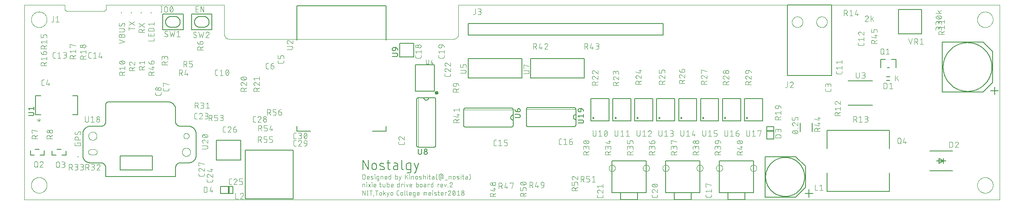
<source format=gto>
G75*
%MOIN*%
%OFA0B0*%
%FSLAX25Y25*%
%IPPOS*%
%LPD*%
%AMOC8*
5,1,8,0,0,1.08239X$1,22.5*
%
%ADD10C,0.00000*%
%ADD11C,0.00400*%
%ADD12C,0.00700*%
%ADD13C,0.00300*%
%ADD14C,0.00591*%
%ADD15C,0.00500*%
%ADD16C,0.00800*%
%ADD17R,0.00984X0.00984*%
%ADD18C,0.01575*%
%ADD19C,0.00600*%
%ADD20C,0.00200*%
%ADD21C,0.00010*%
D10*
X0060586Y0028959D02*
X0060586Y0186439D01*
X0093066Y0186439D01*
X0093066Y0183487D01*
X0093068Y0183401D01*
X0093073Y0183315D01*
X0093083Y0183230D01*
X0093096Y0183145D01*
X0093113Y0183061D01*
X0093133Y0182977D01*
X0093157Y0182895D01*
X0093185Y0182814D01*
X0093216Y0182733D01*
X0093250Y0182655D01*
X0093288Y0182578D01*
X0093330Y0182503D01*
X0093374Y0182429D01*
X0093422Y0182358D01*
X0093473Y0182288D01*
X0093527Y0182221D01*
X0093583Y0182157D01*
X0093643Y0182095D01*
X0093705Y0182035D01*
X0093769Y0181979D01*
X0093836Y0181925D01*
X0093906Y0181874D01*
X0093977Y0181826D01*
X0094051Y0181782D01*
X0094126Y0181740D01*
X0094203Y0181702D01*
X0094281Y0181668D01*
X0094362Y0181637D01*
X0094443Y0181609D01*
X0094525Y0181585D01*
X0094609Y0181565D01*
X0094693Y0181548D01*
X0094778Y0181535D01*
X0094863Y0181525D01*
X0094949Y0181520D01*
X0095035Y0181518D01*
X0124562Y0181518D01*
X0124648Y0181520D01*
X0124734Y0181525D01*
X0124819Y0181535D01*
X0124904Y0181548D01*
X0124988Y0181565D01*
X0125072Y0181585D01*
X0125154Y0181609D01*
X0125235Y0181637D01*
X0125316Y0181668D01*
X0125394Y0181702D01*
X0125471Y0181740D01*
X0125547Y0181782D01*
X0125620Y0181826D01*
X0125691Y0181874D01*
X0125761Y0181925D01*
X0125828Y0181979D01*
X0125892Y0182035D01*
X0125954Y0182095D01*
X0126014Y0182157D01*
X0126070Y0182221D01*
X0126124Y0182288D01*
X0126175Y0182358D01*
X0126223Y0182429D01*
X0126267Y0182503D01*
X0126309Y0182578D01*
X0126347Y0182655D01*
X0126381Y0182733D01*
X0126412Y0182814D01*
X0126440Y0182895D01*
X0126464Y0182977D01*
X0126484Y0183061D01*
X0126501Y0183145D01*
X0126514Y0183230D01*
X0126524Y0183315D01*
X0126529Y0183401D01*
X0126531Y0183487D01*
X0126531Y0186439D01*
X0222003Y0186439D01*
X0222003Y0162817D01*
X0222005Y0162693D01*
X0222011Y0162570D01*
X0222020Y0162446D01*
X0222034Y0162324D01*
X0222051Y0162201D01*
X0222073Y0162079D01*
X0222098Y0161958D01*
X0222127Y0161838D01*
X0222159Y0161719D01*
X0222196Y0161600D01*
X0222236Y0161483D01*
X0222279Y0161368D01*
X0222327Y0161253D01*
X0222378Y0161141D01*
X0222432Y0161030D01*
X0222490Y0160920D01*
X0222551Y0160813D01*
X0222616Y0160707D01*
X0222684Y0160604D01*
X0222755Y0160503D01*
X0222829Y0160404D01*
X0222906Y0160307D01*
X0222987Y0160213D01*
X0223070Y0160122D01*
X0223156Y0160033D01*
X0223245Y0159947D01*
X0223336Y0159864D01*
X0223430Y0159783D01*
X0223527Y0159706D01*
X0223626Y0159632D01*
X0223727Y0159561D01*
X0223830Y0159493D01*
X0223936Y0159428D01*
X0224043Y0159367D01*
X0224153Y0159309D01*
X0224264Y0159255D01*
X0224376Y0159204D01*
X0224491Y0159156D01*
X0224606Y0159113D01*
X0224723Y0159073D01*
X0224842Y0159036D01*
X0224961Y0159004D01*
X0225081Y0158975D01*
X0225202Y0158950D01*
X0225324Y0158928D01*
X0225447Y0158911D01*
X0225569Y0158897D01*
X0225693Y0158888D01*
X0225816Y0158882D01*
X0225940Y0158880D01*
X0407043Y0158880D01*
X0407167Y0158882D01*
X0407290Y0158888D01*
X0407414Y0158897D01*
X0407536Y0158911D01*
X0407659Y0158928D01*
X0407781Y0158950D01*
X0407902Y0158975D01*
X0408022Y0159004D01*
X0408141Y0159036D01*
X0408260Y0159073D01*
X0408377Y0159113D01*
X0408492Y0159156D01*
X0408607Y0159204D01*
X0408719Y0159255D01*
X0408830Y0159309D01*
X0408940Y0159367D01*
X0409047Y0159428D01*
X0409153Y0159493D01*
X0409256Y0159561D01*
X0409357Y0159632D01*
X0409456Y0159706D01*
X0409553Y0159783D01*
X0409647Y0159864D01*
X0409738Y0159947D01*
X0409827Y0160033D01*
X0409913Y0160122D01*
X0409996Y0160213D01*
X0410077Y0160307D01*
X0410154Y0160404D01*
X0410228Y0160503D01*
X0410299Y0160604D01*
X0410367Y0160707D01*
X0410432Y0160813D01*
X0410493Y0160920D01*
X0410551Y0161030D01*
X0410605Y0161141D01*
X0410656Y0161253D01*
X0410704Y0161368D01*
X0410747Y0161483D01*
X0410787Y0161600D01*
X0410824Y0161719D01*
X0410856Y0161838D01*
X0410885Y0161958D01*
X0410910Y0162079D01*
X0410932Y0162201D01*
X0410949Y0162324D01*
X0410963Y0162446D01*
X0410972Y0162570D01*
X0410978Y0162693D01*
X0410980Y0162817D01*
X0410980Y0186439D01*
X0847987Y0186439D01*
X0847987Y0028959D01*
X0060586Y0028959D01*
X0066098Y0040770D02*
X0066100Y0040928D01*
X0066106Y0041086D01*
X0066116Y0041244D01*
X0066130Y0041402D01*
X0066148Y0041559D01*
X0066169Y0041716D01*
X0066195Y0041872D01*
X0066225Y0042028D01*
X0066258Y0042183D01*
X0066296Y0042336D01*
X0066337Y0042489D01*
X0066382Y0042641D01*
X0066431Y0042792D01*
X0066484Y0042941D01*
X0066540Y0043089D01*
X0066600Y0043235D01*
X0066664Y0043380D01*
X0066732Y0043523D01*
X0066803Y0043665D01*
X0066877Y0043805D01*
X0066955Y0043942D01*
X0067037Y0044078D01*
X0067121Y0044212D01*
X0067210Y0044343D01*
X0067301Y0044472D01*
X0067396Y0044599D01*
X0067493Y0044724D01*
X0067594Y0044846D01*
X0067698Y0044965D01*
X0067805Y0045082D01*
X0067915Y0045196D01*
X0068028Y0045307D01*
X0068143Y0045416D01*
X0068261Y0045521D01*
X0068382Y0045623D01*
X0068505Y0045723D01*
X0068631Y0045819D01*
X0068759Y0045912D01*
X0068889Y0046002D01*
X0069022Y0046088D01*
X0069157Y0046172D01*
X0069293Y0046251D01*
X0069432Y0046328D01*
X0069573Y0046400D01*
X0069715Y0046470D01*
X0069859Y0046535D01*
X0070005Y0046597D01*
X0070152Y0046655D01*
X0070301Y0046710D01*
X0070451Y0046761D01*
X0070602Y0046808D01*
X0070754Y0046851D01*
X0070907Y0046890D01*
X0071062Y0046926D01*
X0071217Y0046957D01*
X0071373Y0046985D01*
X0071529Y0047009D01*
X0071686Y0047029D01*
X0071844Y0047045D01*
X0072001Y0047057D01*
X0072160Y0047065D01*
X0072318Y0047069D01*
X0072476Y0047069D01*
X0072634Y0047065D01*
X0072793Y0047057D01*
X0072950Y0047045D01*
X0073108Y0047029D01*
X0073265Y0047009D01*
X0073421Y0046985D01*
X0073577Y0046957D01*
X0073732Y0046926D01*
X0073887Y0046890D01*
X0074040Y0046851D01*
X0074192Y0046808D01*
X0074343Y0046761D01*
X0074493Y0046710D01*
X0074642Y0046655D01*
X0074789Y0046597D01*
X0074935Y0046535D01*
X0075079Y0046470D01*
X0075221Y0046400D01*
X0075362Y0046328D01*
X0075501Y0046251D01*
X0075637Y0046172D01*
X0075772Y0046088D01*
X0075905Y0046002D01*
X0076035Y0045912D01*
X0076163Y0045819D01*
X0076289Y0045723D01*
X0076412Y0045623D01*
X0076533Y0045521D01*
X0076651Y0045416D01*
X0076766Y0045307D01*
X0076879Y0045196D01*
X0076989Y0045082D01*
X0077096Y0044965D01*
X0077200Y0044846D01*
X0077301Y0044724D01*
X0077398Y0044599D01*
X0077493Y0044472D01*
X0077584Y0044343D01*
X0077673Y0044212D01*
X0077757Y0044078D01*
X0077839Y0043942D01*
X0077917Y0043805D01*
X0077991Y0043665D01*
X0078062Y0043523D01*
X0078130Y0043380D01*
X0078194Y0043235D01*
X0078254Y0043089D01*
X0078310Y0042941D01*
X0078363Y0042792D01*
X0078412Y0042641D01*
X0078457Y0042489D01*
X0078498Y0042336D01*
X0078536Y0042183D01*
X0078569Y0042028D01*
X0078599Y0041872D01*
X0078625Y0041716D01*
X0078646Y0041559D01*
X0078664Y0041402D01*
X0078678Y0041244D01*
X0078688Y0041086D01*
X0078694Y0040928D01*
X0078696Y0040770D01*
X0078694Y0040612D01*
X0078688Y0040454D01*
X0078678Y0040296D01*
X0078664Y0040138D01*
X0078646Y0039981D01*
X0078625Y0039824D01*
X0078599Y0039668D01*
X0078569Y0039512D01*
X0078536Y0039357D01*
X0078498Y0039204D01*
X0078457Y0039051D01*
X0078412Y0038899D01*
X0078363Y0038748D01*
X0078310Y0038599D01*
X0078254Y0038451D01*
X0078194Y0038305D01*
X0078130Y0038160D01*
X0078062Y0038017D01*
X0077991Y0037875D01*
X0077917Y0037735D01*
X0077839Y0037598D01*
X0077757Y0037462D01*
X0077673Y0037328D01*
X0077584Y0037197D01*
X0077493Y0037068D01*
X0077398Y0036941D01*
X0077301Y0036816D01*
X0077200Y0036694D01*
X0077096Y0036575D01*
X0076989Y0036458D01*
X0076879Y0036344D01*
X0076766Y0036233D01*
X0076651Y0036124D01*
X0076533Y0036019D01*
X0076412Y0035917D01*
X0076289Y0035817D01*
X0076163Y0035721D01*
X0076035Y0035628D01*
X0075905Y0035538D01*
X0075772Y0035452D01*
X0075637Y0035368D01*
X0075501Y0035289D01*
X0075362Y0035212D01*
X0075221Y0035140D01*
X0075079Y0035070D01*
X0074935Y0035005D01*
X0074789Y0034943D01*
X0074642Y0034885D01*
X0074493Y0034830D01*
X0074343Y0034779D01*
X0074192Y0034732D01*
X0074040Y0034689D01*
X0073887Y0034650D01*
X0073732Y0034614D01*
X0073577Y0034583D01*
X0073421Y0034555D01*
X0073265Y0034531D01*
X0073108Y0034511D01*
X0072950Y0034495D01*
X0072793Y0034483D01*
X0072634Y0034475D01*
X0072476Y0034471D01*
X0072318Y0034471D01*
X0072160Y0034475D01*
X0072001Y0034483D01*
X0071844Y0034495D01*
X0071686Y0034511D01*
X0071529Y0034531D01*
X0071373Y0034555D01*
X0071217Y0034583D01*
X0071062Y0034614D01*
X0070907Y0034650D01*
X0070754Y0034689D01*
X0070602Y0034732D01*
X0070451Y0034779D01*
X0070301Y0034830D01*
X0070152Y0034885D01*
X0070005Y0034943D01*
X0069859Y0035005D01*
X0069715Y0035070D01*
X0069573Y0035140D01*
X0069432Y0035212D01*
X0069293Y0035289D01*
X0069157Y0035368D01*
X0069022Y0035452D01*
X0068889Y0035538D01*
X0068759Y0035628D01*
X0068631Y0035721D01*
X0068505Y0035817D01*
X0068382Y0035917D01*
X0068261Y0036019D01*
X0068143Y0036124D01*
X0068028Y0036233D01*
X0067915Y0036344D01*
X0067805Y0036458D01*
X0067698Y0036575D01*
X0067594Y0036694D01*
X0067493Y0036816D01*
X0067396Y0036941D01*
X0067301Y0037068D01*
X0067210Y0037197D01*
X0067121Y0037328D01*
X0067037Y0037462D01*
X0066955Y0037598D01*
X0066877Y0037735D01*
X0066803Y0037875D01*
X0066732Y0038017D01*
X0066664Y0038160D01*
X0066600Y0038305D01*
X0066540Y0038451D01*
X0066484Y0038599D01*
X0066431Y0038748D01*
X0066382Y0038899D01*
X0066337Y0039051D01*
X0066296Y0039204D01*
X0066258Y0039357D01*
X0066225Y0039512D01*
X0066195Y0039668D01*
X0066169Y0039824D01*
X0066148Y0039981D01*
X0066130Y0040138D01*
X0066116Y0040296D01*
X0066106Y0040454D01*
X0066100Y0040612D01*
X0066098Y0040770D01*
X0114326Y0065376D02*
X0117082Y0065376D01*
X0117082Y0065377D02*
X0117174Y0065379D01*
X0117266Y0065385D01*
X0117357Y0065395D01*
X0117448Y0065408D01*
X0117538Y0065426D01*
X0117628Y0065447D01*
X0117716Y0065472D01*
X0117803Y0065501D01*
X0117889Y0065533D01*
X0117974Y0065569D01*
X0118057Y0065609D01*
X0118138Y0065652D01*
X0118217Y0065698D01*
X0118294Y0065748D01*
X0118369Y0065801D01*
X0118442Y0065858D01*
X0118512Y0065917D01*
X0118580Y0065979D01*
X0118645Y0066044D01*
X0118707Y0066112D01*
X0118766Y0066182D01*
X0118823Y0066255D01*
X0118876Y0066330D01*
X0118926Y0066407D01*
X0118972Y0066486D01*
X0119015Y0066567D01*
X0119055Y0066650D01*
X0119091Y0066735D01*
X0119123Y0066821D01*
X0119152Y0066908D01*
X0119177Y0066996D01*
X0119198Y0067086D01*
X0119216Y0067176D01*
X0119229Y0067267D01*
X0119239Y0067358D01*
X0119245Y0067450D01*
X0119247Y0067542D01*
X0119245Y0067634D01*
X0119239Y0067726D01*
X0119229Y0067817D01*
X0119216Y0067908D01*
X0119198Y0067998D01*
X0119177Y0068088D01*
X0119152Y0068176D01*
X0119123Y0068263D01*
X0119091Y0068349D01*
X0119055Y0068434D01*
X0119015Y0068517D01*
X0118972Y0068598D01*
X0118926Y0068677D01*
X0118876Y0068754D01*
X0118823Y0068829D01*
X0118766Y0068902D01*
X0118707Y0068972D01*
X0118645Y0069040D01*
X0118580Y0069105D01*
X0118512Y0069167D01*
X0118442Y0069226D01*
X0118369Y0069283D01*
X0118294Y0069336D01*
X0118217Y0069386D01*
X0118138Y0069432D01*
X0118057Y0069475D01*
X0117974Y0069515D01*
X0117889Y0069551D01*
X0117803Y0069583D01*
X0117716Y0069612D01*
X0117628Y0069637D01*
X0117538Y0069658D01*
X0117448Y0069676D01*
X0117357Y0069689D01*
X0117266Y0069699D01*
X0117174Y0069705D01*
X0117082Y0069707D01*
X0114326Y0069707D01*
X0114326Y0069708D02*
X0114234Y0069702D01*
X0114143Y0069692D01*
X0114052Y0069678D01*
X0113962Y0069660D01*
X0113873Y0069639D01*
X0113784Y0069613D01*
X0113697Y0069584D01*
X0113611Y0069552D01*
X0113527Y0069516D01*
X0113444Y0069476D01*
X0113363Y0069433D01*
X0113284Y0069386D01*
X0113207Y0069336D01*
X0113132Y0069283D01*
X0113059Y0069226D01*
X0112989Y0069167D01*
X0112922Y0069105D01*
X0112857Y0069040D01*
X0112795Y0068972D01*
X0112735Y0068902D01*
X0112679Y0068829D01*
X0112626Y0068754D01*
X0112577Y0068677D01*
X0112530Y0068598D01*
X0112487Y0068516D01*
X0112448Y0068433D01*
X0112412Y0068349D01*
X0112379Y0068263D01*
X0112351Y0068176D01*
X0112326Y0068087D01*
X0112304Y0067998D01*
X0112287Y0067908D01*
X0112273Y0067817D01*
X0112264Y0067726D01*
X0112258Y0067634D01*
X0112256Y0067542D01*
X0112258Y0067450D01*
X0112264Y0067358D01*
X0112273Y0067267D01*
X0112287Y0067176D01*
X0112304Y0067086D01*
X0112326Y0066997D01*
X0112351Y0066908D01*
X0112379Y0066821D01*
X0112412Y0066735D01*
X0112448Y0066651D01*
X0112487Y0066568D01*
X0112530Y0066486D01*
X0112577Y0066407D01*
X0112626Y0066330D01*
X0112679Y0066255D01*
X0112735Y0066182D01*
X0112795Y0066112D01*
X0112857Y0066044D01*
X0112922Y0065979D01*
X0112989Y0065917D01*
X0113059Y0065858D01*
X0113132Y0065801D01*
X0113207Y0065748D01*
X0113284Y0065698D01*
X0113363Y0065651D01*
X0113444Y0065608D01*
X0113527Y0065568D01*
X0113611Y0065532D01*
X0113697Y0065500D01*
X0113784Y0065471D01*
X0113873Y0065445D01*
X0113962Y0065424D01*
X0114052Y0065406D01*
X0114143Y0065392D01*
X0114234Y0065382D01*
X0114326Y0065376D01*
X0112358Y0080534D02*
X0112360Y0080649D01*
X0112366Y0080765D01*
X0112376Y0080880D01*
X0112390Y0080995D01*
X0112408Y0081109D01*
X0112430Y0081222D01*
X0112455Y0081335D01*
X0112485Y0081446D01*
X0112518Y0081557D01*
X0112555Y0081666D01*
X0112596Y0081774D01*
X0112641Y0081881D01*
X0112689Y0081986D01*
X0112741Y0082089D01*
X0112797Y0082190D01*
X0112856Y0082290D01*
X0112918Y0082387D01*
X0112984Y0082482D01*
X0113052Y0082575D01*
X0113124Y0082665D01*
X0113199Y0082753D01*
X0113278Y0082838D01*
X0113359Y0082920D01*
X0113442Y0083000D01*
X0113529Y0083076D01*
X0113618Y0083150D01*
X0113709Y0083220D01*
X0113803Y0083288D01*
X0113899Y0083352D01*
X0113998Y0083412D01*
X0114098Y0083469D01*
X0114200Y0083523D01*
X0114304Y0083573D01*
X0114410Y0083620D01*
X0114517Y0083663D01*
X0114626Y0083702D01*
X0114736Y0083737D01*
X0114847Y0083768D01*
X0114959Y0083796D01*
X0115072Y0083820D01*
X0115186Y0083840D01*
X0115301Y0083856D01*
X0115416Y0083868D01*
X0115531Y0083876D01*
X0115646Y0083880D01*
X0115762Y0083880D01*
X0115877Y0083876D01*
X0115992Y0083868D01*
X0116107Y0083856D01*
X0116222Y0083840D01*
X0116336Y0083820D01*
X0116449Y0083796D01*
X0116561Y0083768D01*
X0116672Y0083737D01*
X0116782Y0083702D01*
X0116891Y0083663D01*
X0116998Y0083620D01*
X0117104Y0083573D01*
X0117208Y0083523D01*
X0117310Y0083469D01*
X0117410Y0083412D01*
X0117509Y0083352D01*
X0117605Y0083288D01*
X0117699Y0083220D01*
X0117790Y0083150D01*
X0117879Y0083076D01*
X0117966Y0083000D01*
X0118049Y0082920D01*
X0118130Y0082838D01*
X0118209Y0082753D01*
X0118284Y0082665D01*
X0118356Y0082575D01*
X0118424Y0082482D01*
X0118490Y0082387D01*
X0118552Y0082290D01*
X0118611Y0082190D01*
X0118667Y0082089D01*
X0118719Y0081986D01*
X0118767Y0081881D01*
X0118812Y0081774D01*
X0118853Y0081666D01*
X0118890Y0081557D01*
X0118923Y0081446D01*
X0118953Y0081335D01*
X0118978Y0081222D01*
X0119000Y0081109D01*
X0119018Y0080995D01*
X0119032Y0080880D01*
X0119042Y0080765D01*
X0119048Y0080649D01*
X0119050Y0080534D01*
X0119048Y0080419D01*
X0119042Y0080303D01*
X0119032Y0080188D01*
X0119018Y0080073D01*
X0119000Y0079959D01*
X0118978Y0079846D01*
X0118953Y0079733D01*
X0118923Y0079622D01*
X0118890Y0079511D01*
X0118853Y0079402D01*
X0118812Y0079294D01*
X0118767Y0079187D01*
X0118719Y0079082D01*
X0118667Y0078979D01*
X0118611Y0078878D01*
X0118552Y0078778D01*
X0118490Y0078681D01*
X0118424Y0078586D01*
X0118356Y0078493D01*
X0118284Y0078403D01*
X0118209Y0078315D01*
X0118130Y0078230D01*
X0118049Y0078148D01*
X0117966Y0078068D01*
X0117879Y0077992D01*
X0117790Y0077918D01*
X0117699Y0077848D01*
X0117605Y0077780D01*
X0117509Y0077716D01*
X0117410Y0077656D01*
X0117310Y0077599D01*
X0117208Y0077545D01*
X0117104Y0077495D01*
X0116998Y0077448D01*
X0116891Y0077405D01*
X0116782Y0077366D01*
X0116672Y0077331D01*
X0116561Y0077300D01*
X0116449Y0077272D01*
X0116336Y0077248D01*
X0116222Y0077228D01*
X0116107Y0077212D01*
X0115992Y0077200D01*
X0115877Y0077192D01*
X0115762Y0077188D01*
X0115646Y0077188D01*
X0115531Y0077192D01*
X0115416Y0077200D01*
X0115301Y0077212D01*
X0115186Y0077228D01*
X0115072Y0077248D01*
X0114959Y0077272D01*
X0114847Y0077300D01*
X0114736Y0077331D01*
X0114626Y0077366D01*
X0114517Y0077405D01*
X0114410Y0077448D01*
X0114304Y0077495D01*
X0114200Y0077545D01*
X0114098Y0077599D01*
X0113998Y0077656D01*
X0113899Y0077716D01*
X0113803Y0077780D01*
X0113709Y0077848D01*
X0113618Y0077918D01*
X0113529Y0077992D01*
X0113442Y0078068D01*
X0113359Y0078148D01*
X0113278Y0078230D01*
X0113199Y0078315D01*
X0113124Y0078403D01*
X0113052Y0078493D01*
X0112984Y0078586D01*
X0112918Y0078681D01*
X0112856Y0078778D01*
X0112797Y0078878D01*
X0112741Y0078979D01*
X0112689Y0079082D01*
X0112641Y0079187D01*
X0112596Y0079294D01*
X0112555Y0079402D01*
X0112518Y0079511D01*
X0112485Y0079622D01*
X0112455Y0079733D01*
X0112430Y0079846D01*
X0112408Y0079959D01*
X0112390Y0080073D01*
X0112376Y0080188D01*
X0112366Y0080303D01*
X0112360Y0080419D01*
X0112358Y0080534D01*
X0189130Y0080534D02*
X0189132Y0080627D01*
X0189138Y0080719D01*
X0189148Y0080811D01*
X0189162Y0080902D01*
X0189179Y0080993D01*
X0189201Y0081083D01*
X0189226Y0081172D01*
X0189255Y0081260D01*
X0189288Y0081346D01*
X0189325Y0081431D01*
X0189365Y0081515D01*
X0189409Y0081596D01*
X0189456Y0081676D01*
X0189506Y0081754D01*
X0189560Y0081829D01*
X0189617Y0081902D01*
X0189677Y0081972D01*
X0189740Y0082040D01*
X0189806Y0082105D01*
X0189874Y0082167D01*
X0189945Y0082227D01*
X0190019Y0082283D01*
X0190095Y0082336D01*
X0190173Y0082385D01*
X0190253Y0082432D01*
X0190335Y0082474D01*
X0190419Y0082514D01*
X0190504Y0082549D01*
X0190591Y0082581D01*
X0190679Y0082610D01*
X0190768Y0082634D01*
X0190858Y0082655D01*
X0190949Y0082671D01*
X0191041Y0082684D01*
X0191133Y0082693D01*
X0191226Y0082698D01*
X0191318Y0082699D01*
X0191411Y0082696D01*
X0191503Y0082689D01*
X0191595Y0082678D01*
X0191686Y0082663D01*
X0191777Y0082645D01*
X0191867Y0082622D01*
X0191955Y0082596D01*
X0192043Y0082566D01*
X0192129Y0082532D01*
X0192213Y0082495D01*
X0192296Y0082453D01*
X0192377Y0082409D01*
X0192457Y0082361D01*
X0192534Y0082310D01*
X0192608Y0082255D01*
X0192681Y0082197D01*
X0192751Y0082137D01*
X0192818Y0082073D01*
X0192882Y0082007D01*
X0192944Y0081937D01*
X0193002Y0081866D01*
X0193057Y0081792D01*
X0193109Y0081715D01*
X0193158Y0081636D01*
X0193204Y0081556D01*
X0193246Y0081473D01*
X0193284Y0081389D01*
X0193319Y0081303D01*
X0193350Y0081216D01*
X0193377Y0081128D01*
X0193400Y0081038D01*
X0193420Y0080948D01*
X0193436Y0080857D01*
X0193448Y0080765D01*
X0193456Y0080673D01*
X0193460Y0080580D01*
X0193460Y0080488D01*
X0193456Y0080395D01*
X0193448Y0080303D01*
X0193436Y0080211D01*
X0193420Y0080120D01*
X0193400Y0080030D01*
X0193377Y0079940D01*
X0193350Y0079852D01*
X0193319Y0079765D01*
X0193284Y0079679D01*
X0193246Y0079595D01*
X0193204Y0079512D01*
X0193158Y0079432D01*
X0193109Y0079353D01*
X0193057Y0079276D01*
X0193002Y0079202D01*
X0192944Y0079131D01*
X0192882Y0079061D01*
X0192818Y0078995D01*
X0192751Y0078931D01*
X0192681Y0078871D01*
X0192608Y0078813D01*
X0192534Y0078758D01*
X0192457Y0078707D01*
X0192378Y0078659D01*
X0192296Y0078615D01*
X0192213Y0078573D01*
X0192129Y0078536D01*
X0192043Y0078502D01*
X0191955Y0078472D01*
X0191867Y0078446D01*
X0191777Y0078423D01*
X0191686Y0078405D01*
X0191595Y0078390D01*
X0191503Y0078379D01*
X0191411Y0078372D01*
X0191318Y0078369D01*
X0191226Y0078370D01*
X0191133Y0078375D01*
X0191041Y0078384D01*
X0190949Y0078397D01*
X0190858Y0078413D01*
X0190768Y0078434D01*
X0190679Y0078458D01*
X0190591Y0078487D01*
X0190504Y0078519D01*
X0190419Y0078554D01*
X0190335Y0078594D01*
X0190253Y0078636D01*
X0190173Y0078683D01*
X0190095Y0078732D01*
X0190019Y0078785D01*
X0189945Y0078841D01*
X0189874Y0078901D01*
X0189806Y0078963D01*
X0189740Y0079028D01*
X0189677Y0079096D01*
X0189617Y0079166D01*
X0189560Y0079239D01*
X0189506Y0079314D01*
X0189456Y0079392D01*
X0189409Y0079472D01*
X0189365Y0079553D01*
X0189325Y0079637D01*
X0189288Y0079722D01*
X0189255Y0079808D01*
X0189226Y0079896D01*
X0189201Y0079985D01*
X0189179Y0080075D01*
X0189162Y0080166D01*
X0189148Y0080257D01*
X0189138Y0080349D01*
X0189132Y0080441D01*
X0189130Y0080534D01*
X0187949Y0067542D02*
X0187951Y0067657D01*
X0187957Y0067773D01*
X0187967Y0067888D01*
X0187981Y0068003D01*
X0187999Y0068117D01*
X0188021Y0068230D01*
X0188046Y0068343D01*
X0188076Y0068454D01*
X0188109Y0068565D01*
X0188146Y0068674D01*
X0188187Y0068782D01*
X0188232Y0068889D01*
X0188280Y0068994D01*
X0188332Y0069097D01*
X0188388Y0069198D01*
X0188447Y0069298D01*
X0188509Y0069395D01*
X0188575Y0069490D01*
X0188643Y0069583D01*
X0188715Y0069673D01*
X0188790Y0069761D01*
X0188869Y0069846D01*
X0188950Y0069928D01*
X0189033Y0070008D01*
X0189120Y0070084D01*
X0189209Y0070158D01*
X0189300Y0070228D01*
X0189394Y0070296D01*
X0189490Y0070360D01*
X0189589Y0070420D01*
X0189689Y0070477D01*
X0189791Y0070531D01*
X0189895Y0070581D01*
X0190001Y0070628D01*
X0190108Y0070671D01*
X0190217Y0070710D01*
X0190327Y0070745D01*
X0190438Y0070776D01*
X0190550Y0070804D01*
X0190663Y0070828D01*
X0190777Y0070848D01*
X0190892Y0070864D01*
X0191007Y0070876D01*
X0191122Y0070884D01*
X0191237Y0070888D01*
X0191353Y0070888D01*
X0191468Y0070884D01*
X0191583Y0070876D01*
X0191698Y0070864D01*
X0191813Y0070848D01*
X0191927Y0070828D01*
X0192040Y0070804D01*
X0192152Y0070776D01*
X0192263Y0070745D01*
X0192373Y0070710D01*
X0192482Y0070671D01*
X0192589Y0070628D01*
X0192695Y0070581D01*
X0192799Y0070531D01*
X0192901Y0070477D01*
X0193001Y0070420D01*
X0193100Y0070360D01*
X0193196Y0070296D01*
X0193290Y0070228D01*
X0193381Y0070158D01*
X0193470Y0070084D01*
X0193557Y0070008D01*
X0193640Y0069928D01*
X0193721Y0069846D01*
X0193800Y0069761D01*
X0193875Y0069673D01*
X0193947Y0069583D01*
X0194015Y0069490D01*
X0194081Y0069395D01*
X0194143Y0069298D01*
X0194202Y0069198D01*
X0194258Y0069097D01*
X0194310Y0068994D01*
X0194358Y0068889D01*
X0194403Y0068782D01*
X0194444Y0068674D01*
X0194481Y0068565D01*
X0194514Y0068454D01*
X0194544Y0068343D01*
X0194569Y0068230D01*
X0194591Y0068117D01*
X0194609Y0068003D01*
X0194623Y0067888D01*
X0194633Y0067773D01*
X0194639Y0067657D01*
X0194641Y0067542D01*
X0194639Y0067427D01*
X0194633Y0067311D01*
X0194623Y0067196D01*
X0194609Y0067081D01*
X0194591Y0066967D01*
X0194569Y0066854D01*
X0194544Y0066741D01*
X0194514Y0066630D01*
X0194481Y0066519D01*
X0194444Y0066410D01*
X0194403Y0066302D01*
X0194358Y0066195D01*
X0194310Y0066090D01*
X0194258Y0065987D01*
X0194202Y0065886D01*
X0194143Y0065786D01*
X0194081Y0065689D01*
X0194015Y0065594D01*
X0193947Y0065501D01*
X0193875Y0065411D01*
X0193800Y0065323D01*
X0193721Y0065238D01*
X0193640Y0065156D01*
X0193557Y0065076D01*
X0193470Y0065000D01*
X0193381Y0064926D01*
X0193290Y0064856D01*
X0193196Y0064788D01*
X0193100Y0064724D01*
X0193001Y0064664D01*
X0192901Y0064607D01*
X0192799Y0064553D01*
X0192695Y0064503D01*
X0192589Y0064456D01*
X0192482Y0064413D01*
X0192373Y0064374D01*
X0192263Y0064339D01*
X0192152Y0064308D01*
X0192040Y0064280D01*
X0191927Y0064256D01*
X0191813Y0064236D01*
X0191698Y0064220D01*
X0191583Y0064208D01*
X0191468Y0064200D01*
X0191353Y0064196D01*
X0191237Y0064196D01*
X0191122Y0064200D01*
X0191007Y0064208D01*
X0190892Y0064220D01*
X0190777Y0064236D01*
X0190663Y0064256D01*
X0190550Y0064280D01*
X0190438Y0064308D01*
X0190327Y0064339D01*
X0190217Y0064374D01*
X0190108Y0064413D01*
X0190001Y0064456D01*
X0189895Y0064503D01*
X0189791Y0064553D01*
X0189689Y0064607D01*
X0189589Y0064664D01*
X0189490Y0064724D01*
X0189394Y0064788D01*
X0189300Y0064856D01*
X0189209Y0064926D01*
X0189120Y0065000D01*
X0189033Y0065076D01*
X0188950Y0065156D01*
X0188869Y0065238D01*
X0188790Y0065323D01*
X0188715Y0065411D01*
X0188643Y0065501D01*
X0188575Y0065594D01*
X0188509Y0065689D01*
X0188447Y0065786D01*
X0188388Y0065886D01*
X0188332Y0065987D01*
X0188280Y0066090D01*
X0188232Y0066195D01*
X0188187Y0066302D01*
X0188146Y0066410D01*
X0188109Y0066519D01*
X0188076Y0066630D01*
X0188046Y0066741D01*
X0188021Y0066854D01*
X0187999Y0066967D01*
X0187981Y0067081D01*
X0187967Y0067196D01*
X0187957Y0067311D01*
X0187951Y0067427D01*
X0187949Y0067542D01*
X0066098Y0174628D02*
X0066100Y0174786D01*
X0066106Y0174944D01*
X0066116Y0175102D01*
X0066130Y0175260D01*
X0066148Y0175417D01*
X0066169Y0175574D01*
X0066195Y0175730D01*
X0066225Y0175886D01*
X0066258Y0176041D01*
X0066296Y0176194D01*
X0066337Y0176347D01*
X0066382Y0176499D01*
X0066431Y0176650D01*
X0066484Y0176799D01*
X0066540Y0176947D01*
X0066600Y0177093D01*
X0066664Y0177238D01*
X0066732Y0177381D01*
X0066803Y0177523D01*
X0066877Y0177663D01*
X0066955Y0177800D01*
X0067037Y0177936D01*
X0067121Y0178070D01*
X0067210Y0178201D01*
X0067301Y0178330D01*
X0067396Y0178457D01*
X0067493Y0178582D01*
X0067594Y0178704D01*
X0067698Y0178823D01*
X0067805Y0178940D01*
X0067915Y0179054D01*
X0068028Y0179165D01*
X0068143Y0179274D01*
X0068261Y0179379D01*
X0068382Y0179481D01*
X0068505Y0179581D01*
X0068631Y0179677D01*
X0068759Y0179770D01*
X0068889Y0179860D01*
X0069022Y0179946D01*
X0069157Y0180030D01*
X0069293Y0180109D01*
X0069432Y0180186D01*
X0069573Y0180258D01*
X0069715Y0180328D01*
X0069859Y0180393D01*
X0070005Y0180455D01*
X0070152Y0180513D01*
X0070301Y0180568D01*
X0070451Y0180619D01*
X0070602Y0180666D01*
X0070754Y0180709D01*
X0070907Y0180748D01*
X0071062Y0180784D01*
X0071217Y0180815D01*
X0071373Y0180843D01*
X0071529Y0180867D01*
X0071686Y0180887D01*
X0071844Y0180903D01*
X0072001Y0180915D01*
X0072160Y0180923D01*
X0072318Y0180927D01*
X0072476Y0180927D01*
X0072634Y0180923D01*
X0072793Y0180915D01*
X0072950Y0180903D01*
X0073108Y0180887D01*
X0073265Y0180867D01*
X0073421Y0180843D01*
X0073577Y0180815D01*
X0073732Y0180784D01*
X0073887Y0180748D01*
X0074040Y0180709D01*
X0074192Y0180666D01*
X0074343Y0180619D01*
X0074493Y0180568D01*
X0074642Y0180513D01*
X0074789Y0180455D01*
X0074935Y0180393D01*
X0075079Y0180328D01*
X0075221Y0180258D01*
X0075362Y0180186D01*
X0075501Y0180109D01*
X0075637Y0180030D01*
X0075772Y0179946D01*
X0075905Y0179860D01*
X0076035Y0179770D01*
X0076163Y0179677D01*
X0076289Y0179581D01*
X0076412Y0179481D01*
X0076533Y0179379D01*
X0076651Y0179274D01*
X0076766Y0179165D01*
X0076879Y0179054D01*
X0076989Y0178940D01*
X0077096Y0178823D01*
X0077200Y0178704D01*
X0077301Y0178582D01*
X0077398Y0178457D01*
X0077493Y0178330D01*
X0077584Y0178201D01*
X0077673Y0178070D01*
X0077757Y0177936D01*
X0077839Y0177800D01*
X0077917Y0177663D01*
X0077991Y0177523D01*
X0078062Y0177381D01*
X0078130Y0177238D01*
X0078194Y0177093D01*
X0078254Y0176947D01*
X0078310Y0176799D01*
X0078363Y0176650D01*
X0078412Y0176499D01*
X0078457Y0176347D01*
X0078498Y0176194D01*
X0078536Y0176041D01*
X0078569Y0175886D01*
X0078599Y0175730D01*
X0078625Y0175574D01*
X0078646Y0175417D01*
X0078664Y0175260D01*
X0078678Y0175102D01*
X0078688Y0174944D01*
X0078694Y0174786D01*
X0078696Y0174628D01*
X0078694Y0174470D01*
X0078688Y0174312D01*
X0078678Y0174154D01*
X0078664Y0173996D01*
X0078646Y0173839D01*
X0078625Y0173682D01*
X0078599Y0173526D01*
X0078569Y0173370D01*
X0078536Y0173215D01*
X0078498Y0173062D01*
X0078457Y0172909D01*
X0078412Y0172757D01*
X0078363Y0172606D01*
X0078310Y0172457D01*
X0078254Y0172309D01*
X0078194Y0172163D01*
X0078130Y0172018D01*
X0078062Y0171875D01*
X0077991Y0171733D01*
X0077917Y0171593D01*
X0077839Y0171456D01*
X0077757Y0171320D01*
X0077673Y0171186D01*
X0077584Y0171055D01*
X0077493Y0170926D01*
X0077398Y0170799D01*
X0077301Y0170674D01*
X0077200Y0170552D01*
X0077096Y0170433D01*
X0076989Y0170316D01*
X0076879Y0170202D01*
X0076766Y0170091D01*
X0076651Y0169982D01*
X0076533Y0169877D01*
X0076412Y0169775D01*
X0076289Y0169675D01*
X0076163Y0169579D01*
X0076035Y0169486D01*
X0075905Y0169396D01*
X0075772Y0169310D01*
X0075637Y0169226D01*
X0075501Y0169147D01*
X0075362Y0169070D01*
X0075221Y0168998D01*
X0075079Y0168928D01*
X0074935Y0168863D01*
X0074789Y0168801D01*
X0074642Y0168743D01*
X0074493Y0168688D01*
X0074343Y0168637D01*
X0074192Y0168590D01*
X0074040Y0168547D01*
X0073887Y0168508D01*
X0073732Y0168472D01*
X0073577Y0168441D01*
X0073421Y0168413D01*
X0073265Y0168389D01*
X0073108Y0168369D01*
X0072950Y0168353D01*
X0072793Y0168341D01*
X0072634Y0168333D01*
X0072476Y0168329D01*
X0072318Y0168329D01*
X0072160Y0168333D01*
X0072001Y0168341D01*
X0071844Y0168353D01*
X0071686Y0168369D01*
X0071529Y0168389D01*
X0071373Y0168413D01*
X0071217Y0168441D01*
X0071062Y0168472D01*
X0070907Y0168508D01*
X0070754Y0168547D01*
X0070602Y0168590D01*
X0070451Y0168637D01*
X0070301Y0168688D01*
X0070152Y0168743D01*
X0070005Y0168801D01*
X0069859Y0168863D01*
X0069715Y0168928D01*
X0069573Y0168998D01*
X0069432Y0169070D01*
X0069293Y0169147D01*
X0069157Y0169226D01*
X0069022Y0169310D01*
X0068889Y0169396D01*
X0068759Y0169486D01*
X0068631Y0169579D01*
X0068505Y0169675D01*
X0068382Y0169775D01*
X0068261Y0169877D01*
X0068143Y0169982D01*
X0068028Y0170091D01*
X0067915Y0170202D01*
X0067805Y0170316D01*
X0067698Y0170433D01*
X0067594Y0170552D01*
X0067493Y0170674D01*
X0067396Y0170799D01*
X0067301Y0170926D01*
X0067210Y0171055D01*
X0067121Y0171186D01*
X0067037Y0171320D01*
X0066955Y0171456D01*
X0066877Y0171593D01*
X0066803Y0171733D01*
X0066732Y0171875D01*
X0066664Y0172018D01*
X0066600Y0172163D01*
X0066540Y0172309D01*
X0066484Y0172457D01*
X0066431Y0172606D01*
X0066382Y0172757D01*
X0066337Y0172909D01*
X0066296Y0173062D01*
X0066258Y0173215D01*
X0066225Y0173370D01*
X0066195Y0173526D01*
X0066169Y0173682D01*
X0066148Y0173839D01*
X0066130Y0173996D01*
X0066116Y0174154D01*
X0066106Y0174312D01*
X0066100Y0174470D01*
X0066098Y0174628D01*
X0532436Y0054550D02*
X0532438Y0054651D01*
X0532444Y0054752D01*
X0532454Y0054853D01*
X0532468Y0054953D01*
X0532486Y0055052D01*
X0532508Y0055151D01*
X0532533Y0055249D01*
X0532563Y0055346D01*
X0532596Y0055441D01*
X0532633Y0055535D01*
X0532674Y0055628D01*
X0532718Y0055719D01*
X0532766Y0055808D01*
X0532818Y0055895D01*
X0532873Y0055980D01*
X0532931Y0056062D01*
X0532992Y0056143D01*
X0533057Y0056221D01*
X0533124Y0056296D01*
X0533194Y0056368D01*
X0533268Y0056438D01*
X0533344Y0056505D01*
X0533422Y0056569D01*
X0533503Y0056629D01*
X0533586Y0056686D01*
X0533672Y0056740D01*
X0533760Y0056791D01*
X0533849Y0056838D01*
X0533940Y0056882D01*
X0534033Y0056921D01*
X0534128Y0056958D01*
X0534223Y0056990D01*
X0534320Y0057019D01*
X0534419Y0057043D01*
X0534517Y0057064D01*
X0534617Y0057081D01*
X0534717Y0057094D01*
X0534818Y0057103D01*
X0534919Y0057108D01*
X0535020Y0057109D01*
X0535121Y0057106D01*
X0535222Y0057099D01*
X0535323Y0057088D01*
X0535423Y0057073D01*
X0535522Y0057054D01*
X0535621Y0057031D01*
X0535718Y0057005D01*
X0535815Y0056974D01*
X0535910Y0056940D01*
X0536003Y0056902D01*
X0536096Y0056860D01*
X0536186Y0056815D01*
X0536275Y0056766D01*
X0536361Y0056714D01*
X0536445Y0056658D01*
X0536528Y0056599D01*
X0536607Y0056537D01*
X0536685Y0056472D01*
X0536759Y0056404D01*
X0536831Y0056332D01*
X0536900Y0056259D01*
X0536966Y0056182D01*
X0537029Y0056103D01*
X0537089Y0056021D01*
X0537145Y0055937D01*
X0537198Y0055851D01*
X0537248Y0055763D01*
X0537294Y0055673D01*
X0537337Y0055582D01*
X0537376Y0055488D01*
X0537411Y0055393D01*
X0537442Y0055297D01*
X0537470Y0055200D01*
X0537494Y0055102D01*
X0537514Y0055003D01*
X0537530Y0054903D01*
X0537542Y0054802D01*
X0537550Y0054702D01*
X0537554Y0054601D01*
X0537554Y0054499D01*
X0537550Y0054398D01*
X0537542Y0054298D01*
X0537530Y0054197D01*
X0537514Y0054097D01*
X0537494Y0053998D01*
X0537470Y0053900D01*
X0537442Y0053803D01*
X0537411Y0053707D01*
X0537376Y0053612D01*
X0537337Y0053518D01*
X0537294Y0053427D01*
X0537248Y0053337D01*
X0537198Y0053249D01*
X0537145Y0053163D01*
X0537089Y0053079D01*
X0537029Y0052997D01*
X0536966Y0052918D01*
X0536900Y0052841D01*
X0536831Y0052768D01*
X0536759Y0052696D01*
X0536685Y0052628D01*
X0536607Y0052563D01*
X0536528Y0052501D01*
X0536445Y0052442D01*
X0536361Y0052386D01*
X0536274Y0052334D01*
X0536186Y0052285D01*
X0536096Y0052240D01*
X0536003Y0052198D01*
X0535910Y0052160D01*
X0535815Y0052126D01*
X0535718Y0052095D01*
X0535621Y0052069D01*
X0535522Y0052046D01*
X0535423Y0052027D01*
X0535323Y0052012D01*
X0535222Y0052001D01*
X0535121Y0051994D01*
X0535020Y0051991D01*
X0534919Y0051992D01*
X0534818Y0051997D01*
X0534717Y0052006D01*
X0534617Y0052019D01*
X0534517Y0052036D01*
X0534419Y0052057D01*
X0534320Y0052081D01*
X0534223Y0052110D01*
X0534128Y0052142D01*
X0534033Y0052179D01*
X0533940Y0052218D01*
X0533849Y0052262D01*
X0533760Y0052309D01*
X0533672Y0052360D01*
X0533586Y0052414D01*
X0533503Y0052471D01*
X0533422Y0052531D01*
X0533344Y0052595D01*
X0533268Y0052662D01*
X0533194Y0052732D01*
X0533124Y0052804D01*
X0533057Y0052879D01*
X0532992Y0052957D01*
X0532931Y0053038D01*
X0532873Y0053120D01*
X0532818Y0053205D01*
X0532766Y0053292D01*
X0532718Y0053381D01*
X0532674Y0053472D01*
X0532633Y0053565D01*
X0532596Y0053659D01*
X0532563Y0053754D01*
X0532533Y0053851D01*
X0532508Y0053949D01*
X0532486Y0054048D01*
X0532468Y0054147D01*
X0532454Y0054247D01*
X0532444Y0054348D01*
X0532438Y0054449D01*
X0532436Y0054550D01*
X0559995Y0054550D02*
X0559997Y0054651D01*
X0560003Y0054752D01*
X0560013Y0054853D01*
X0560027Y0054953D01*
X0560045Y0055052D01*
X0560067Y0055151D01*
X0560092Y0055249D01*
X0560122Y0055346D01*
X0560155Y0055441D01*
X0560192Y0055535D01*
X0560233Y0055628D01*
X0560277Y0055719D01*
X0560325Y0055808D01*
X0560377Y0055895D01*
X0560432Y0055980D01*
X0560490Y0056062D01*
X0560551Y0056143D01*
X0560616Y0056221D01*
X0560683Y0056296D01*
X0560753Y0056368D01*
X0560827Y0056438D01*
X0560903Y0056505D01*
X0560981Y0056569D01*
X0561062Y0056629D01*
X0561145Y0056686D01*
X0561231Y0056740D01*
X0561319Y0056791D01*
X0561408Y0056838D01*
X0561499Y0056882D01*
X0561592Y0056921D01*
X0561687Y0056958D01*
X0561782Y0056990D01*
X0561879Y0057019D01*
X0561978Y0057043D01*
X0562076Y0057064D01*
X0562176Y0057081D01*
X0562276Y0057094D01*
X0562377Y0057103D01*
X0562478Y0057108D01*
X0562579Y0057109D01*
X0562680Y0057106D01*
X0562781Y0057099D01*
X0562882Y0057088D01*
X0562982Y0057073D01*
X0563081Y0057054D01*
X0563180Y0057031D01*
X0563277Y0057005D01*
X0563374Y0056974D01*
X0563469Y0056940D01*
X0563562Y0056902D01*
X0563655Y0056860D01*
X0563745Y0056815D01*
X0563834Y0056766D01*
X0563920Y0056714D01*
X0564004Y0056658D01*
X0564087Y0056599D01*
X0564166Y0056537D01*
X0564244Y0056472D01*
X0564318Y0056404D01*
X0564390Y0056332D01*
X0564459Y0056259D01*
X0564525Y0056182D01*
X0564588Y0056103D01*
X0564648Y0056021D01*
X0564704Y0055937D01*
X0564757Y0055851D01*
X0564807Y0055763D01*
X0564853Y0055673D01*
X0564896Y0055582D01*
X0564935Y0055488D01*
X0564970Y0055393D01*
X0565001Y0055297D01*
X0565029Y0055200D01*
X0565053Y0055102D01*
X0565073Y0055003D01*
X0565089Y0054903D01*
X0565101Y0054802D01*
X0565109Y0054702D01*
X0565113Y0054601D01*
X0565113Y0054499D01*
X0565109Y0054398D01*
X0565101Y0054298D01*
X0565089Y0054197D01*
X0565073Y0054097D01*
X0565053Y0053998D01*
X0565029Y0053900D01*
X0565001Y0053803D01*
X0564970Y0053707D01*
X0564935Y0053612D01*
X0564896Y0053518D01*
X0564853Y0053427D01*
X0564807Y0053337D01*
X0564757Y0053249D01*
X0564704Y0053163D01*
X0564648Y0053079D01*
X0564588Y0052997D01*
X0564525Y0052918D01*
X0564459Y0052841D01*
X0564390Y0052768D01*
X0564318Y0052696D01*
X0564244Y0052628D01*
X0564166Y0052563D01*
X0564087Y0052501D01*
X0564004Y0052442D01*
X0563920Y0052386D01*
X0563833Y0052334D01*
X0563745Y0052285D01*
X0563655Y0052240D01*
X0563562Y0052198D01*
X0563469Y0052160D01*
X0563374Y0052126D01*
X0563277Y0052095D01*
X0563180Y0052069D01*
X0563081Y0052046D01*
X0562982Y0052027D01*
X0562882Y0052012D01*
X0562781Y0052001D01*
X0562680Y0051994D01*
X0562579Y0051991D01*
X0562478Y0051992D01*
X0562377Y0051997D01*
X0562276Y0052006D01*
X0562176Y0052019D01*
X0562076Y0052036D01*
X0561978Y0052057D01*
X0561879Y0052081D01*
X0561782Y0052110D01*
X0561687Y0052142D01*
X0561592Y0052179D01*
X0561499Y0052218D01*
X0561408Y0052262D01*
X0561319Y0052309D01*
X0561231Y0052360D01*
X0561145Y0052414D01*
X0561062Y0052471D01*
X0560981Y0052531D01*
X0560903Y0052595D01*
X0560827Y0052662D01*
X0560753Y0052732D01*
X0560683Y0052804D01*
X0560616Y0052879D01*
X0560551Y0052957D01*
X0560490Y0053038D01*
X0560432Y0053120D01*
X0560377Y0053205D01*
X0560325Y0053292D01*
X0560277Y0053381D01*
X0560233Y0053472D01*
X0560192Y0053565D01*
X0560155Y0053659D01*
X0560122Y0053754D01*
X0560092Y0053851D01*
X0560067Y0053949D01*
X0560045Y0054048D01*
X0560027Y0054147D01*
X0560013Y0054247D01*
X0560003Y0054348D01*
X0559997Y0054449D01*
X0559995Y0054550D01*
X0575743Y0054550D02*
X0575745Y0054651D01*
X0575751Y0054752D01*
X0575761Y0054853D01*
X0575775Y0054953D01*
X0575793Y0055052D01*
X0575815Y0055151D01*
X0575840Y0055249D01*
X0575870Y0055346D01*
X0575903Y0055441D01*
X0575940Y0055535D01*
X0575981Y0055628D01*
X0576025Y0055719D01*
X0576073Y0055808D01*
X0576125Y0055895D01*
X0576180Y0055980D01*
X0576238Y0056062D01*
X0576299Y0056143D01*
X0576364Y0056221D01*
X0576431Y0056296D01*
X0576501Y0056368D01*
X0576575Y0056438D01*
X0576651Y0056505D01*
X0576729Y0056569D01*
X0576810Y0056629D01*
X0576893Y0056686D01*
X0576979Y0056740D01*
X0577067Y0056791D01*
X0577156Y0056838D01*
X0577247Y0056882D01*
X0577340Y0056921D01*
X0577435Y0056958D01*
X0577530Y0056990D01*
X0577627Y0057019D01*
X0577726Y0057043D01*
X0577824Y0057064D01*
X0577924Y0057081D01*
X0578024Y0057094D01*
X0578125Y0057103D01*
X0578226Y0057108D01*
X0578327Y0057109D01*
X0578428Y0057106D01*
X0578529Y0057099D01*
X0578630Y0057088D01*
X0578730Y0057073D01*
X0578829Y0057054D01*
X0578928Y0057031D01*
X0579025Y0057005D01*
X0579122Y0056974D01*
X0579217Y0056940D01*
X0579310Y0056902D01*
X0579403Y0056860D01*
X0579493Y0056815D01*
X0579582Y0056766D01*
X0579668Y0056714D01*
X0579752Y0056658D01*
X0579835Y0056599D01*
X0579914Y0056537D01*
X0579992Y0056472D01*
X0580066Y0056404D01*
X0580138Y0056332D01*
X0580207Y0056259D01*
X0580273Y0056182D01*
X0580336Y0056103D01*
X0580396Y0056021D01*
X0580452Y0055937D01*
X0580505Y0055851D01*
X0580555Y0055763D01*
X0580601Y0055673D01*
X0580644Y0055582D01*
X0580683Y0055488D01*
X0580718Y0055393D01*
X0580749Y0055297D01*
X0580777Y0055200D01*
X0580801Y0055102D01*
X0580821Y0055003D01*
X0580837Y0054903D01*
X0580849Y0054802D01*
X0580857Y0054702D01*
X0580861Y0054601D01*
X0580861Y0054499D01*
X0580857Y0054398D01*
X0580849Y0054298D01*
X0580837Y0054197D01*
X0580821Y0054097D01*
X0580801Y0053998D01*
X0580777Y0053900D01*
X0580749Y0053803D01*
X0580718Y0053707D01*
X0580683Y0053612D01*
X0580644Y0053518D01*
X0580601Y0053427D01*
X0580555Y0053337D01*
X0580505Y0053249D01*
X0580452Y0053163D01*
X0580396Y0053079D01*
X0580336Y0052997D01*
X0580273Y0052918D01*
X0580207Y0052841D01*
X0580138Y0052768D01*
X0580066Y0052696D01*
X0579992Y0052628D01*
X0579914Y0052563D01*
X0579835Y0052501D01*
X0579752Y0052442D01*
X0579668Y0052386D01*
X0579581Y0052334D01*
X0579493Y0052285D01*
X0579403Y0052240D01*
X0579310Y0052198D01*
X0579217Y0052160D01*
X0579122Y0052126D01*
X0579025Y0052095D01*
X0578928Y0052069D01*
X0578829Y0052046D01*
X0578730Y0052027D01*
X0578630Y0052012D01*
X0578529Y0052001D01*
X0578428Y0051994D01*
X0578327Y0051991D01*
X0578226Y0051992D01*
X0578125Y0051997D01*
X0578024Y0052006D01*
X0577924Y0052019D01*
X0577824Y0052036D01*
X0577726Y0052057D01*
X0577627Y0052081D01*
X0577530Y0052110D01*
X0577435Y0052142D01*
X0577340Y0052179D01*
X0577247Y0052218D01*
X0577156Y0052262D01*
X0577067Y0052309D01*
X0576979Y0052360D01*
X0576893Y0052414D01*
X0576810Y0052471D01*
X0576729Y0052531D01*
X0576651Y0052595D01*
X0576575Y0052662D01*
X0576501Y0052732D01*
X0576431Y0052804D01*
X0576364Y0052879D01*
X0576299Y0052957D01*
X0576238Y0053038D01*
X0576180Y0053120D01*
X0576125Y0053205D01*
X0576073Y0053292D01*
X0576025Y0053381D01*
X0575981Y0053472D01*
X0575940Y0053565D01*
X0575903Y0053659D01*
X0575870Y0053754D01*
X0575840Y0053851D01*
X0575815Y0053949D01*
X0575793Y0054048D01*
X0575775Y0054147D01*
X0575761Y0054247D01*
X0575751Y0054348D01*
X0575745Y0054449D01*
X0575743Y0054550D01*
X0603302Y0054550D02*
X0603304Y0054651D01*
X0603310Y0054752D01*
X0603320Y0054853D01*
X0603334Y0054953D01*
X0603352Y0055052D01*
X0603374Y0055151D01*
X0603399Y0055249D01*
X0603429Y0055346D01*
X0603462Y0055441D01*
X0603499Y0055535D01*
X0603540Y0055628D01*
X0603584Y0055719D01*
X0603632Y0055808D01*
X0603684Y0055895D01*
X0603739Y0055980D01*
X0603797Y0056062D01*
X0603858Y0056143D01*
X0603923Y0056221D01*
X0603990Y0056296D01*
X0604060Y0056368D01*
X0604134Y0056438D01*
X0604210Y0056505D01*
X0604288Y0056569D01*
X0604369Y0056629D01*
X0604452Y0056686D01*
X0604538Y0056740D01*
X0604626Y0056791D01*
X0604715Y0056838D01*
X0604806Y0056882D01*
X0604899Y0056921D01*
X0604994Y0056958D01*
X0605089Y0056990D01*
X0605186Y0057019D01*
X0605285Y0057043D01*
X0605383Y0057064D01*
X0605483Y0057081D01*
X0605583Y0057094D01*
X0605684Y0057103D01*
X0605785Y0057108D01*
X0605886Y0057109D01*
X0605987Y0057106D01*
X0606088Y0057099D01*
X0606189Y0057088D01*
X0606289Y0057073D01*
X0606388Y0057054D01*
X0606487Y0057031D01*
X0606584Y0057005D01*
X0606681Y0056974D01*
X0606776Y0056940D01*
X0606869Y0056902D01*
X0606962Y0056860D01*
X0607052Y0056815D01*
X0607141Y0056766D01*
X0607227Y0056714D01*
X0607311Y0056658D01*
X0607394Y0056599D01*
X0607473Y0056537D01*
X0607551Y0056472D01*
X0607625Y0056404D01*
X0607697Y0056332D01*
X0607766Y0056259D01*
X0607832Y0056182D01*
X0607895Y0056103D01*
X0607955Y0056021D01*
X0608011Y0055937D01*
X0608064Y0055851D01*
X0608114Y0055763D01*
X0608160Y0055673D01*
X0608203Y0055582D01*
X0608242Y0055488D01*
X0608277Y0055393D01*
X0608308Y0055297D01*
X0608336Y0055200D01*
X0608360Y0055102D01*
X0608380Y0055003D01*
X0608396Y0054903D01*
X0608408Y0054802D01*
X0608416Y0054702D01*
X0608420Y0054601D01*
X0608420Y0054499D01*
X0608416Y0054398D01*
X0608408Y0054298D01*
X0608396Y0054197D01*
X0608380Y0054097D01*
X0608360Y0053998D01*
X0608336Y0053900D01*
X0608308Y0053803D01*
X0608277Y0053707D01*
X0608242Y0053612D01*
X0608203Y0053518D01*
X0608160Y0053427D01*
X0608114Y0053337D01*
X0608064Y0053249D01*
X0608011Y0053163D01*
X0607955Y0053079D01*
X0607895Y0052997D01*
X0607832Y0052918D01*
X0607766Y0052841D01*
X0607697Y0052768D01*
X0607625Y0052696D01*
X0607551Y0052628D01*
X0607473Y0052563D01*
X0607394Y0052501D01*
X0607311Y0052442D01*
X0607227Y0052386D01*
X0607140Y0052334D01*
X0607052Y0052285D01*
X0606962Y0052240D01*
X0606869Y0052198D01*
X0606776Y0052160D01*
X0606681Y0052126D01*
X0606584Y0052095D01*
X0606487Y0052069D01*
X0606388Y0052046D01*
X0606289Y0052027D01*
X0606189Y0052012D01*
X0606088Y0052001D01*
X0605987Y0051994D01*
X0605886Y0051991D01*
X0605785Y0051992D01*
X0605684Y0051997D01*
X0605583Y0052006D01*
X0605483Y0052019D01*
X0605383Y0052036D01*
X0605285Y0052057D01*
X0605186Y0052081D01*
X0605089Y0052110D01*
X0604994Y0052142D01*
X0604899Y0052179D01*
X0604806Y0052218D01*
X0604715Y0052262D01*
X0604626Y0052309D01*
X0604538Y0052360D01*
X0604452Y0052414D01*
X0604369Y0052471D01*
X0604288Y0052531D01*
X0604210Y0052595D01*
X0604134Y0052662D01*
X0604060Y0052732D01*
X0603990Y0052804D01*
X0603923Y0052879D01*
X0603858Y0052957D01*
X0603797Y0053038D01*
X0603739Y0053120D01*
X0603684Y0053205D01*
X0603632Y0053292D01*
X0603584Y0053381D01*
X0603540Y0053472D01*
X0603499Y0053565D01*
X0603462Y0053659D01*
X0603429Y0053754D01*
X0603399Y0053851D01*
X0603374Y0053949D01*
X0603352Y0054048D01*
X0603334Y0054147D01*
X0603320Y0054247D01*
X0603310Y0054348D01*
X0603304Y0054449D01*
X0603302Y0054550D01*
X0619051Y0054550D02*
X0619053Y0054651D01*
X0619059Y0054752D01*
X0619069Y0054853D01*
X0619083Y0054953D01*
X0619101Y0055052D01*
X0619123Y0055151D01*
X0619148Y0055249D01*
X0619178Y0055346D01*
X0619211Y0055441D01*
X0619248Y0055535D01*
X0619289Y0055628D01*
X0619333Y0055719D01*
X0619381Y0055808D01*
X0619433Y0055895D01*
X0619488Y0055980D01*
X0619546Y0056062D01*
X0619607Y0056143D01*
X0619672Y0056221D01*
X0619739Y0056296D01*
X0619809Y0056368D01*
X0619883Y0056438D01*
X0619959Y0056505D01*
X0620037Y0056569D01*
X0620118Y0056629D01*
X0620201Y0056686D01*
X0620287Y0056740D01*
X0620375Y0056791D01*
X0620464Y0056838D01*
X0620555Y0056882D01*
X0620648Y0056921D01*
X0620743Y0056958D01*
X0620838Y0056990D01*
X0620935Y0057019D01*
X0621034Y0057043D01*
X0621132Y0057064D01*
X0621232Y0057081D01*
X0621332Y0057094D01*
X0621433Y0057103D01*
X0621534Y0057108D01*
X0621635Y0057109D01*
X0621736Y0057106D01*
X0621837Y0057099D01*
X0621938Y0057088D01*
X0622038Y0057073D01*
X0622137Y0057054D01*
X0622236Y0057031D01*
X0622333Y0057005D01*
X0622430Y0056974D01*
X0622525Y0056940D01*
X0622618Y0056902D01*
X0622711Y0056860D01*
X0622801Y0056815D01*
X0622890Y0056766D01*
X0622976Y0056714D01*
X0623060Y0056658D01*
X0623143Y0056599D01*
X0623222Y0056537D01*
X0623300Y0056472D01*
X0623374Y0056404D01*
X0623446Y0056332D01*
X0623515Y0056259D01*
X0623581Y0056182D01*
X0623644Y0056103D01*
X0623704Y0056021D01*
X0623760Y0055937D01*
X0623813Y0055851D01*
X0623863Y0055763D01*
X0623909Y0055673D01*
X0623952Y0055582D01*
X0623991Y0055488D01*
X0624026Y0055393D01*
X0624057Y0055297D01*
X0624085Y0055200D01*
X0624109Y0055102D01*
X0624129Y0055003D01*
X0624145Y0054903D01*
X0624157Y0054802D01*
X0624165Y0054702D01*
X0624169Y0054601D01*
X0624169Y0054499D01*
X0624165Y0054398D01*
X0624157Y0054298D01*
X0624145Y0054197D01*
X0624129Y0054097D01*
X0624109Y0053998D01*
X0624085Y0053900D01*
X0624057Y0053803D01*
X0624026Y0053707D01*
X0623991Y0053612D01*
X0623952Y0053518D01*
X0623909Y0053427D01*
X0623863Y0053337D01*
X0623813Y0053249D01*
X0623760Y0053163D01*
X0623704Y0053079D01*
X0623644Y0052997D01*
X0623581Y0052918D01*
X0623515Y0052841D01*
X0623446Y0052768D01*
X0623374Y0052696D01*
X0623300Y0052628D01*
X0623222Y0052563D01*
X0623143Y0052501D01*
X0623060Y0052442D01*
X0622976Y0052386D01*
X0622889Y0052334D01*
X0622801Y0052285D01*
X0622711Y0052240D01*
X0622618Y0052198D01*
X0622525Y0052160D01*
X0622430Y0052126D01*
X0622333Y0052095D01*
X0622236Y0052069D01*
X0622137Y0052046D01*
X0622038Y0052027D01*
X0621938Y0052012D01*
X0621837Y0052001D01*
X0621736Y0051994D01*
X0621635Y0051991D01*
X0621534Y0051992D01*
X0621433Y0051997D01*
X0621332Y0052006D01*
X0621232Y0052019D01*
X0621132Y0052036D01*
X0621034Y0052057D01*
X0620935Y0052081D01*
X0620838Y0052110D01*
X0620743Y0052142D01*
X0620648Y0052179D01*
X0620555Y0052218D01*
X0620464Y0052262D01*
X0620375Y0052309D01*
X0620287Y0052360D01*
X0620201Y0052414D01*
X0620118Y0052471D01*
X0620037Y0052531D01*
X0619959Y0052595D01*
X0619883Y0052662D01*
X0619809Y0052732D01*
X0619739Y0052804D01*
X0619672Y0052879D01*
X0619607Y0052957D01*
X0619546Y0053038D01*
X0619488Y0053120D01*
X0619433Y0053205D01*
X0619381Y0053292D01*
X0619333Y0053381D01*
X0619289Y0053472D01*
X0619248Y0053565D01*
X0619211Y0053659D01*
X0619178Y0053754D01*
X0619148Y0053851D01*
X0619123Y0053949D01*
X0619101Y0054048D01*
X0619083Y0054147D01*
X0619069Y0054247D01*
X0619059Y0054348D01*
X0619053Y0054449D01*
X0619051Y0054550D01*
X0646610Y0054550D02*
X0646612Y0054651D01*
X0646618Y0054752D01*
X0646628Y0054853D01*
X0646642Y0054953D01*
X0646660Y0055052D01*
X0646682Y0055151D01*
X0646707Y0055249D01*
X0646737Y0055346D01*
X0646770Y0055441D01*
X0646807Y0055535D01*
X0646848Y0055628D01*
X0646892Y0055719D01*
X0646940Y0055808D01*
X0646992Y0055895D01*
X0647047Y0055980D01*
X0647105Y0056062D01*
X0647166Y0056143D01*
X0647231Y0056221D01*
X0647298Y0056296D01*
X0647368Y0056368D01*
X0647442Y0056438D01*
X0647518Y0056505D01*
X0647596Y0056569D01*
X0647677Y0056629D01*
X0647760Y0056686D01*
X0647846Y0056740D01*
X0647934Y0056791D01*
X0648023Y0056838D01*
X0648114Y0056882D01*
X0648207Y0056921D01*
X0648302Y0056958D01*
X0648397Y0056990D01*
X0648494Y0057019D01*
X0648593Y0057043D01*
X0648691Y0057064D01*
X0648791Y0057081D01*
X0648891Y0057094D01*
X0648992Y0057103D01*
X0649093Y0057108D01*
X0649194Y0057109D01*
X0649295Y0057106D01*
X0649396Y0057099D01*
X0649497Y0057088D01*
X0649597Y0057073D01*
X0649696Y0057054D01*
X0649795Y0057031D01*
X0649892Y0057005D01*
X0649989Y0056974D01*
X0650084Y0056940D01*
X0650177Y0056902D01*
X0650270Y0056860D01*
X0650360Y0056815D01*
X0650449Y0056766D01*
X0650535Y0056714D01*
X0650619Y0056658D01*
X0650702Y0056599D01*
X0650781Y0056537D01*
X0650859Y0056472D01*
X0650933Y0056404D01*
X0651005Y0056332D01*
X0651074Y0056259D01*
X0651140Y0056182D01*
X0651203Y0056103D01*
X0651263Y0056021D01*
X0651319Y0055937D01*
X0651372Y0055851D01*
X0651422Y0055763D01*
X0651468Y0055673D01*
X0651511Y0055582D01*
X0651550Y0055488D01*
X0651585Y0055393D01*
X0651616Y0055297D01*
X0651644Y0055200D01*
X0651668Y0055102D01*
X0651688Y0055003D01*
X0651704Y0054903D01*
X0651716Y0054802D01*
X0651724Y0054702D01*
X0651728Y0054601D01*
X0651728Y0054499D01*
X0651724Y0054398D01*
X0651716Y0054298D01*
X0651704Y0054197D01*
X0651688Y0054097D01*
X0651668Y0053998D01*
X0651644Y0053900D01*
X0651616Y0053803D01*
X0651585Y0053707D01*
X0651550Y0053612D01*
X0651511Y0053518D01*
X0651468Y0053427D01*
X0651422Y0053337D01*
X0651372Y0053249D01*
X0651319Y0053163D01*
X0651263Y0053079D01*
X0651203Y0052997D01*
X0651140Y0052918D01*
X0651074Y0052841D01*
X0651005Y0052768D01*
X0650933Y0052696D01*
X0650859Y0052628D01*
X0650781Y0052563D01*
X0650702Y0052501D01*
X0650619Y0052442D01*
X0650535Y0052386D01*
X0650448Y0052334D01*
X0650360Y0052285D01*
X0650270Y0052240D01*
X0650177Y0052198D01*
X0650084Y0052160D01*
X0649989Y0052126D01*
X0649892Y0052095D01*
X0649795Y0052069D01*
X0649696Y0052046D01*
X0649597Y0052027D01*
X0649497Y0052012D01*
X0649396Y0052001D01*
X0649295Y0051994D01*
X0649194Y0051991D01*
X0649093Y0051992D01*
X0648992Y0051997D01*
X0648891Y0052006D01*
X0648791Y0052019D01*
X0648691Y0052036D01*
X0648593Y0052057D01*
X0648494Y0052081D01*
X0648397Y0052110D01*
X0648302Y0052142D01*
X0648207Y0052179D01*
X0648114Y0052218D01*
X0648023Y0052262D01*
X0647934Y0052309D01*
X0647846Y0052360D01*
X0647760Y0052414D01*
X0647677Y0052471D01*
X0647596Y0052531D01*
X0647518Y0052595D01*
X0647442Y0052662D01*
X0647368Y0052732D01*
X0647298Y0052804D01*
X0647231Y0052879D01*
X0647166Y0052957D01*
X0647105Y0053038D01*
X0647047Y0053120D01*
X0646992Y0053205D01*
X0646940Y0053292D01*
X0646892Y0053381D01*
X0646848Y0053472D01*
X0646807Y0053565D01*
X0646770Y0053659D01*
X0646737Y0053754D01*
X0646707Y0053851D01*
X0646682Y0053949D01*
X0646660Y0054048D01*
X0646642Y0054147D01*
X0646628Y0054247D01*
X0646618Y0054348D01*
X0646612Y0054449D01*
X0646610Y0054550D01*
X0829877Y0040770D02*
X0829879Y0040928D01*
X0829885Y0041086D01*
X0829895Y0041244D01*
X0829909Y0041402D01*
X0829927Y0041559D01*
X0829948Y0041716D01*
X0829974Y0041872D01*
X0830004Y0042028D01*
X0830037Y0042183D01*
X0830075Y0042336D01*
X0830116Y0042489D01*
X0830161Y0042641D01*
X0830210Y0042792D01*
X0830263Y0042941D01*
X0830319Y0043089D01*
X0830379Y0043235D01*
X0830443Y0043380D01*
X0830511Y0043523D01*
X0830582Y0043665D01*
X0830656Y0043805D01*
X0830734Y0043942D01*
X0830816Y0044078D01*
X0830900Y0044212D01*
X0830989Y0044343D01*
X0831080Y0044472D01*
X0831175Y0044599D01*
X0831272Y0044724D01*
X0831373Y0044846D01*
X0831477Y0044965D01*
X0831584Y0045082D01*
X0831694Y0045196D01*
X0831807Y0045307D01*
X0831922Y0045416D01*
X0832040Y0045521D01*
X0832161Y0045623D01*
X0832284Y0045723D01*
X0832410Y0045819D01*
X0832538Y0045912D01*
X0832668Y0046002D01*
X0832801Y0046088D01*
X0832936Y0046172D01*
X0833072Y0046251D01*
X0833211Y0046328D01*
X0833352Y0046400D01*
X0833494Y0046470D01*
X0833638Y0046535D01*
X0833784Y0046597D01*
X0833931Y0046655D01*
X0834080Y0046710D01*
X0834230Y0046761D01*
X0834381Y0046808D01*
X0834533Y0046851D01*
X0834686Y0046890D01*
X0834841Y0046926D01*
X0834996Y0046957D01*
X0835152Y0046985D01*
X0835308Y0047009D01*
X0835465Y0047029D01*
X0835623Y0047045D01*
X0835780Y0047057D01*
X0835939Y0047065D01*
X0836097Y0047069D01*
X0836255Y0047069D01*
X0836413Y0047065D01*
X0836572Y0047057D01*
X0836729Y0047045D01*
X0836887Y0047029D01*
X0837044Y0047009D01*
X0837200Y0046985D01*
X0837356Y0046957D01*
X0837511Y0046926D01*
X0837666Y0046890D01*
X0837819Y0046851D01*
X0837971Y0046808D01*
X0838122Y0046761D01*
X0838272Y0046710D01*
X0838421Y0046655D01*
X0838568Y0046597D01*
X0838714Y0046535D01*
X0838858Y0046470D01*
X0839000Y0046400D01*
X0839141Y0046328D01*
X0839280Y0046251D01*
X0839416Y0046172D01*
X0839551Y0046088D01*
X0839684Y0046002D01*
X0839814Y0045912D01*
X0839942Y0045819D01*
X0840068Y0045723D01*
X0840191Y0045623D01*
X0840312Y0045521D01*
X0840430Y0045416D01*
X0840545Y0045307D01*
X0840658Y0045196D01*
X0840768Y0045082D01*
X0840875Y0044965D01*
X0840979Y0044846D01*
X0841080Y0044724D01*
X0841177Y0044599D01*
X0841272Y0044472D01*
X0841363Y0044343D01*
X0841452Y0044212D01*
X0841536Y0044078D01*
X0841618Y0043942D01*
X0841696Y0043805D01*
X0841770Y0043665D01*
X0841841Y0043523D01*
X0841909Y0043380D01*
X0841973Y0043235D01*
X0842033Y0043089D01*
X0842089Y0042941D01*
X0842142Y0042792D01*
X0842191Y0042641D01*
X0842236Y0042489D01*
X0842277Y0042336D01*
X0842315Y0042183D01*
X0842348Y0042028D01*
X0842378Y0041872D01*
X0842404Y0041716D01*
X0842425Y0041559D01*
X0842443Y0041402D01*
X0842457Y0041244D01*
X0842467Y0041086D01*
X0842473Y0040928D01*
X0842475Y0040770D01*
X0842473Y0040612D01*
X0842467Y0040454D01*
X0842457Y0040296D01*
X0842443Y0040138D01*
X0842425Y0039981D01*
X0842404Y0039824D01*
X0842378Y0039668D01*
X0842348Y0039512D01*
X0842315Y0039357D01*
X0842277Y0039204D01*
X0842236Y0039051D01*
X0842191Y0038899D01*
X0842142Y0038748D01*
X0842089Y0038599D01*
X0842033Y0038451D01*
X0841973Y0038305D01*
X0841909Y0038160D01*
X0841841Y0038017D01*
X0841770Y0037875D01*
X0841696Y0037735D01*
X0841618Y0037598D01*
X0841536Y0037462D01*
X0841452Y0037328D01*
X0841363Y0037197D01*
X0841272Y0037068D01*
X0841177Y0036941D01*
X0841080Y0036816D01*
X0840979Y0036694D01*
X0840875Y0036575D01*
X0840768Y0036458D01*
X0840658Y0036344D01*
X0840545Y0036233D01*
X0840430Y0036124D01*
X0840312Y0036019D01*
X0840191Y0035917D01*
X0840068Y0035817D01*
X0839942Y0035721D01*
X0839814Y0035628D01*
X0839684Y0035538D01*
X0839551Y0035452D01*
X0839416Y0035368D01*
X0839280Y0035289D01*
X0839141Y0035212D01*
X0839000Y0035140D01*
X0838858Y0035070D01*
X0838714Y0035005D01*
X0838568Y0034943D01*
X0838421Y0034885D01*
X0838272Y0034830D01*
X0838122Y0034779D01*
X0837971Y0034732D01*
X0837819Y0034689D01*
X0837666Y0034650D01*
X0837511Y0034614D01*
X0837356Y0034583D01*
X0837200Y0034555D01*
X0837044Y0034531D01*
X0836887Y0034511D01*
X0836729Y0034495D01*
X0836572Y0034483D01*
X0836413Y0034475D01*
X0836255Y0034471D01*
X0836097Y0034471D01*
X0835939Y0034475D01*
X0835780Y0034483D01*
X0835623Y0034495D01*
X0835465Y0034511D01*
X0835308Y0034531D01*
X0835152Y0034555D01*
X0834996Y0034583D01*
X0834841Y0034614D01*
X0834686Y0034650D01*
X0834533Y0034689D01*
X0834381Y0034732D01*
X0834230Y0034779D01*
X0834080Y0034830D01*
X0833931Y0034885D01*
X0833784Y0034943D01*
X0833638Y0035005D01*
X0833494Y0035070D01*
X0833352Y0035140D01*
X0833211Y0035212D01*
X0833072Y0035289D01*
X0832936Y0035368D01*
X0832801Y0035452D01*
X0832668Y0035538D01*
X0832538Y0035628D01*
X0832410Y0035721D01*
X0832284Y0035817D01*
X0832161Y0035917D01*
X0832040Y0036019D01*
X0831922Y0036124D01*
X0831807Y0036233D01*
X0831694Y0036344D01*
X0831584Y0036458D01*
X0831477Y0036575D01*
X0831373Y0036694D01*
X0831272Y0036816D01*
X0831175Y0036941D01*
X0831080Y0037068D01*
X0830989Y0037197D01*
X0830900Y0037328D01*
X0830816Y0037462D01*
X0830734Y0037598D01*
X0830656Y0037735D01*
X0830582Y0037875D01*
X0830511Y0038017D01*
X0830443Y0038160D01*
X0830379Y0038305D01*
X0830319Y0038451D01*
X0830263Y0038599D01*
X0830210Y0038748D01*
X0830161Y0038899D01*
X0830116Y0039051D01*
X0830075Y0039204D01*
X0830037Y0039357D01*
X0830004Y0039512D01*
X0829974Y0039668D01*
X0829948Y0039824D01*
X0829927Y0039981D01*
X0829909Y0040138D01*
X0829895Y0040296D01*
X0829885Y0040454D01*
X0829879Y0040612D01*
X0829877Y0040770D01*
X0699956Y0172660D02*
X0699958Y0172791D01*
X0699964Y0172923D01*
X0699974Y0173054D01*
X0699988Y0173185D01*
X0700006Y0173315D01*
X0700028Y0173444D01*
X0700053Y0173573D01*
X0700083Y0173701D01*
X0700117Y0173828D01*
X0700154Y0173955D01*
X0700195Y0174079D01*
X0700240Y0174203D01*
X0700289Y0174325D01*
X0700341Y0174446D01*
X0700397Y0174564D01*
X0700457Y0174682D01*
X0700520Y0174797D01*
X0700587Y0174910D01*
X0700657Y0175022D01*
X0700730Y0175131D01*
X0700806Y0175237D01*
X0700886Y0175342D01*
X0700969Y0175444D01*
X0701055Y0175543D01*
X0701144Y0175640D01*
X0701236Y0175734D01*
X0701331Y0175825D01*
X0701428Y0175914D01*
X0701528Y0175999D01*
X0701631Y0176081D01*
X0701736Y0176160D01*
X0701843Y0176236D01*
X0701953Y0176308D01*
X0702065Y0176377D01*
X0702179Y0176443D01*
X0702294Y0176505D01*
X0702412Y0176564D01*
X0702531Y0176619D01*
X0702652Y0176671D01*
X0702775Y0176718D01*
X0702899Y0176762D01*
X0703024Y0176803D01*
X0703150Y0176839D01*
X0703278Y0176872D01*
X0703406Y0176900D01*
X0703535Y0176925D01*
X0703665Y0176946D01*
X0703795Y0176963D01*
X0703926Y0176976D01*
X0704057Y0176985D01*
X0704188Y0176990D01*
X0704320Y0176991D01*
X0704451Y0176988D01*
X0704583Y0176981D01*
X0704714Y0176970D01*
X0704844Y0176955D01*
X0704974Y0176936D01*
X0705104Y0176913D01*
X0705232Y0176887D01*
X0705360Y0176856D01*
X0705487Y0176821D01*
X0705613Y0176783D01*
X0705737Y0176741D01*
X0705861Y0176695D01*
X0705982Y0176645D01*
X0706102Y0176592D01*
X0706221Y0176535D01*
X0706338Y0176475D01*
X0706452Y0176411D01*
X0706565Y0176343D01*
X0706676Y0176272D01*
X0706785Y0176198D01*
X0706891Y0176121D01*
X0706995Y0176040D01*
X0707096Y0175957D01*
X0707195Y0175870D01*
X0707291Y0175780D01*
X0707384Y0175687D01*
X0707475Y0175592D01*
X0707562Y0175494D01*
X0707647Y0175393D01*
X0707728Y0175290D01*
X0707806Y0175184D01*
X0707881Y0175076D01*
X0707953Y0174966D01*
X0708021Y0174854D01*
X0708086Y0174740D01*
X0708147Y0174623D01*
X0708205Y0174505D01*
X0708259Y0174385D01*
X0708310Y0174264D01*
X0708357Y0174141D01*
X0708400Y0174017D01*
X0708439Y0173892D01*
X0708475Y0173765D01*
X0708506Y0173637D01*
X0708534Y0173509D01*
X0708558Y0173380D01*
X0708578Y0173250D01*
X0708594Y0173119D01*
X0708606Y0172988D01*
X0708614Y0172857D01*
X0708618Y0172726D01*
X0708618Y0172594D01*
X0708614Y0172463D01*
X0708606Y0172332D01*
X0708594Y0172201D01*
X0708578Y0172070D01*
X0708558Y0171940D01*
X0708534Y0171811D01*
X0708506Y0171683D01*
X0708475Y0171555D01*
X0708439Y0171428D01*
X0708400Y0171303D01*
X0708357Y0171179D01*
X0708310Y0171056D01*
X0708259Y0170935D01*
X0708205Y0170815D01*
X0708147Y0170697D01*
X0708086Y0170580D01*
X0708021Y0170466D01*
X0707953Y0170354D01*
X0707881Y0170244D01*
X0707806Y0170136D01*
X0707728Y0170030D01*
X0707647Y0169927D01*
X0707562Y0169826D01*
X0707475Y0169728D01*
X0707384Y0169633D01*
X0707291Y0169540D01*
X0707195Y0169450D01*
X0707096Y0169363D01*
X0706995Y0169280D01*
X0706891Y0169199D01*
X0706785Y0169122D01*
X0706676Y0169048D01*
X0706565Y0168977D01*
X0706453Y0168909D01*
X0706338Y0168845D01*
X0706221Y0168785D01*
X0706102Y0168728D01*
X0705982Y0168675D01*
X0705861Y0168625D01*
X0705737Y0168579D01*
X0705613Y0168537D01*
X0705487Y0168499D01*
X0705360Y0168464D01*
X0705232Y0168433D01*
X0705104Y0168407D01*
X0704974Y0168384D01*
X0704844Y0168365D01*
X0704714Y0168350D01*
X0704583Y0168339D01*
X0704451Y0168332D01*
X0704320Y0168329D01*
X0704188Y0168330D01*
X0704057Y0168335D01*
X0703926Y0168344D01*
X0703795Y0168357D01*
X0703665Y0168374D01*
X0703535Y0168395D01*
X0703406Y0168420D01*
X0703278Y0168448D01*
X0703150Y0168481D01*
X0703024Y0168517D01*
X0702899Y0168558D01*
X0702775Y0168602D01*
X0702652Y0168649D01*
X0702531Y0168701D01*
X0702412Y0168756D01*
X0702294Y0168815D01*
X0702179Y0168877D01*
X0702065Y0168943D01*
X0701953Y0169012D01*
X0701843Y0169084D01*
X0701736Y0169160D01*
X0701631Y0169239D01*
X0701528Y0169321D01*
X0701428Y0169406D01*
X0701331Y0169495D01*
X0701236Y0169586D01*
X0701144Y0169680D01*
X0701055Y0169777D01*
X0700969Y0169876D01*
X0700886Y0169978D01*
X0700806Y0170083D01*
X0700730Y0170189D01*
X0700657Y0170298D01*
X0700587Y0170410D01*
X0700520Y0170523D01*
X0700457Y0170638D01*
X0700397Y0170756D01*
X0700341Y0170874D01*
X0700289Y0170995D01*
X0700240Y0171117D01*
X0700195Y0171241D01*
X0700154Y0171365D01*
X0700117Y0171492D01*
X0700083Y0171619D01*
X0700053Y0171747D01*
X0700028Y0171876D01*
X0700006Y0172005D01*
X0699988Y0172135D01*
X0699974Y0172266D01*
X0699964Y0172397D01*
X0699958Y0172529D01*
X0699956Y0172660D01*
X0680271Y0172660D02*
X0680273Y0172791D01*
X0680279Y0172923D01*
X0680289Y0173054D01*
X0680303Y0173185D01*
X0680321Y0173315D01*
X0680343Y0173444D01*
X0680368Y0173573D01*
X0680398Y0173701D01*
X0680432Y0173828D01*
X0680469Y0173955D01*
X0680510Y0174079D01*
X0680555Y0174203D01*
X0680604Y0174325D01*
X0680656Y0174446D01*
X0680712Y0174564D01*
X0680772Y0174682D01*
X0680835Y0174797D01*
X0680902Y0174910D01*
X0680972Y0175022D01*
X0681045Y0175131D01*
X0681121Y0175237D01*
X0681201Y0175342D01*
X0681284Y0175444D01*
X0681370Y0175543D01*
X0681459Y0175640D01*
X0681551Y0175734D01*
X0681646Y0175825D01*
X0681743Y0175914D01*
X0681843Y0175999D01*
X0681946Y0176081D01*
X0682051Y0176160D01*
X0682158Y0176236D01*
X0682268Y0176308D01*
X0682380Y0176377D01*
X0682494Y0176443D01*
X0682609Y0176505D01*
X0682727Y0176564D01*
X0682846Y0176619D01*
X0682967Y0176671D01*
X0683090Y0176718D01*
X0683214Y0176762D01*
X0683339Y0176803D01*
X0683465Y0176839D01*
X0683593Y0176872D01*
X0683721Y0176900D01*
X0683850Y0176925D01*
X0683980Y0176946D01*
X0684110Y0176963D01*
X0684241Y0176976D01*
X0684372Y0176985D01*
X0684503Y0176990D01*
X0684635Y0176991D01*
X0684766Y0176988D01*
X0684898Y0176981D01*
X0685029Y0176970D01*
X0685159Y0176955D01*
X0685289Y0176936D01*
X0685419Y0176913D01*
X0685547Y0176887D01*
X0685675Y0176856D01*
X0685802Y0176821D01*
X0685928Y0176783D01*
X0686052Y0176741D01*
X0686176Y0176695D01*
X0686297Y0176645D01*
X0686417Y0176592D01*
X0686536Y0176535D01*
X0686653Y0176475D01*
X0686767Y0176411D01*
X0686880Y0176343D01*
X0686991Y0176272D01*
X0687100Y0176198D01*
X0687206Y0176121D01*
X0687310Y0176040D01*
X0687411Y0175957D01*
X0687510Y0175870D01*
X0687606Y0175780D01*
X0687699Y0175687D01*
X0687790Y0175592D01*
X0687877Y0175494D01*
X0687962Y0175393D01*
X0688043Y0175290D01*
X0688121Y0175184D01*
X0688196Y0175076D01*
X0688268Y0174966D01*
X0688336Y0174854D01*
X0688401Y0174740D01*
X0688462Y0174623D01*
X0688520Y0174505D01*
X0688574Y0174385D01*
X0688625Y0174264D01*
X0688672Y0174141D01*
X0688715Y0174017D01*
X0688754Y0173892D01*
X0688790Y0173765D01*
X0688821Y0173637D01*
X0688849Y0173509D01*
X0688873Y0173380D01*
X0688893Y0173250D01*
X0688909Y0173119D01*
X0688921Y0172988D01*
X0688929Y0172857D01*
X0688933Y0172726D01*
X0688933Y0172594D01*
X0688929Y0172463D01*
X0688921Y0172332D01*
X0688909Y0172201D01*
X0688893Y0172070D01*
X0688873Y0171940D01*
X0688849Y0171811D01*
X0688821Y0171683D01*
X0688790Y0171555D01*
X0688754Y0171428D01*
X0688715Y0171303D01*
X0688672Y0171179D01*
X0688625Y0171056D01*
X0688574Y0170935D01*
X0688520Y0170815D01*
X0688462Y0170697D01*
X0688401Y0170580D01*
X0688336Y0170466D01*
X0688268Y0170354D01*
X0688196Y0170244D01*
X0688121Y0170136D01*
X0688043Y0170030D01*
X0687962Y0169927D01*
X0687877Y0169826D01*
X0687790Y0169728D01*
X0687699Y0169633D01*
X0687606Y0169540D01*
X0687510Y0169450D01*
X0687411Y0169363D01*
X0687310Y0169280D01*
X0687206Y0169199D01*
X0687100Y0169122D01*
X0686991Y0169048D01*
X0686880Y0168977D01*
X0686768Y0168909D01*
X0686653Y0168845D01*
X0686536Y0168785D01*
X0686417Y0168728D01*
X0686297Y0168675D01*
X0686176Y0168625D01*
X0686052Y0168579D01*
X0685928Y0168537D01*
X0685802Y0168499D01*
X0685675Y0168464D01*
X0685547Y0168433D01*
X0685419Y0168407D01*
X0685289Y0168384D01*
X0685159Y0168365D01*
X0685029Y0168350D01*
X0684898Y0168339D01*
X0684766Y0168332D01*
X0684635Y0168329D01*
X0684503Y0168330D01*
X0684372Y0168335D01*
X0684241Y0168344D01*
X0684110Y0168357D01*
X0683980Y0168374D01*
X0683850Y0168395D01*
X0683721Y0168420D01*
X0683593Y0168448D01*
X0683465Y0168481D01*
X0683339Y0168517D01*
X0683214Y0168558D01*
X0683090Y0168602D01*
X0682967Y0168649D01*
X0682846Y0168701D01*
X0682727Y0168756D01*
X0682609Y0168815D01*
X0682494Y0168877D01*
X0682380Y0168943D01*
X0682268Y0169012D01*
X0682158Y0169084D01*
X0682051Y0169160D01*
X0681946Y0169239D01*
X0681843Y0169321D01*
X0681743Y0169406D01*
X0681646Y0169495D01*
X0681551Y0169586D01*
X0681459Y0169680D01*
X0681370Y0169777D01*
X0681284Y0169876D01*
X0681201Y0169978D01*
X0681121Y0170083D01*
X0681045Y0170189D01*
X0680972Y0170298D01*
X0680902Y0170410D01*
X0680835Y0170523D01*
X0680772Y0170638D01*
X0680712Y0170756D01*
X0680656Y0170874D01*
X0680604Y0170995D01*
X0680555Y0171117D01*
X0680510Y0171241D01*
X0680469Y0171365D01*
X0680432Y0171492D01*
X0680398Y0171619D01*
X0680368Y0171747D01*
X0680343Y0171876D01*
X0680321Y0172005D01*
X0680303Y0172135D01*
X0680289Y0172266D01*
X0680279Y0172397D01*
X0680273Y0172529D01*
X0680271Y0172660D01*
X0829877Y0174628D02*
X0829879Y0174786D01*
X0829885Y0174944D01*
X0829895Y0175102D01*
X0829909Y0175260D01*
X0829927Y0175417D01*
X0829948Y0175574D01*
X0829974Y0175730D01*
X0830004Y0175886D01*
X0830037Y0176041D01*
X0830075Y0176194D01*
X0830116Y0176347D01*
X0830161Y0176499D01*
X0830210Y0176650D01*
X0830263Y0176799D01*
X0830319Y0176947D01*
X0830379Y0177093D01*
X0830443Y0177238D01*
X0830511Y0177381D01*
X0830582Y0177523D01*
X0830656Y0177663D01*
X0830734Y0177800D01*
X0830816Y0177936D01*
X0830900Y0178070D01*
X0830989Y0178201D01*
X0831080Y0178330D01*
X0831175Y0178457D01*
X0831272Y0178582D01*
X0831373Y0178704D01*
X0831477Y0178823D01*
X0831584Y0178940D01*
X0831694Y0179054D01*
X0831807Y0179165D01*
X0831922Y0179274D01*
X0832040Y0179379D01*
X0832161Y0179481D01*
X0832284Y0179581D01*
X0832410Y0179677D01*
X0832538Y0179770D01*
X0832668Y0179860D01*
X0832801Y0179946D01*
X0832936Y0180030D01*
X0833072Y0180109D01*
X0833211Y0180186D01*
X0833352Y0180258D01*
X0833494Y0180328D01*
X0833638Y0180393D01*
X0833784Y0180455D01*
X0833931Y0180513D01*
X0834080Y0180568D01*
X0834230Y0180619D01*
X0834381Y0180666D01*
X0834533Y0180709D01*
X0834686Y0180748D01*
X0834841Y0180784D01*
X0834996Y0180815D01*
X0835152Y0180843D01*
X0835308Y0180867D01*
X0835465Y0180887D01*
X0835623Y0180903D01*
X0835780Y0180915D01*
X0835939Y0180923D01*
X0836097Y0180927D01*
X0836255Y0180927D01*
X0836413Y0180923D01*
X0836572Y0180915D01*
X0836729Y0180903D01*
X0836887Y0180887D01*
X0837044Y0180867D01*
X0837200Y0180843D01*
X0837356Y0180815D01*
X0837511Y0180784D01*
X0837666Y0180748D01*
X0837819Y0180709D01*
X0837971Y0180666D01*
X0838122Y0180619D01*
X0838272Y0180568D01*
X0838421Y0180513D01*
X0838568Y0180455D01*
X0838714Y0180393D01*
X0838858Y0180328D01*
X0839000Y0180258D01*
X0839141Y0180186D01*
X0839280Y0180109D01*
X0839416Y0180030D01*
X0839551Y0179946D01*
X0839684Y0179860D01*
X0839814Y0179770D01*
X0839942Y0179677D01*
X0840068Y0179581D01*
X0840191Y0179481D01*
X0840312Y0179379D01*
X0840430Y0179274D01*
X0840545Y0179165D01*
X0840658Y0179054D01*
X0840768Y0178940D01*
X0840875Y0178823D01*
X0840979Y0178704D01*
X0841080Y0178582D01*
X0841177Y0178457D01*
X0841272Y0178330D01*
X0841363Y0178201D01*
X0841452Y0178070D01*
X0841536Y0177936D01*
X0841618Y0177800D01*
X0841696Y0177663D01*
X0841770Y0177523D01*
X0841841Y0177381D01*
X0841909Y0177238D01*
X0841973Y0177093D01*
X0842033Y0176947D01*
X0842089Y0176799D01*
X0842142Y0176650D01*
X0842191Y0176499D01*
X0842236Y0176347D01*
X0842277Y0176194D01*
X0842315Y0176041D01*
X0842348Y0175886D01*
X0842378Y0175730D01*
X0842404Y0175574D01*
X0842425Y0175417D01*
X0842443Y0175260D01*
X0842457Y0175102D01*
X0842467Y0174944D01*
X0842473Y0174786D01*
X0842475Y0174628D01*
X0842473Y0174470D01*
X0842467Y0174312D01*
X0842457Y0174154D01*
X0842443Y0173996D01*
X0842425Y0173839D01*
X0842404Y0173682D01*
X0842378Y0173526D01*
X0842348Y0173370D01*
X0842315Y0173215D01*
X0842277Y0173062D01*
X0842236Y0172909D01*
X0842191Y0172757D01*
X0842142Y0172606D01*
X0842089Y0172457D01*
X0842033Y0172309D01*
X0841973Y0172163D01*
X0841909Y0172018D01*
X0841841Y0171875D01*
X0841770Y0171733D01*
X0841696Y0171593D01*
X0841618Y0171456D01*
X0841536Y0171320D01*
X0841452Y0171186D01*
X0841363Y0171055D01*
X0841272Y0170926D01*
X0841177Y0170799D01*
X0841080Y0170674D01*
X0840979Y0170552D01*
X0840875Y0170433D01*
X0840768Y0170316D01*
X0840658Y0170202D01*
X0840545Y0170091D01*
X0840430Y0169982D01*
X0840312Y0169877D01*
X0840191Y0169775D01*
X0840068Y0169675D01*
X0839942Y0169579D01*
X0839814Y0169486D01*
X0839684Y0169396D01*
X0839551Y0169310D01*
X0839416Y0169226D01*
X0839280Y0169147D01*
X0839141Y0169070D01*
X0839000Y0168998D01*
X0838858Y0168928D01*
X0838714Y0168863D01*
X0838568Y0168801D01*
X0838421Y0168743D01*
X0838272Y0168688D01*
X0838122Y0168637D01*
X0837971Y0168590D01*
X0837819Y0168547D01*
X0837666Y0168508D01*
X0837511Y0168472D01*
X0837356Y0168441D01*
X0837200Y0168413D01*
X0837044Y0168389D01*
X0836887Y0168369D01*
X0836729Y0168353D01*
X0836572Y0168341D01*
X0836413Y0168333D01*
X0836255Y0168329D01*
X0836097Y0168329D01*
X0835939Y0168333D01*
X0835780Y0168341D01*
X0835623Y0168353D01*
X0835465Y0168369D01*
X0835308Y0168389D01*
X0835152Y0168413D01*
X0834996Y0168441D01*
X0834841Y0168472D01*
X0834686Y0168508D01*
X0834533Y0168547D01*
X0834381Y0168590D01*
X0834230Y0168637D01*
X0834080Y0168688D01*
X0833931Y0168743D01*
X0833784Y0168801D01*
X0833638Y0168863D01*
X0833494Y0168928D01*
X0833352Y0168998D01*
X0833211Y0169070D01*
X0833072Y0169147D01*
X0832936Y0169226D01*
X0832801Y0169310D01*
X0832668Y0169396D01*
X0832538Y0169486D01*
X0832410Y0169579D01*
X0832284Y0169675D01*
X0832161Y0169775D01*
X0832040Y0169877D01*
X0831922Y0169982D01*
X0831807Y0170091D01*
X0831694Y0170202D01*
X0831584Y0170316D01*
X0831477Y0170433D01*
X0831373Y0170552D01*
X0831272Y0170674D01*
X0831175Y0170799D01*
X0831080Y0170926D01*
X0830989Y0171055D01*
X0830900Y0171186D01*
X0830816Y0171320D01*
X0830734Y0171456D01*
X0830656Y0171593D01*
X0830582Y0171733D01*
X0830511Y0171875D01*
X0830443Y0172018D01*
X0830379Y0172163D01*
X0830319Y0172309D01*
X0830263Y0172457D01*
X0830210Y0172606D01*
X0830161Y0172757D01*
X0830116Y0172909D01*
X0830075Y0173062D01*
X0830037Y0173215D01*
X0830004Y0173370D01*
X0829974Y0173526D01*
X0829948Y0173682D01*
X0829927Y0173839D01*
X0829909Y0173996D01*
X0829895Y0174154D01*
X0829885Y0174312D01*
X0829879Y0174470D01*
X0829877Y0174628D01*
D11*
X0803201Y0174209D02*
X0803201Y0171654D01*
X0803201Y0172931D02*
X0798601Y0172931D01*
X0799623Y0171654D01*
X0798440Y0172004D02*
X0798442Y0172074D01*
X0798448Y0172145D01*
X0798457Y0172214D01*
X0798471Y0172283D01*
X0798488Y0172352D01*
X0798509Y0172419D01*
X0798534Y0172485D01*
X0798562Y0172549D01*
X0798594Y0172612D01*
X0798629Y0172673D01*
X0798668Y0172732D01*
X0798709Y0172789D01*
X0798754Y0172843D01*
X0798802Y0172895D01*
X0798852Y0172944D01*
X0798906Y0172991D01*
X0798961Y0173034D01*
X0799019Y0173074D01*
X0799079Y0173111D01*
X0799141Y0173144D01*
X0799205Y0173174D01*
X0799270Y0173201D01*
X0799336Y0173224D01*
X0799404Y0173243D01*
X0799473Y0173258D01*
X0799542Y0173270D01*
X0799612Y0173278D01*
X0799683Y0173282D01*
X0799753Y0173282D01*
X0799824Y0173278D01*
X0799894Y0173270D01*
X0799963Y0173258D01*
X0800032Y0173243D01*
X0800100Y0173224D01*
X0800166Y0173201D01*
X0800231Y0173174D01*
X0800295Y0173144D01*
X0800357Y0173111D01*
X0800417Y0173074D01*
X0800475Y0173034D01*
X0800530Y0172991D01*
X0800584Y0172944D01*
X0800634Y0172895D01*
X0800682Y0172843D01*
X0800727Y0172789D01*
X0800768Y0172732D01*
X0800807Y0172673D01*
X0800842Y0172612D01*
X0800874Y0172549D01*
X0800902Y0172485D01*
X0800927Y0172419D01*
X0800948Y0172352D01*
X0800965Y0172283D01*
X0800979Y0172214D01*
X0800988Y0172145D01*
X0800994Y0172074D01*
X0800996Y0172004D01*
X0800996Y0170726D01*
X0803201Y0169709D02*
X0803201Y0167154D01*
X0803201Y0168431D02*
X0798601Y0168431D01*
X0799623Y0167154D01*
X0798440Y0167504D02*
X0798442Y0167574D01*
X0798448Y0167645D01*
X0798457Y0167714D01*
X0798471Y0167783D01*
X0798488Y0167852D01*
X0798509Y0167919D01*
X0798534Y0167985D01*
X0798562Y0168049D01*
X0798594Y0168112D01*
X0798629Y0168173D01*
X0798668Y0168232D01*
X0798709Y0168289D01*
X0798754Y0168343D01*
X0798802Y0168395D01*
X0798852Y0168444D01*
X0798906Y0168491D01*
X0798961Y0168534D01*
X0799019Y0168574D01*
X0799079Y0168611D01*
X0799141Y0168644D01*
X0799205Y0168674D01*
X0799270Y0168701D01*
X0799336Y0168724D01*
X0799404Y0168743D01*
X0799473Y0168758D01*
X0799542Y0168770D01*
X0799612Y0168778D01*
X0799683Y0168782D01*
X0799753Y0168782D01*
X0799824Y0168778D01*
X0799894Y0168770D01*
X0799963Y0168758D01*
X0800032Y0168743D01*
X0800100Y0168724D01*
X0800166Y0168701D01*
X0800231Y0168674D01*
X0800295Y0168644D01*
X0800357Y0168611D01*
X0800417Y0168574D01*
X0800475Y0168534D01*
X0800530Y0168491D01*
X0800584Y0168444D01*
X0800634Y0168395D01*
X0800682Y0168343D01*
X0800727Y0168289D01*
X0800768Y0168232D01*
X0800807Y0168173D01*
X0800842Y0168112D01*
X0800874Y0168049D01*
X0800902Y0167985D01*
X0800927Y0167919D01*
X0800948Y0167852D01*
X0800965Y0167783D01*
X0800979Y0167714D01*
X0800988Y0167645D01*
X0800994Y0167574D01*
X0800996Y0167504D01*
X0800996Y0166226D01*
X0801156Y0164216D02*
X0803201Y0165238D01*
X0801156Y0163960D02*
X0801156Y0162683D01*
X0801157Y0163960D02*
X0801155Y0164030D01*
X0801149Y0164101D01*
X0801140Y0164170D01*
X0801126Y0164239D01*
X0801109Y0164308D01*
X0801088Y0164375D01*
X0801063Y0164441D01*
X0801035Y0164505D01*
X0801003Y0164568D01*
X0800968Y0164629D01*
X0800929Y0164688D01*
X0800888Y0164745D01*
X0800843Y0164799D01*
X0800795Y0164851D01*
X0800745Y0164900D01*
X0800691Y0164947D01*
X0800636Y0164990D01*
X0800578Y0165030D01*
X0800518Y0165067D01*
X0800456Y0165100D01*
X0800392Y0165130D01*
X0800327Y0165157D01*
X0800261Y0165180D01*
X0800193Y0165199D01*
X0800124Y0165214D01*
X0800055Y0165226D01*
X0799985Y0165234D01*
X0799914Y0165238D01*
X0799844Y0165238D01*
X0799773Y0165234D01*
X0799703Y0165226D01*
X0799634Y0165214D01*
X0799565Y0165199D01*
X0799497Y0165180D01*
X0799431Y0165157D01*
X0799366Y0165130D01*
X0799302Y0165100D01*
X0799240Y0165067D01*
X0799180Y0165030D01*
X0799122Y0164990D01*
X0799067Y0164947D01*
X0799013Y0164900D01*
X0798963Y0164851D01*
X0798915Y0164799D01*
X0798870Y0164745D01*
X0798829Y0164688D01*
X0798790Y0164629D01*
X0798755Y0164568D01*
X0798723Y0164505D01*
X0798695Y0164441D01*
X0798670Y0164375D01*
X0798649Y0164308D01*
X0798632Y0164239D01*
X0798618Y0164170D01*
X0798609Y0164101D01*
X0798603Y0164030D01*
X0798601Y0163960D01*
X0798601Y0162683D01*
X0803201Y0162683D01*
X0798441Y0166737D02*
X0798441Y0167759D01*
X0798440Y0167759D02*
X0798438Y0167822D01*
X0798432Y0167885D01*
X0798423Y0167947D01*
X0798409Y0168008D01*
X0798392Y0168069D01*
X0798371Y0168128D01*
X0798346Y0168186D01*
X0798318Y0168243D01*
X0798287Y0168297D01*
X0798252Y0168349D01*
X0798214Y0168400D01*
X0798173Y0168448D01*
X0798129Y0168493D01*
X0798083Y0168535D01*
X0798034Y0168575D01*
X0797983Y0168611D01*
X0797929Y0168644D01*
X0797874Y0168674D01*
X0797816Y0168700D01*
X0797758Y0168723D01*
X0797698Y0168742D01*
X0797637Y0168757D01*
X0797575Y0168769D01*
X0797512Y0168777D01*
X0797449Y0168781D01*
X0797387Y0168781D01*
X0797324Y0168777D01*
X0797261Y0168769D01*
X0797199Y0168757D01*
X0797138Y0168742D01*
X0797078Y0168723D01*
X0797020Y0168700D01*
X0796962Y0168674D01*
X0796907Y0168644D01*
X0796853Y0168611D01*
X0796802Y0168575D01*
X0796753Y0168535D01*
X0796707Y0168493D01*
X0796663Y0168448D01*
X0796622Y0168400D01*
X0796584Y0168349D01*
X0796549Y0168297D01*
X0796518Y0168243D01*
X0796490Y0168186D01*
X0796465Y0168128D01*
X0796444Y0168069D01*
X0796427Y0168008D01*
X0796413Y0167947D01*
X0796404Y0167885D01*
X0796398Y0167822D01*
X0796396Y0167759D01*
X0796396Y0166226D01*
X0796396Y0170726D02*
X0796396Y0172259D01*
X0796398Y0172322D01*
X0796404Y0172385D01*
X0796413Y0172447D01*
X0796427Y0172508D01*
X0796444Y0172569D01*
X0796465Y0172628D01*
X0796490Y0172686D01*
X0796518Y0172743D01*
X0796549Y0172797D01*
X0796584Y0172849D01*
X0796622Y0172900D01*
X0796663Y0172948D01*
X0796707Y0172993D01*
X0796753Y0173035D01*
X0796802Y0173075D01*
X0796853Y0173111D01*
X0796907Y0173144D01*
X0796962Y0173174D01*
X0797020Y0173200D01*
X0797078Y0173223D01*
X0797138Y0173242D01*
X0797199Y0173257D01*
X0797261Y0173269D01*
X0797324Y0173277D01*
X0797387Y0173281D01*
X0797449Y0173281D01*
X0797512Y0173277D01*
X0797575Y0173269D01*
X0797637Y0173257D01*
X0797698Y0173242D01*
X0797758Y0173223D01*
X0797816Y0173200D01*
X0797874Y0173174D01*
X0797929Y0173144D01*
X0797983Y0173111D01*
X0798034Y0173075D01*
X0798083Y0173035D01*
X0798129Y0172993D01*
X0798173Y0172948D01*
X0798214Y0172900D01*
X0798252Y0172849D01*
X0798287Y0172797D01*
X0798318Y0172743D01*
X0798346Y0172686D01*
X0798371Y0172628D01*
X0798392Y0172569D01*
X0798409Y0172508D01*
X0798423Y0172447D01*
X0798432Y0172385D01*
X0798438Y0172322D01*
X0798440Y0172259D01*
X0798441Y0172259D02*
X0798441Y0171237D01*
X0800357Y0177399D02*
X0800253Y0177447D01*
X0800148Y0177493D01*
X0800042Y0177535D01*
X0799934Y0177574D01*
X0799825Y0177610D01*
X0799715Y0177642D01*
X0799604Y0177672D01*
X0799492Y0177697D01*
X0799380Y0177720D01*
X0799267Y0177739D01*
X0799153Y0177754D01*
X0799039Y0177766D01*
X0798925Y0177775D01*
X0798811Y0177780D01*
X0798696Y0177782D01*
X0798696Y0175226D02*
X0798581Y0175228D01*
X0798467Y0175233D01*
X0798353Y0175242D01*
X0798239Y0175254D01*
X0798125Y0175269D01*
X0798012Y0175288D01*
X0797900Y0175311D01*
X0797788Y0175336D01*
X0797677Y0175366D01*
X0797567Y0175398D01*
X0797458Y0175434D01*
X0797350Y0175473D01*
X0797244Y0175515D01*
X0797139Y0175561D01*
X0797035Y0175609D01*
X0796396Y0176504D02*
X0796398Y0176563D01*
X0796403Y0176621D01*
X0796412Y0176679D01*
X0796425Y0176736D01*
X0796441Y0176793D01*
X0796461Y0176848D01*
X0796484Y0176902D01*
X0796510Y0176954D01*
X0796540Y0177005D01*
X0796572Y0177054D01*
X0796608Y0177101D01*
X0796646Y0177145D01*
X0796687Y0177187D01*
X0796731Y0177226D01*
X0796777Y0177263D01*
X0796825Y0177296D01*
X0796875Y0177327D01*
X0796927Y0177354D01*
X0796980Y0177378D01*
X0797035Y0177399D01*
X0797418Y0177526D02*
X0799974Y0175482D01*
X0800997Y0176504D02*
X0800995Y0176563D01*
X0800990Y0176621D01*
X0800981Y0176679D01*
X0800968Y0176736D01*
X0800952Y0176793D01*
X0800932Y0176848D01*
X0800909Y0176902D01*
X0800883Y0176954D01*
X0800853Y0177005D01*
X0800821Y0177054D01*
X0800785Y0177101D01*
X0800747Y0177145D01*
X0800706Y0177187D01*
X0800662Y0177226D01*
X0800616Y0177263D01*
X0800568Y0177296D01*
X0800518Y0177327D01*
X0800466Y0177354D01*
X0800413Y0177378D01*
X0800358Y0177399D01*
X0800997Y0176504D02*
X0800995Y0176445D01*
X0800990Y0176387D01*
X0800981Y0176329D01*
X0800968Y0176272D01*
X0800952Y0176215D01*
X0800932Y0176160D01*
X0800909Y0176106D01*
X0800883Y0176054D01*
X0800853Y0176003D01*
X0800821Y0175954D01*
X0800785Y0175907D01*
X0800747Y0175863D01*
X0800706Y0175821D01*
X0800662Y0175782D01*
X0800616Y0175745D01*
X0800568Y0175712D01*
X0800518Y0175681D01*
X0800466Y0175654D01*
X0800413Y0175630D01*
X0800358Y0175609D01*
X0798696Y0177782D02*
X0798581Y0177780D01*
X0798467Y0177775D01*
X0798353Y0177766D01*
X0798239Y0177754D01*
X0798125Y0177739D01*
X0798012Y0177720D01*
X0797900Y0177697D01*
X0797788Y0177672D01*
X0797677Y0177642D01*
X0797567Y0177610D01*
X0797458Y0177574D01*
X0797350Y0177535D01*
X0797244Y0177493D01*
X0797139Y0177447D01*
X0797035Y0177399D01*
X0796396Y0176504D02*
X0796398Y0176445D01*
X0796403Y0176387D01*
X0796412Y0176329D01*
X0796425Y0176272D01*
X0796441Y0176215D01*
X0796461Y0176160D01*
X0796484Y0176106D01*
X0796510Y0176054D01*
X0796540Y0176003D01*
X0796572Y0175954D01*
X0796608Y0175907D01*
X0796646Y0175863D01*
X0796687Y0175821D01*
X0796731Y0175782D01*
X0796777Y0175745D01*
X0796825Y0175712D01*
X0796875Y0175681D01*
X0796927Y0175654D01*
X0796980Y0175630D01*
X0797035Y0175609D01*
X0798696Y0175226D02*
X0798811Y0175228D01*
X0798925Y0175233D01*
X0799039Y0175242D01*
X0799153Y0175254D01*
X0799267Y0175269D01*
X0799380Y0175288D01*
X0799492Y0175311D01*
X0799604Y0175336D01*
X0799715Y0175366D01*
X0799825Y0175398D01*
X0799934Y0175434D01*
X0800042Y0175473D01*
X0800148Y0175515D01*
X0800253Y0175561D01*
X0800357Y0175609D01*
X0800996Y0179885D02*
X0796396Y0179885D01*
X0797929Y0181929D02*
X0799463Y0179885D01*
X0798824Y0180779D02*
X0800996Y0181929D01*
X0748807Y0165883D02*
X0748807Y0164349D01*
X0748807Y0165883D02*
X0748805Y0165945D01*
X0748800Y0166006D01*
X0748790Y0166067D01*
X0748777Y0166128D01*
X0748761Y0166187D01*
X0748741Y0166245D01*
X0748717Y0166302D01*
X0748690Y0166358D01*
X0748660Y0166412D01*
X0748626Y0166464D01*
X0748590Y0166513D01*
X0748550Y0166561D01*
X0748508Y0166606D01*
X0748463Y0166648D01*
X0748415Y0166688D01*
X0748366Y0166724D01*
X0748314Y0166758D01*
X0748260Y0166788D01*
X0748204Y0166815D01*
X0748147Y0166839D01*
X0748089Y0166859D01*
X0748030Y0166875D01*
X0747969Y0166888D01*
X0747908Y0166898D01*
X0747847Y0166903D01*
X0747785Y0166905D01*
X0747274Y0166905D01*
X0747212Y0166903D01*
X0747151Y0166898D01*
X0747090Y0166888D01*
X0747029Y0166875D01*
X0746970Y0166859D01*
X0746912Y0166839D01*
X0746855Y0166815D01*
X0746799Y0166788D01*
X0746745Y0166758D01*
X0746693Y0166724D01*
X0746644Y0166688D01*
X0746596Y0166648D01*
X0746551Y0166606D01*
X0746509Y0166561D01*
X0746469Y0166513D01*
X0746433Y0166464D01*
X0746399Y0166412D01*
X0746369Y0166358D01*
X0746342Y0166302D01*
X0746318Y0166245D01*
X0746298Y0166187D01*
X0746282Y0166128D01*
X0746269Y0166067D01*
X0746259Y0166006D01*
X0746254Y0165945D01*
X0746252Y0165883D01*
X0746252Y0164349D01*
X0744207Y0164349D01*
X0744207Y0166905D01*
X0747785Y0162405D02*
X0747785Y0159849D01*
X0744207Y0160871D01*
X0746763Y0161638D02*
X0748807Y0161638D01*
X0738319Y0162087D02*
X0738319Y0164643D01*
X0738319Y0162087D02*
X0735763Y0164260D01*
X0733719Y0163493D02*
X0733721Y0163419D01*
X0733726Y0163345D01*
X0733736Y0163271D01*
X0733749Y0163198D01*
X0733765Y0163125D01*
X0733786Y0163054D01*
X0733810Y0162984D01*
X0733837Y0162915D01*
X0733868Y0162847D01*
X0733902Y0162781D01*
X0733939Y0162717D01*
X0733980Y0162655D01*
X0734024Y0162594D01*
X0734070Y0162537D01*
X0734120Y0162481D01*
X0734172Y0162428D01*
X0734227Y0162378D01*
X0734284Y0162331D01*
X0734344Y0162287D01*
X0734406Y0162245D01*
X0734469Y0162207D01*
X0734535Y0162172D01*
X0734602Y0162141D01*
X0734671Y0162113D01*
X0734741Y0162088D01*
X0735763Y0164260D02*
X0735716Y0164307D01*
X0735666Y0164351D01*
X0735614Y0164393D01*
X0735560Y0164432D01*
X0735504Y0164467D01*
X0735446Y0164500D01*
X0735386Y0164530D01*
X0735325Y0164556D01*
X0735262Y0164579D01*
X0735198Y0164598D01*
X0735134Y0164614D01*
X0735068Y0164627D01*
X0735002Y0164636D01*
X0734936Y0164641D01*
X0734869Y0164643D01*
X0734802Y0164641D01*
X0734735Y0164635D01*
X0734669Y0164626D01*
X0734604Y0164612D01*
X0734539Y0164595D01*
X0734476Y0164574D01*
X0734414Y0164549D01*
X0734353Y0164521D01*
X0734294Y0164489D01*
X0734237Y0164454D01*
X0734182Y0164415D01*
X0734130Y0164374D01*
X0734080Y0164329D01*
X0734033Y0164282D01*
X0733988Y0164232D01*
X0733947Y0164180D01*
X0733908Y0164125D01*
X0733873Y0164068D01*
X0733841Y0164009D01*
X0733813Y0163948D01*
X0733788Y0163886D01*
X0733767Y0163823D01*
X0733750Y0163758D01*
X0733736Y0163693D01*
X0733727Y0163627D01*
X0733721Y0163560D01*
X0733719Y0163493D01*
X0733719Y0158865D02*
X0738319Y0158865D01*
X0738319Y0157587D02*
X0738319Y0160143D01*
X0738319Y0155869D02*
X0738319Y0154847D01*
X0738317Y0154785D01*
X0738312Y0154724D01*
X0738302Y0154663D01*
X0738289Y0154602D01*
X0738273Y0154543D01*
X0738253Y0154485D01*
X0738229Y0154428D01*
X0738202Y0154372D01*
X0738172Y0154318D01*
X0738138Y0154266D01*
X0738102Y0154217D01*
X0738062Y0154169D01*
X0738020Y0154124D01*
X0737975Y0154082D01*
X0737927Y0154042D01*
X0737878Y0154006D01*
X0737826Y0153972D01*
X0737772Y0153942D01*
X0737716Y0153915D01*
X0737659Y0153891D01*
X0737601Y0153871D01*
X0737542Y0153855D01*
X0737481Y0153842D01*
X0737420Y0153832D01*
X0737359Y0153827D01*
X0737297Y0153825D01*
X0737297Y0153824D02*
X0734741Y0153824D01*
X0734741Y0153825D02*
X0734679Y0153827D01*
X0734618Y0153832D01*
X0734557Y0153842D01*
X0734496Y0153855D01*
X0734437Y0153871D01*
X0734379Y0153891D01*
X0734322Y0153915D01*
X0734266Y0153942D01*
X0734212Y0153972D01*
X0734160Y0154006D01*
X0734111Y0154042D01*
X0734063Y0154082D01*
X0734018Y0154124D01*
X0733976Y0154169D01*
X0733937Y0154217D01*
X0733900Y0154266D01*
X0733866Y0154318D01*
X0733836Y0154372D01*
X0733809Y0154428D01*
X0733785Y0154485D01*
X0733765Y0154543D01*
X0733749Y0154602D01*
X0733736Y0154663D01*
X0733726Y0154724D01*
X0733721Y0154785D01*
X0733719Y0154847D01*
X0733719Y0155869D01*
X0734741Y0157587D02*
X0733719Y0158865D01*
X0744207Y0156656D02*
X0744207Y0155378D01*
X0748807Y0155378D01*
X0746763Y0155378D02*
X0746763Y0156656D01*
X0746763Y0156912D02*
X0748807Y0157934D01*
X0746763Y0156656D02*
X0746761Y0156726D01*
X0746755Y0156797D01*
X0746746Y0156866D01*
X0746732Y0156935D01*
X0746715Y0157004D01*
X0746694Y0157071D01*
X0746669Y0157137D01*
X0746641Y0157201D01*
X0746609Y0157264D01*
X0746574Y0157325D01*
X0746535Y0157384D01*
X0746494Y0157441D01*
X0746449Y0157495D01*
X0746401Y0157547D01*
X0746351Y0157596D01*
X0746297Y0157643D01*
X0746242Y0157686D01*
X0746184Y0157726D01*
X0746124Y0157763D01*
X0746062Y0157796D01*
X0745998Y0157826D01*
X0745933Y0157853D01*
X0745867Y0157876D01*
X0745799Y0157895D01*
X0745730Y0157910D01*
X0745661Y0157922D01*
X0745591Y0157930D01*
X0745520Y0157934D01*
X0745450Y0157934D01*
X0745379Y0157930D01*
X0745309Y0157922D01*
X0745240Y0157910D01*
X0745171Y0157895D01*
X0745103Y0157876D01*
X0745037Y0157853D01*
X0744972Y0157826D01*
X0744908Y0157796D01*
X0744846Y0157763D01*
X0744786Y0157726D01*
X0744728Y0157686D01*
X0744673Y0157643D01*
X0744619Y0157596D01*
X0744569Y0157547D01*
X0744521Y0157495D01*
X0744476Y0157441D01*
X0744435Y0157384D01*
X0744396Y0157325D01*
X0744361Y0157264D01*
X0744329Y0157201D01*
X0744301Y0157137D01*
X0744276Y0157071D01*
X0744255Y0157004D01*
X0744238Y0156935D01*
X0744224Y0156866D01*
X0744215Y0156797D01*
X0744209Y0156726D01*
X0744207Y0156656D01*
X0751770Y0149962D02*
X0751770Y0147917D01*
X0751772Y0147847D01*
X0751778Y0147776D01*
X0751787Y0147707D01*
X0751801Y0147638D01*
X0751818Y0147569D01*
X0751839Y0147502D01*
X0751864Y0147436D01*
X0751892Y0147372D01*
X0751924Y0147309D01*
X0751959Y0147248D01*
X0751998Y0147189D01*
X0752039Y0147132D01*
X0752084Y0147078D01*
X0752132Y0147026D01*
X0752182Y0146977D01*
X0752236Y0146930D01*
X0752291Y0146887D01*
X0752349Y0146847D01*
X0752409Y0146810D01*
X0752471Y0146777D01*
X0752535Y0146747D01*
X0752600Y0146720D01*
X0752666Y0146697D01*
X0752734Y0146678D01*
X0752803Y0146663D01*
X0752872Y0146651D01*
X0752942Y0146643D01*
X0753013Y0146639D01*
X0753083Y0146639D01*
X0753154Y0146643D01*
X0753224Y0146651D01*
X0753293Y0146663D01*
X0753362Y0146678D01*
X0753430Y0146697D01*
X0753496Y0146720D01*
X0753561Y0146747D01*
X0753625Y0146777D01*
X0753687Y0146810D01*
X0753747Y0146847D01*
X0753805Y0146887D01*
X0753860Y0146930D01*
X0753914Y0146977D01*
X0753964Y0147026D01*
X0754012Y0147078D01*
X0754057Y0147132D01*
X0754098Y0147189D01*
X0754137Y0147248D01*
X0754172Y0147309D01*
X0754204Y0147372D01*
X0754232Y0147436D01*
X0754257Y0147502D01*
X0754278Y0147569D01*
X0754295Y0147638D01*
X0754309Y0147707D01*
X0754318Y0147776D01*
X0754324Y0147847D01*
X0754326Y0147917D01*
X0754326Y0149962D01*
X0754324Y0150032D01*
X0754318Y0150103D01*
X0754309Y0150172D01*
X0754295Y0150241D01*
X0754278Y0150310D01*
X0754257Y0150377D01*
X0754232Y0150443D01*
X0754204Y0150507D01*
X0754172Y0150570D01*
X0754137Y0150631D01*
X0754098Y0150690D01*
X0754057Y0150747D01*
X0754012Y0150801D01*
X0753964Y0150853D01*
X0753914Y0150902D01*
X0753860Y0150949D01*
X0753805Y0150992D01*
X0753747Y0151032D01*
X0753687Y0151069D01*
X0753625Y0151102D01*
X0753561Y0151132D01*
X0753496Y0151159D01*
X0753430Y0151182D01*
X0753362Y0151201D01*
X0753293Y0151216D01*
X0753224Y0151228D01*
X0753154Y0151236D01*
X0753083Y0151240D01*
X0753013Y0151240D01*
X0752942Y0151236D01*
X0752872Y0151228D01*
X0752803Y0151216D01*
X0752734Y0151201D01*
X0752666Y0151182D01*
X0752600Y0151159D01*
X0752535Y0151132D01*
X0752471Y0151102D01*
X0752409Y0151069D01*
X0752349Y0151032D01*
X0752291Y0150992D01*
X0752236Y0150949D01*
X0752182Y0150902D01*
X0752132Y0150853D01*
X0752084Y0150801D01*
X0752039Y0150747D01*
X0751998Y0150690D01*
X0751959Y0150631D01*
X0751924Y0150570D01*
X0751892Y0150507D01*
X0751864Y0150443D01*
X0751839Y0150377D01*
X0751818Y0150310D01*
X0751801Y0150241D01*
X0751787Y0150172D01*
X0751778Y0150103D01*
X0751772Y0150032D01*
X0751770Y0149962D01*
X0753815Y0147662D02*
X0754837Y0146639D01*
X0756158Y0146639D02*
X0758713Y0146639D01*
X0757435Y0146639D02*
X0757435Y0151239D01*
X0756158Y0150217D01*
X0775744Y0154671D02*
X0777278Y0159271D01*
X0779146Y0159271D02*
X0780423Y0159271D01*
X0779146Y0159271D02*
X0779146Y0154671D01*
X0779146Y0156715D02*
X0780423Y0156715D01*
X0780679Y0156715D02*
X0781701Y0154671D01*
X0783617Y0154671D02*
X0786172Y0154671D01*
X0784894Y0154671D02*
X0784894Y0159271D01*
X0783617Y0158249D01*
X0780423Y0159271D02*
X0780493Y0159269D01*
X0780564Y0159263D01*
X0780633Y0159254D01*
X0780702Y0159240D01*
X0780771Y0159223D01*
X0780838Y0159202D01*
X0780904Y0159177D01*
X0780968Y0159149D01*
X0781031Y0159117D01*
X0781092Y0159082D01*
X0781151Y0159043D01*
X0781208Y0159002D01*
X0781262Y0158957D01*
X0781314Y0158909D01*
X0781363Y0158859D01*
X0781410Y0158805D01*
X0781453Y0158750D01*
X0781493Y0158692D01*
X0781530Y0158632D01*
X0781563Y0158570D01*
X0781593Y0158506D01*
X0781620Y0158441D01*
X0781643Y0158375D01*
X0781662Y0158307D01*
X0781677Y0158238D01*
X0781689Y0158169D01*
X0781697Y0158099D01*
X0781701Y0158028D01*
X0781701Y0157958D01*
X0781697Y0157887D01*
X0781689Y0157817D01*
X0781677Y0157748D01*
X0781662Y0157679D01*
X0781643Y0157611D01*
X0781620Y0157545D01*
X0781593Y0157480D01*
X0781563Y0157416D01*
X0781530Y0157354D01*
X0781493Y0157294D01*
X0781453Y0157236D01*
X0781410Y0157181D01*
X0781363Y0157127D01*
X0781314Y0157077D01*
X0781262Y0157029D01*
X0781208Y0156984D01*
X0781151Y0156943D01*
X0781092Y0156904D01*
X0781031Y0156869D01*
X0780968Y0156837D01*
X0780904Y0156809D01*
X0780838Y0156784D01*
X0780771Y0156763D01*
X0780702Y0156746D01*
X0780633Y0156732D01*
X0780564Y0156723D01*
X0780493Y0156717D01*
X0780423Y0156715D01*
X0775744Y0154671D02*
X0774211Y0159271D01*
X0745895Y0173194D02*
X0744745Y0175367D01*
X0743850Y0174728D02*
X0745895Y0176261D01*
X0743850Y0177794D02*
X0743850Y0173194D01*
X0741747Y0173194D02*
X0739191Y0173194D01*
X0741364Y0175750D01*
X0740597Y0177794D02*
X0740523Y0177792D01*
X0740449Y0177787D01*
X0740375Y0177777D01*
X0740302Y0177764D01*
X0740229Y0177748D01*
X0740158Y0177727D01*
X0740088Y0177703D01*
X0740019Y0177676D01*
X0739951Y0177645D01*
X0739885Y0177611D01*
X0739821Y0177574D01*
X0739759Y0177533D01*
X0739699Y0177489D01*
X0739641Y0177443D01*
X0739585Y0177393D01*
X0739532Y0177341D01*
X0739482Y0177286D01*
X0739435Y0177229D01*
X0739391Y0177169D01*
X0739349Y0177107D01*
X0739311Y0177044D01*
X0739276Y0176978D01*
X0739245Y0176911D01*
X0739217Y0176842D01*
X0739192Y0176772D01*
X0741364Y0175750D02*
X0741411Y0175797D01*
X0741455Y0175847D01*
X0741497Y0175899D01*
X0741536Y0175953D01*
X0741571Y0176009D01*
X0741604Y0176067D01*
X0741634Y0176127D01*
X0741660Y0176188D01*
X0741683Y0176251D01*
X0741702Y0176315D01*
X0741718Y0176379D01*
X0741731Y0176445D01*
X0741740Y0176511D01*
X0741745Y0176577D01*
X0741747Y0176644D01*
X0741745Y0176711D01*
X0741739Y0176778D01*
X0741730Y0176844D01*
X0741716Y0176909D01*
X0741699Y0176974D01*
X0741678Y0177037D01*
X0741653Y0177099D01*
X0741625Y0177160D01*
X0741593Y0177219D01*
X0741558Y0177276D01*
X0741519Y0177331D01*
X0741478Y0177383D01*
X0741433Y0177433D01*
X0741386Y0177480D01*
X0741336Y0177525D01*
X0741284Y0177566D01*
X0741229Y0177605D01*
X0741172Y0177640D01*
X0741113Y0177672D01*
X0741052Y0177700D01*
X0740990Y0177725D01*
X0740927Y0177746D01*
X0740862Y0177763D01*
X0740797Y0177777D01*
X0740731Y0177786D01*
X0740664Y0177792D01*
X0740597Y0177794D01*
X0733789Y0178705D02*
X0731233Y0178705D01*
X0732255Y0182283D01*
X0733022Y0179727D02*
X0733022Y0177683D01*
X0729289Y0177683D02*
X0726733Y0177683D01*
X0728011Y0177683D02*
X0728011Y0182283D01*
X0726733Y0181260D01*
X0723540Y0182283D02*
X0723610Y0182281D01*
X0723681Y0182275D01*
X0723750Y0182266D01*
X0723819Y0182252D01*
X0723888Y0182235D01*
X0723955Y0182214D01*
X0724021Y0182189D01*
X0724085Y0182161D01*
X0724148Y0182129D01*
X0724209Y0182094D01*
X0724268Y0182055D01*
X0724325Y0182014D01*
X0724379Y0181969D01*
X0724431Y0181921D01*
X0724480Y0181871D01*
X0724527Y0181817D01*
X0724570Y0181762D01*
X0724610Y0181704D01*
X0724647Y0181644D01*
X0724680Y0181582D01*
X0724710Y0181518D01*
X0724737Y0181453D01*
X0724760Y0181387D01*
X0724779Y0181319D01*
X0724794Y0181250D01*
X0724806Y0181181D01*
X0724814Y0181111D01*
X0724818Y0181040D01*
X0724818Y0180970D01*
X0724814Y0180899D01*
X0724806Y0180829D01*
X0724794Y0180760D01*
X0724779Y0180691D01*
X0724760Y0180623D01*
X0724737Y0180557D01*
X0724710Y0180492D01*
X0724680Y0180428D01*
X0724647Y0180366D01*
X0724610Y0180306D01*
X0724570Y0180248D01*
X0724527Y0180193D01*
X0724480Y0180139D01*
X0724431Y0180089D01*
X0724379Y0180041D01*
X0724325Y0179996D01*
X0724268Y0179955D01*
X0724209Y0179916D01*
X0724148Y0179881D01*
X0724085Y0179849D01*
X0724021Y0179821D01*
X0723955Y0179796D01*
X0723888Y0179775D01*
X0723819Y0179758D01*
X0723750Y0179744D01*
X0723681Y0179735D01*
X0723610Y0179729D01*
X0723540Y0179727D01*
X0722262Y0179727D01*
X0723796Y0179727D02*
X0724818Y0177683D01*
X0722262Y0177683D02*
X0722262Y0182283D01*
X0723540Y0182283D01*
X0720563Y0141612D02*
X0720563Y0139056D01*
X0720563Y0140334D02*
X0715963Y0140334D01*
X0716985Y0139056D01*
X0715963Y0135834D02*
X0720563Y0135834D01*
X0720563Y0134556D02*
X0720563Y0137112D01*
X0716985Y0134556D02*
X0715963Y0135834D01*
X0715963Y0132837D02*
X0715963Y0131815D01*
X0715965Y0131753D01*
X0715970Y0131692D01*
X0715980Y0131631D01*
X0715993Y0131570D01*
X0716009Y0131511D01*
X0716029Y0131453D01*
X0716053Y0131396D01*
X0716080Y0131340D01*
X0716110Y0131286D01*
X0716144Y0131234D01*
X0716181Y0131185D01*
X0716220Y0131137D01*
X0716262Y0131092D01*
X0716307Y0131050D01*
X0716355Y0131010D01*
X0716404Y0130974D01*
X0716456Y0130940D01*
X0716510Y0130910D01*
X0716566Y0130883D01*
X0716623Y0130859D01*
X0716681Y0130839D01*
X0716740Y0130823D01*
X0716801Y0130810D01*
X0716862Y0130800D01*
X0716923Y0130795D01*
X0716985Y0130793D01*
X0719541Y0130793D01*
X0719603Y0130795D01*
X0719664Y0130800D01*
X0719725Y0130810D01*
X0719786Y0130823D01*
X0719845Y0130839D01*
X0719903Y0130859D01*
X0719960Y0130883D01*
X0720016Y0130910D01*
X0720070Y0130940D01*
X0720122Y0130974D01*
X0720171Y0131010D01*
X0720219Y0131050D01*
X0720264Y0131092D01*
X0720306Y0131137D01*
X0720346Y0131185D01*
X0720382Y0131234D01*
X0720416Y0131286D01*
X0720446Y0131340D01*
X0720473Y0131396D01*
X0720497Y0131453D01*
X0720517Y0131511D01*
X0720533Y0131570D01*
X0720546Y0131631D01*
X0720556Y0131692D01*
X0720561Y0131753D01*
X0720563Y0131815D01*
X0720563Y0132837D01*
X0731960Y0131869D02*
X0731960Y0128547D01*
X0731962Y0128477D01*
X0731968Y0128406D01*
X0731977Y0128337D01*
X0731991Y0128268D01*
X0732008Y0128199D01*
X0732029Y0128132D01*
X0732054Y0128066D01*
X0732082Y0128002D01*
X0732114Y0127939D01*
X0732149Y0127878D01*
X0732188Y0127819D01*
X0732229Y0127762D01*
X0732274Y0127708D01*
X0732322Y0127656D01*
X0732372Y0127607D01*
X0732426Y0127560D01*
X0732481Y0127517D01*
X0732539Y0127477D01*
X0732599Y0127440D01*
X0732661Y0127407D01*
X0732725Y0127377D01*
X0732790Y0127350D01*
X0732856Y0127327D01*
X0732924Y0127308D01*
X0732993Y0127293D01*
X0733062Y0127281D01*
X0733132Y0127273D01*
X0733203Y0127269D01*
X0733273Y0127269D01*
X0733344Y0127273D01*
X0733414Y0127281D01*
X0733483Y0127293D01*
X0733552Y0127308D01*
X0733620Y0127327D01*
X0733686Y0127350D01*
X0733751Y0127377D01*
X0733815Y0127407D01*
X0733877Y0127440D01*
X0733937Y0127477D01*
X0733995Y0127517D01*
X0734050Y0127560D01*
X0734104Y0127607D01*
X0734154Y0127656D01*
X0734202Y0127708D01*
X0734247Y0127762D01*
X0734288Y0127819D01*
X0734327Y0127878D01*
X0734362Y0127939D01*
X0734394Y0128002D01*
X0734422Y0128066D01*
X0734447Y0128132D01*
X0734468Y0128199D01*
X0734485Y0128268D01*
X0734499Y0128337D01*
X0734508Y0128406D01*
X0734514Y0128477D01*
X0734516Y0128547D01*
X0734515Y0128547D02*
X0734515Y0131869D01*
X0736610Y0131869D02*
X0738143Y0131869D01*
X0738206Y0131867D01*
X0738269Y0131861D01*
X0738331Y0131852D01*
X0738392Y0131838D01*
X0738453Y0131821D01*
X0738512Y0131800D01*
X0738570Y0131775D01*
X0738627Y0131747D01*
X0738681Y0131716D01*
X0738733Y0131681D01*
X0738784Y0131643D01*
X0738832Y0131602D01*
X0738877Y0131558D01*
X0738919Y0131512D01*
X0738959Y0131463D01*
X0738995Y0131412D01*
X0739028Y0131358D01*
X0739058Y0131303D01*
X0739084Y0131245D01*
X0739107Y0131187D01*
X0739126Y0131127D01*
X0739141Y0131066D01*
X0739153Y0131004D01*
X0739161Y0130941D01*
X0739165Y0130878D01*
X0739165Y0130816D01*
X0739161Y0130753D01*
X0739153Y0130690D01*
X0739141Y0130628D01*
X0739126Y0130567D01*
X0739107Y0130507D01*
X0739084Y0130449D01*
X0739058Y0130391D01*
X0739028Y0130336D01*
X0738995Y0130282D01*
X0738959Y0130231D01*
X0738919Y0130182D01*
X0738877Y0130136D01*
X0738832Y0130092D01*
X0738784Y0130051D01*
X0738733Y0130013D01*
X0738681Y0129978D01*
X0738627Y0129947D01*
X0738570Y0129919D01*
X0738512Y0129894D01*
X0738453Y0129873D01*
X0738392Y0129856D01*
X0738331Y0129842D01*
X0738269Y0129833D01*
X0738206Y0129827D01*
X0738143Y0129825D01*
X0737121Y0129825D01*
X0737888Y0129825D02*
X0737958Y0129823D01*
X0738029Y0129817D01*
X0738098Y0129808D01*
X0738167Y0129794D01*
X0738236Y0129777D01*
X0738303Y0129756D01*
X0738369Y0129731D01*
X0738433Y0129703D01*
X0738496Y0129671D01*
X0738557Y0129636D01*
X0738616Y0129597D01*
X0738673Y0129556D01*
X0738727Y0129511D01*
X0738779Y0129463D01*
X0738828Y0129413D01*
X0738875Y0129359D01*
X0738918Y0129304D01*
X0738958Y0129246D01*
X0738995Y0129186D01*
X0739028Y0129124D01*
X0739058Y0129060D01*
X0739085Y0128995D01*
X0739108Y0128929D01*
X0739127Y0128861D01*
X0739142Y0128792D01*
X0739154Y0128723D01*
X0739162Y0128653D01*
X0739166Y0128582D01*
X0739166Y0128512D01*
X0739162Y0128441D01*
X0739154Y0128371D01*
X0739142Y0128302D01*
X0739127Y0128233D01*
X0739108Y0128165D01*
X0739085Y0128099D01*
X0739058Y0128034D01*
X0739028Y0127970D01*
X0738995Y0127908D01*
X0738958Y0127848D01*
X0738918Y0127790D01*
X0738875Y0127735D01*
X0738828Y0127681D01*
X0738779Y0127631D01*
X0738727Y0127583D01*
X0738673Y0127538D01*
X0738616Y0127497D01*
X0738557Y0127458D01*
X0738496Y0127423D01*
X0738433Y0127391D01*
X0738369Y0127363D01*
X0738303Y0127338D01*
X0738236Y0127317D01*
X0738167Y0127300D01*
X0738098Y0127286D01*
X0738029Y0127277D01*
X0737958Y0127271D01*
X0737888Y0127269D01*
X0736610Y0127269D01*
X0754321Y0123448D02*
X0755599Y0123448D01*
X0754321Y0123448D02*
X0754321Y0118848D01*
X0755599Y0118848D01*
X0755668Y0118850D01*
X0755737Y0118855D01*
X0755806Y0118865D01*
X0755874Y0118878D01*
X0755941Y0118895D01*
X0756007Y0118915D01*
X0756072Y0118939D01*
X0756136Y0118966D01*
X0756198Y0118997D01*
X0756258Y0119031D01*
X0756316Y0119068D01*
X0756372Y0119109D01*
X0756426Y0119152D01*
X0756478Y0119198D01*
X0756527Y0119247D01*
X0756573Y0119299D01*
X0756616Y0119353D01*
X0756657Y0119409D01*
X0756694Y0119467D01*
X0756728Y0119527D01*
X0756759Y0119589D01*
X0756786Y0119653D01*
X0756810Y0119718D01*
X0756830Y0119784D01*
X0756847Y0119851D01*
X0756860Y0119919D01*
X0756870Y0119988D01*
X0756875Y0120057D01*
X0756877Y0120126D01*
X0756877Y0122170D01*
X0756875Y0122239D01*
X0756870Y0122308D01*
X0756860Y0122377D01*
X0756847Y0122445D01*
X0756830Y0122512D01*
X0756810Y0122578D01*
X0756786Y0122643D01*
X0756759Y0122707D01*
X0756728Y0122769D01*
X0756694Y0122829D01*
X0756657Y0122887D01*
X0756616Y0122943D01*
X0756573Y0122997D01*
X0756527Y0123049D01*
X0756478Y0123098D01*
X0756426Y0123144D01*
X0756372Y0123187D01*
X0756316Y0123228D01*
X0756258Y0123265D01*
X0756198Y0123299D01*
X0756136Y0123330D01*
X0756072Y0123357D01*
X0756007Y0123381D01*
X0755941Y0123401D01*
X0755874Y0123418D01*
X0755806Y0123431D01*
X0755737Y0123441D01*
X0755668Y0123446D01*
X0755599Y0123448D01*
X0758971Y0122426D02*
X0760249Y0123448D01*
X0760249Y0118848D01*
X0758971Y0118848D02*
X0761527Y0118848D01*
X0763660Y0125104D02*
X0763660Y0129586D01*
X0764656Y0127843D02*
X0766150Y0125104D01*
X0763660Y0126847D02*
X0766150Y0129586D01*
X0719382Y0108621D02*
X0719382Y0106066D01*
X0716826Y0108238D01*
X0714782Y0107471D02*
X0714784Y0107397D01*
X0714789Y0107323D01*
X0714799Y0107249D01*
X0714812Y0107176D01*
X0714828Y0107103D01*
X0714849Y0107032D01*
X0714873Y0106962D01*
X0714900Y0106893D01*
X0714931Y0106825D01*
X0714965Y0106759D01*
X0715002Y0106695D01*
X0715043Y0106633D01*
X0715087Y0106572D01*
X0715133Y0106515D01*
X0715183Y0106459D01*
X0715235Y0106406D01*
X0715290Y0106356D01*
X0715347Y0106309D01*
X0715407Y0106265D01*
X0715469Y0106223D01*
X0715532Y0106185D01*
X0715598Y0106150D01*
X0715665Y0106119D01*
X0715734Y0106091D01*
X0715804Y0106066D01*
X0716826Y0108238D02*
X0716779Y0108285D01*
X0716729Y0108329D01*
X0716677Y0108371D01*
X0716623Y0108410D01*
X0716567Y0108445D01*
X0716509Y0108478D01*
X0716449Y0108508D01*
X0716388Y0108534D01*
X0716325Y0108557D01*
X0716261Y0108576D01*
X0716197Y0108592D01*
X0716131Y0108605D01*
X0716065Y0108614D01*
X0715999Y0108619D01*
X0715932Y0108621D01*
X0715865Y0108619D01*
X0715798Y0108613D01*
X0715732Y0108604D01*
X0715667Y0108590D01*
X0715602Y0108573D01*
X0715539Y0108552D01*
X0715477Y0108527D01*
X0715416Y0108499D01*
X0715357Y0108467D01*
X0715300Y0108432D01*
X0715245Y0108393D01*
X0715193Y0108352D01*
X0715143Y0108307D01*
X0715096Y0108260D01*
X0715051Y0108210D01*
X0715010Y0108158D01*
X0714971Y0108103D01*
X0714936Y0108046D01*
X0714904Y0107987D01*
X0714876Y0107926D01*
X0714851Y0107864D01*
X0714830Y0107801D01*
X0714813Y0107736D01*
X0714799Y0107671D01*
X0714790Y0107605D01*
X0714784Y0107538D01*
X0714782Y0107471D01*
X0714782Y0102843D02*
X0719382Y0102843D01*
X0719382Y0101566D02*
X0719382Y0104121D01*
X0715804Y0101566D02*
X0714782Y0102843D01*
X0717338Y0098628D02*
X0719382Y0099650D01*
X0717338Y0098372D02*
X0717338Y0097095D01*
X0717338Y0098372D02*
X0717336Y0098442D01*
X0717330Y0098513D01*
X0717321Y0098582D01*
X0717307Y0098651D01*
X0717290Y0098720D01*
X0717269Y0098787D01*
X0717244Y0098853D01*
X0717216Y0098917D01*
X0717184Y0098980D01*
X0717149Y0099041D01*
X0717110Y0099100D01*
X0717069Y0099157D01*
X0717024Y0099211D01*
X0716976Y0099263D01*
X0716926Y0099312D01*
X0716872Y0099359D01*
X0716817Y0099402D01*
X0716759Y0099442D01*
X0716699Y0099479D01*
X0716637Y0099512D01*
X0716573Y0099542D01*
X0716508Y0099569D01*
X0716442Y0099592D01*
X0716374Y0099611D01*
X0716305Y0099626D01*
X0716236Y0099638D01*
X0716166Y0099646D01*
X0716095Y0099650D01*
X0716025Y0099650D01*
X0715954Y0099646D01*
X0715884Y0099638D01*
X0715815Y0099626D01*
X0715746Y0099611D01*
X0715678Y0099592D01*
X0715612Y0099569D01*
X0715547Y0099542D01*
X0715483Y0099512D01*
X0715421Y0099479D01*
X0715361Y0099442D01*
X0715303Y0099402D01*
X0715248Y0099359D01*
X0715194Y0099312D01*
X0715144Y0099263D01*
X0715096Y0099211D01*
X0715051Y0099157D01*
X0715010Y0099100D01*
X0714971Y0099041D01*
X0714936Y0098980D01*
X0714904Y0098917D01*
X0714876Y0098853D01*
X0714851Y0098787D01*
X0714830Y0098720D01*
X0714813Y0098651D01*
X0714799Y0098582D01*
X0714790Y0098513D01*
X0714784Y0098442D01*
X0714782Y0098372D01*
X0714782Y0097095D01*
X0719382Y0097095D01*
X0729903Y0096456D02*
X0731180Y0096456D01*
X0729903Y0096456D02*
X0729903Y0091856D01*
X0729903Y0093900D02*
X0731180Y0093900D01*
X0731436Y0093900D02*
X0732458Y0091856D01*
X0734374Y0091856D02*
X0736929Y0091856D01*
X0735651Y0091856D02*
X0735651Y0096456D01*
X0734374Y0095434D01*
X0731180Y0096456D02*
X0731250Y0096454D01*
X0731321Y0096448D01*
X0731390Y0096439D01*
X0731459Y0096425D01*
X0731528Y0096408D01*
X0731595Y0096387D01*
X0731661Y0096362D01*
X0731725Y0096334D01*
X0731788Y0096302D01*
X0731849Y0096267D01*
X0731908Y0096228D01*
X0731965Y0096187D01*
X0732019Y0096142D01*
X0732071Y0096094D01*
X0732120Y0096044D01*
X0732167Y0095990D01*
X0732210Y0095935D01*
X0732250Y0095877D01*
X0732287Y0095817D01*
X0732320Y0095755D01*
X0732350Y0095691D01*
X0732377Y0095626D01*
X0732400Y0095560D01*
X0732419Y0095492D01*
X0732434Y0095423D01*
X0732446Y0095354D01*
X0732454Y0095284D01*
X0732458Y0095213D01*
X0732458Y0095143D01*
X0732454Y0095072D01*
X0732446Y0095002D01*
X0732434Y0094933D01*
X0732419Y0094864D01*
X0732400Y0094796D01*
X0732377Y0094730D01*
X0732350Y0094665D01*
X0732320Y0094601D01*
X0732287Y0094539D01*
X0732250Y0094479D01*
X0732210Y0094421D01*
X0732167Y0094366D01*
X0732120Y0094312D01*
X0732071Y0094262D01*
X0732019Y0094214D01*
X0731965Y0094169D01*
X0731908Y0094128D01*
X0731849Y0094089D01*
X0731788Y0094054D01*
X0731725Y0094022D01*
X0731661Y0093994D01*
X0731595Y0093969D01*
X0731528Y0093948D01*
X0731459Y0093931D01*
X0731390Y0093917D01*
X0731321Y0093908D01*
X0731250Y0093902D01*
X0731180Y0093900D01*
X0738874Y0091856D02*
X0740151Y0091856D01*
X0740221Y0091858D01*
X0740292Y0091864D01*
X0740361Y0091873D01*
X0740430Y0091887D01*
X0740499Y0091904D01*
X0740566Y0091925D01*
X0740632Y0091950D01*
X0740696Y0091978D01*
X0740759Y0092010D01*
X0740820Y0092045D01*
X0740879Y0092084D01*
X0740936Y0092125D01*
X0740990Y0092170D01*
X0741042Y0092218D01*
X0741091Y0092268D01*
X0741138Y0092322D01*
X0741181Y0092377D01*
X0741221Y0092435D01*
X0741258Y0092495D01*
X0741291Y0092557D01*
X0741321Y0092621D01*
X0741348Y0092686D01*
X0741371Y0092752D01*
X0741390Y0092820D01*
X0741405Y0092889D01*
X0741417Y0092958D01*
X0741425Y0093028D01*
X0741429Y0093099D01*
X0741429Y0093169D01*
X0741425Y0093240D01*
X0741417Y0093310D01*
X0741405Y0093379D01*
X0741390Y0093448D01*
X0741371Y0093516D01*
X0741348Y0093582D01*
X0741321Y0093647D01*
X0741291Y0093711D01*
X0741258Y0093773D01*
X0741221Y0093833D01*
X0741181Y0093891D01*
X0741138Y0093946D01*
X0741091Y0094000D01*
X0741042Y0094050D01*
X0740990Y0094098D01*
X0740936Y0094143D01*
X0740879Y0094184D01*
X0740820Y0094223D01*
X0740759Y0094258D01*
X0740696Y0094290D01*
X0740632Y0094318D01*
X0740566Y0094343D01*
X0740499Y0094364D01*
X0740430Y0094381D01*
X0740361Y0094395D01*
X0740292Y0094404D01*
X0740221Y0094410D01*
X0740151Y0094412D01*
X0740407Y0094411D02*
X0739385Y0094411D01*
X0740407Y0094412D02*
X0740470Y0094414D01*
X0740533Y0094420D01*
X0740595Y0094429D01*
X0740656Y0094443D01*
X0740717Y0094460D01*
X0740776Y0094481D01*
X0740834Y0094506D01*
X0740891Y0094534D01*
X0740945Y0094565D01*
X0740997Y0094600D01*
X0741048Y0094638D01*
X0741096Y0094679D01*
X0741141Y0094723D01*
X0741183Y0094769D01*
X0741223Y0094818D01*
X0741259Y0094869D01*
X0741292Y0094923D01*
X0741322Y0094978D01*
X0741348Y0095036D01*
X0741371Y0095094D01*
X0741390Y0095154D01*
X0741405Y0095215D01*
X0741417Y0095277D01*
X0741425Y0095340D01*
X0741429Y0095403D01*
X0741429Y0095465D01*
X0741425Y0095528D01*
X0741417Y0095591D01*
X0741405Y0095653D01*
X0741390Y0095714D01*
X0741371Y0095774D01*
X0741348Y0095832D01*
X0741322Y0095890D01*
X0741292Y0095945D01*
X0741259Y0095999D01*
X0741223Y0096050D01*
X0741183Y0096099D01*
X0741141Y0096145D01*
X0741096Y0096189D01*
X0741048Y0096230D01*
X0740997Y0096268D01*
X0740945Y0096303D01*
X0740891Y0096334D01*
X0740834Y0096362D01*
X0740776Y0096387D01*
X0740717Y0096408D01*
X0740656Y0096425D01*
X0740595Y0096439D01*
X0740533Y0096448D01*
X0740470Y0096454D01*
X0740407Y0096456D01*
X0738874Y0096456D01*
X0702988Y0095154D02*
X0700944Y0095154D01*
X0701966Y0095920D02*
X0701966Y0093365D01*
X0698388Y0094387D01*
X0700944Y0090654D02*
X0702988Y0090654D01*
X0701966Y0091420D02*
X0701966Y0088865D01*
X0698388Y0089887D01*
X0698388Y0085672D02*
X0698388Y0084394D01*
X0702988Y0084394D01*
X0700944Y0084394D02*
X0700944Y0085672D01*
X0700944Y0085927D02*
X0702988Y0086949D01*
X0700944Y0085672D02*
X0700942Y0085742D01*
X0700936Y0085813D01*
X0700927Y0085882D01*
X0700913Y0085951D01*
X0700896Y0086020D01*
X0700875Y0086087D01*
X0700850Y0086153D01*
X0700822Y0086217D01*
X0700790Y0086280D01*
X0700755Y0086341D01*
X0700716Y0086400D01*
X0700675Y0086457D01*
X0700630Y0086511D01*
X0700582Y0086563D01*
X0700532Y0086612D01*
X0700478Y0086659D01*
X0700423Y0086702D01*
X0700365Y0086742D01*
X0700305Y0086779D01*
X0700243Y0086812D01*
X0700179Y0086842D01*
X0700114Y0086869D01*
X0700048Y0086892D01*
X0699980Y0086911D01*
X0699911Y0086926D01*
X0699842Y0086938D01*
X0699772Y0086946D01*
X0699701Y0086950D01*
X0699631Y0086950D01*
X0699560Y0086946D01*
X0699490Y0086938D01*
X0699421Y0086926D01*
X0699352Y0086911D01*
X0699284Y0086892D01*
X0699218Y0086869D01*
X0699153Y0086842D01*
X0699089Y0086812D01*
X0699027Y0086779D01*
X0698967Y0086742D01*
X0698909Y0086702D01*
X0698854Y0086659D01*
X0698800Y0086612D01*
X0698750Y0086563D01*
X0698702Y0086511D01*
X0698657Y0086457D01*
X0698616Y0086400D01*
X0698577Y0086341D01*
X0698542Y0086280D01*
X0698510Y0086217D01*
X0698482Y0086153D01*
X0698457Y0086087D01*
X0698436Y0086020D01*
X0698419Y0085951D01*
X0698405Y0085882D01*
X0698396Y0085813D01*
X0698390Y0085742D01*
X0698388Y0085672D01*
X0684988Y0086865D02*
X0684988Y0087120D01*
X0684733Y0087120D01*
X0684733Y0086865D01*
X0684988Y0086865D01*
X0684988Y0088865D02*
X0684988Y0091420D01*
X0684988Y0093365D02*
X0684988Y0094898D01*
X0684986Y0094960D01*
X0684981Y0095021D01*
X0684971Y0095082D01*
X0684958Y0095143D01*
X0684942Y0095202D01*
X0684922Y0095260D01*
X0684898Y0095317D01*
X0684871Y0095373D01*
X0684841Y0095427D01*
X0684807Y0095479D01*
X0684771Y0095528D01*
X0684731Y0095576D01*
X0684689Y0095621D01*
X0684644Y0095663D01*
X0684596Y0095703D01*
X0684547Y0095739D01*
X0684495Y0095773D01*
X0684441Y0095803D01*
X0684385Y0095830D01*
X0684328Y0095854D01*
X0684270Y0095874D01*
X0684211Y0095890D01*
X0684150Y0095903D01*
X0684089Y0095913D01*
X0684028Y0095918D01*
X0683966Y0095920D01*
X0683455Y0095920D01*
X0683393Y0095918D01*
X0683332Y0095913D01*
X0683271Y0095903D01*
X0683210Y0095890D01*
X0683151Y0095874D01*
X0683093Y0095854D01*
X0683036Y0095830D01*
X0682980Y0095803D01*
X0682926Y0095773D01*
X0682874Y0095739D01*
X0682825Y0095703D01*
X0682777Y0095663D01*
X0682732Y0095621D01*
X0682690Y0095576D01*
X0682650Y0095528D01*
X0682614Y0095479D01*
X0682580Y0095427D01*
X0682550Y0095373D01*
X0682523Y0095317D01*
X0682499Y0095260D01*
X0682479Y0095202D01*
X0682463Y0095143D01*
X0682450Y0095082D01*
X0682440Y0095021D01*
X0682435Y0094960D01*
X0682433Y0094898D01*
X0682433Y0093365D01*
X0680388Y0093365D01*
X0680388Y0095920D01*
X0682433Y0091037D02*
X0684988Y0088865D01*
X0684349Y0082948D02*
X0684245Y0082900D01*
X0684140Y0082854D01*
X0684034Y0082812D01*
X0683926Y0082773D01*
X0683817Y0082737D01*
X0683707Y0082705D01*
X0683596Y0082675D01*
X0683484Y0082650D01*
X0683372Y0082627D01*
X0683259Y0082608D01*
X0683145Y0082593D01*
X0683031Y0082581D01*
X0682917Y0082572D01*
X0682803Y0082567D01*
X0682688Y0082565D01*
X0682688Y0085121D02*
X0682573Y0085119D01*
X0682459Y0085114D01*
X0682345Y0085105D01*
X0682231Y0085093D01*
X0682117Y0085078D01*
X0682004Y0085059D01*
X0681892Y0085036D01*
X0681780Y0085011D01*
X0681669Y0084981D01*
X0681559Y0084949D01*
X0681450Y0084913D01*
X0681342Y0084874D01*
X0681236Y0084832D01*
X0681131Y0084786D01*
X0681027Y0084738D01*
X0681410Y0084865D02*
X0683966Y0082821D01*
X0684989Y0083843D02*
X0684987Y0083902D01*
X0684982Y0083960D01*
X0684973Y0084018D01*
X0684960Y0084075D01*
X0684944Y0084132D01*
X0684924Y0084187D01*
X0684901Y0084241D01*
X0684875Y0084293D01*
X0684845Y0084344D01*
X0684813Y0084393D01*
X0684777Y0084440D01*
X0684739Y0084484D01*
X0684698Y0084526D01*
X0684654Y0084565D01*
X0684608Y0084602D01*
X0684560Y0084635D01*
X0684510Y0084666D01*
X0684458Y0084693D01*
X0684405Y0084717D01*
X0684350Y0084738D01*
X0684989Y0083843D02*
X0684987Y0083784D01*
X0684982Y0083726D01*
X0684973Y0083668D01*
X0684960Y0083611D01*
X0684944Y0083554D01*
X0684924Y0083499D01*
X0684901Y0083445D01*
X0684875Y0083393D01*
X0684845Y0083342D01*
X0684813Y0083293D01*
X0684777Y0083246D01*
X0684739Y0083202D01*
X0684698Y0083160D01*
X0684654Y0083121D01*
X0684608Y0083084D01*
X0684560Y0083051D01*
X0684510Y0083020D01*
X0684458Y0082993D01*
X0684405Y0082969D01*
X0684350Y0082948D01*
X0684349Y0084738D02*
X0684245Y0084786D01*
X0684140Y0084832D01*
X0684034Y0084874D01*
X0683926Y0084913D01*
X0683817Y0084949D01*
X0683707Y0084981D01*
X0683596Y0085011D01*
X0683484Y0085036D01*
X0683372Y0085059D01*
X0683259Y0085078D01*
X0683145Y0085093D01*
X0683031Y0085105D01*
X0682917Y0085114D01*
X0682803Y0085119D01*
X0682688Y0085121D01*
X0682688Y0082565D02*
X0682573Y0082567D01*
X0682459Y0082572D01*
X0682345Y0082581D01*
X0682231Y0082593D01*
X0682117Y0082608D01*
X0682004Y0082627D01*
X0681892Y0082650D01*
X0681780Y0082675D01*
X0681669Y0082705D01*
X0681559Y0082737D01*
X0681450Y0082773D01*
X0681342Y0082812D01*
X0681236Y0082854D01*
X0681131Y0082900D01*
X0681027Y0082948D01*
X0680388Y0083843D02*
X0680390Y0083902D01*
X0680395Y0083960D01*
X0680404Y0084018D01*
X0680417Y0084075D01*
X0680433Y0084132D01*
X0680453Y0084187D01*
X0680476Y0084241D01*
X0680502Y0084293D01*
X0680532Y0084344D01*
X0680564Y0084393D01*
X0680600Y0084440D01*
X0680638Y0084484D01*
X0680679Y0084526D01*
X0680723Y0084565D01*
X0680769Y0084602D01*
X0680817Y0084635D01*
X0680867Y0084666D01*
X0680919Y0084693D01*
X0680972Y0084717D01*
X0681027Y0084738D01*
X0680388Y0083843D02*
X0680390Y0083784D01*
X0680395Y0083726D01*
X0680404Y0083668D01*
X0680417Y0083611D01*
X0680433Y0083554D01*
X0680453Y0083499D01*
X0680476Y0083445D01*
X0680502Y0083393D01*
X0680532Y0083342D01*
X0680564Y0083293D01*
X0680600Y0083246D01*
X0680638Y0083202D01*
X0680679Y0083160D01*
X0680723Y0083121D01*
X0680769Y0083084D01*
X0680817Y0083051D01*
X0680867Y0083020D01*
X0680919Y0082993D01*
X0680972Y0082969D01*
X0681027Y0082948D01*
X0671336Y0083696D02*
X0671336Y0084973D01*
X0671334Y0085043D01*
X0671328Y0085114D01*
X0671319Y0085183D01*
X0671305Y0085252D01*
X0671288Y0085321D01*
X0671267Y0085388D01*
X0671242Y0085454D01*
X0671214Y0085518D01*
X0671182Y0085581D01*
X0671147Y0085642D01*
X0671108Y0085701D01*
X0671067Y0085758D01*
X0671022Y0085812D01*
X0670974Y0085864D01*
X0670924Y0085913D01*
X0670870Y0085960D01*
X0670815Y0086003D01*
X0670757Y0086043D01*
X0670697Y0086080D01*
X0670635Y0086113D01*
X0670571Y0086143D01*
X0670506Y0086170D01*
X0670440Y0086193D01*
X0670372Y0086212D01*
X0670303Y0086227D01*
X0670234Y0086239D01*
X0670164Y0086247D01*
X0670093Y0086251D01*
X0670023Y0086251D01*
X0669952Y0086247D01*
X0669882Y0086239D01*
X0669813Y0086227D01*
X0669744Y0086212D01*
X0669676Y0086193D01*
X0669610Y0086170D01*
X0669545Y0086143D01*
X0669481Y0086113D01*
X0669419Y0086080D01*
X0669359Y0086043D01*
X0669301Y0086003D01*
X0669246Y0085960D01*
X0669192Y0085913D01*
X0669142Y0085864D01*
X0669094Y0085812D01*
X0669049Y0085758D01*
X0669008Y0085701D01*
X0668969Y0085642D01*
X0668934Y0085581D01*
X0668902Y0085518D01*
X0668874Y0085454D01*
X0668849Y0085388D01*
X0668828Y0085321D01*
X0668811Y0085252D01*
X0668797Y0085183D01*
X0668788Y0085114D01*
X0668782Y0085043D01*
X0668780Y0084973D01*
X0668780Y0085229D02*
X0668780Y0084207D01*
X0668780Y0085229D02*
X0668778Y0085292D01*
X0668772Y0085355D01*
X0668763Y0085417D01*
X0668749Y0085478D01*
X0668732Y0085539D01*
X0668711Y0085598D01*
X0668686Y0085656D01*
X0668658Y0085713D01*
X0668627Y0085767D01*
X0668592Y0085819D01*
X0668554Y0085870D01*
X0668513Y0085918D01*
X0668469Y0085963D01*
X0668423Y0086005D01*
X0668374Y0086045D01*
X0668323Y0086081D01*
X0668269Y0086114D01*
X0668214Y0086144D01*
X0668156Y0086170D01*
X0668098Y0086193D01*
X0668038Y0086212D01*
X0667977Y0086227D01*
X0667915Y0086239D01*
X0667852Y0086247D01*
X0667789Y0086251D01*
X0667727Y0086251D01*
X0667664Y0086247D01*
X0667601Y0086239D01*
X0667539Y0086227D01*
X0667478Y0086212D01*
X0667418Y0086193D01*
X0667360Y0086170D01*
X0667302Y0086144D01*
X0667247Y0086114D01*
X0667193Y0086081D01*
X0667142Y0086045D01*
X0667093Y0086005D01*
X0667047Y0085963D01*
X0667003Y0085918D01*
X0666962Y0085870D01*
X0666924Y0085819D01*
X0666889Y0085767D01*
X0666858Y0085713D01*
X0666830Y0085656D01*
X0666805Y0085598D01*
X0666784Y0085539D01*
X0666767Y0085478D01*
X0666753Y0085417D01*
X0666744Y0085355D01*
X0666738Y0085292D01*
X0666736Y0085229D01*
X0666736Y0083696D01*
X0668013Y0081601D02*
X0670058Y0081601D01*
X0670127Y0081599D01*
X0670196Y0081594D01*
X0670265Y0081584D01*
X0670333Y0081571D01*
X0670400Y0081554D01*
X0670466Y0081534D01*
X0670531Y0081510D01*
X0670595Y0081483D01*
X0670657Y0081452D01*
X0670717Y0081418D01*
X0670775Y0081381D01*
X0670831Y0081340D01*
X0670885Y0081297D01*
X0670937Y0081251D01*
X0670986Y0081202D01*
X0671032Y0081150D01*
X0671075Y0081096D01*
X0671116Y0081040D01*
X0671153Y0080982D01*
X0671187Y0080922D01*
X0671218Y0080860D01*
X0671245Y0080796D01*
X0671269Y0080731D01*
X0671289Y0080665D01*
X0671306Y0080598D01*
X0671319Y0080530D01*
X0671329Y0080461D01*
X0671334Y0080392D01*
X0671336Y0080323D01*
X0671336Y0079046D01*
X0666736Y0079046D01*
X0666736Y0080323D01*
X0666735Y0080323D02*
X0666737Y0080392D01*
X0666742Y0080461D01*
X0666752Y0080530D01*
X0666765Y0080598D01*
X0666782Y0080665D01*
X0666802Y0080731D01*
X0666826Y0080796D01*
X0666853Y0080860D01*
X0666884Y0080922D01*
X0666918Y0080982D01*
X0666955Y0081040D01*
X0666996Y0081096D01*
X0667039Y0081150D01*
X0667085Y0081202D01*
X0667134Y0081251D01*
X0667186Y0081297D01*
X0667240Y0081340D01*
X0667296Y0081381D01*
X0667354Y0081418D01*
X0667414Y0081452D01*
X0667476Y0081483D01*
X0667540Y0081510D01*
X0667605Y0081534D01*
X0667671Y0081554D01*
X0667738Y0081571D01*
X0667806Y0081584D01*
X0667875Y0081594D01*
X0667944Y0081599D01*
X0668013Y0081601D01*
X0655169Y0084940D02*
X0653891Y0080340D01*
X0650669Y0080340D02*
X0648113Y0080340D01*
X0649391Y0080340D02*
X0649391Y0084940D01*
X0648113Y0083918D01*
X0646019Y0084940D02*
X0646019Y0081618D01*
X0646017Y0081548D01*
X0646011Y0081477D01*
X0646002Y0081408D01*
X0645988Y0081339D01*
X0645971Y0081270D01*
X0645950Y0081203D01*
X0645925Y0081137D01*
X0645897Y0081073D01*
X0645865Y0081010D01*
X0645830Y0080949D01*
X0645791Y0080890D01*
X0645750Y0080833D01*
X0645705Y0080779D01*
X0645657Y0080727D01*
X0645607Y0080678D01*
X0645553Y0080631D01*
X0645498Y0080588D01*
X0645440Y0080548D01*
X0645380Y0080511D01*
X0645318Y0080478D01*
X0645254Y0080448D01*
X0645189Y0080421D01*
X0645123Y0080398D01*
X0645055Y0080379D01*
X0644986Y0080364D01*
X0644917Y0080352D01*
X0644847Y0080344D01*
X0644776Y0080340D01*
X0644706Y0080340D01*
X0644635Y0080344D01*
X0644565Y0080352D01*
X0644496Y0080364D01*
X0644427Y0080379D01*
X0644359Y0080398D01*
X0644293Y0080421D01*
X0644228Y0080448D01*
X0644164Y0080478D01*
X0644102Y0080511D01*
X0644042Y0080548D01*
X0643984Y0080588D01*
X0643929Y0080631D01*
X0643875Y0080678D01*
X0643825Y0080727D01*
X0643777Y0080779D01*
X0643732Y0080833D01*
X0643691Y0080890D01*
X0643652Y0080949D01*
X0643617Y0081010D01*
X0643585Y0081073D01*
X0643557Y0081137D01*
X0643532Y0081203D01*
X0643511Y0081270D01*
X0643494Y0081339D01*
X0643480Y0081408D01*
X0643471Y0081477D01*
X0643465Y0081548D01*
X0643463Y0081618D01*
X0643463Y0084940D01*
X0637452Y0081873D02*
X0637452Y0081618D01*
X0637452Y0081873D02*
X0637450Y0081935D01*
X0637445Y0081996D01*
X0637435Y0082057D01*
X0637422Y0082118D01*
X0637406Y0082177D01*
X0637386Y0082235D01*
X0637362Y0082292D01*
X0637335Y0082348D01*
X0637305Y0082402D01*
X0637271Y0082454D01*
X0637235Y0082503D01*
X0637195Y0082551D01*
X0637153Y0082596D01*
X0637108Y0082638D01*
X0637060Y0082678D01*
X0637011Y0082714D01*
X0636959Y0082748D01*
X0636905Y0082778D01*
X0636849Y0082805D01*
X0636792Y0082829D01*
X0636734Y0082849D01*
X0636675Y0082865D01*
X0636614Y0082878D01*
X0636553Y0082888D01*
X0636492Y0082893D01*
X0636430Y0082895D01*
X0636430Y0082896D02*
X0634897Y0082896D01*
X0634897Y0081618D01*
X0634896Y0081618D02*
X0634898Y0081548D01*
X0634904Y0081477D01*
X0634913Y0081408D01*
X0634927Y0081339D01*
X0634944Y0081270D01*
X0634965Y0081203D01*
X0634990Y0081137D01*
X0635018Y0081073D01*
X0635050Y0081010D01*
X0635085Y0080949D01*
X0635124Y0080890D01*
X0635165Y0080833D01*
X0635210Y0080779D01*
X0635258Y0080727D01*
X0635308Y0080678D01*
X0635362Y0080631D01*
X0635417Y0080588D01*
X0635475Y0080548D01*
X0635535Y0080511D01*
X0635597Y0080478D01*
X0635661Y0080448D01*
X0635726Y0080421D01*
X0635792Y0080398D01*
X0635860Y0080379D01*
X0635929Y0080364D01*
X0635998Y0080352D01*
X0636068Y0080344D01*
X0636139Y0080340D01*
X0636209Y0080340D01*
X0636280Y0080344D01*
X0636350Y0080352D01*
X0636419Y0080364D01*
X0636488Y0080379D01*
X0636556Y0080398D01*
X0636622Y0080421D01*
X0636687Y0080448D01*
X0636751Y0080478D01*
X0636813Y0080511D01*
X0636873Y0080548D01*
X0636931Y0080588D01*
X0636986Y0080631D01*
X0637040Y0080678D01*
X0637090Y0080727D01*
X0637138Y0080779D01*
X0637183Y0080833D01*
X0637224Y0080890D01*
X0637263Y0080949D01*
X0637298Y0081010D01*
X0637330Y0081073D01*
X0637358Y0081137D01*
X0637383Y0081203D01*
X0637404Y0081270D01*
X0637421Y0081339D01*
X0637435Y0081408D01*
X0637444Y0081477D01*
X0637450Y0081548D01*
X0637452Y0081618D01*
X0634897Y0082896D02*
X0634899Y0082985D01*
X0634905Y0083074D01*
X0634914Y0083163D01*
X0634928Y0083251D01*
X0634945Y0083338D01*
X0634967Y0083425D01*
X0634992Y0083511D01*
X0635020Y0083595D01*
X0635053Y0083678D01*
X0635089Y0083760D01*
X0635128Y0083840D01*
X0635171Y0083918D01*
X0635217Y0083994D01*
X0635267Y0084068D01*
X0635319Y0084140D01*
X0635375Y0084210D01*
X0635434Y0084277D01*
X0635496Y0084341D01*
X0635560Y0084403D01*
X0635627Y0084462D01*
X0635697Y0084518D01*
X0635769Y0084570D01*
X0635843Y0084620D01*
X0635919Y0084666D01*
X0635997Y0084709D01*
X0636077Y0084748D01*
X0636159Y0084784D01*
X0636242Y0084817D01*
X0636326Y0084845D01*
X0636412Y0084870D01*
X0636499Y0084892D01*
X0636586Y0084909D01*
X0636674Y0084923D01*
X0636763Y0084932D01*
X0636852Y0084938D01*
X0636941Y0084940D01*
X0631674Y0084940D02*
X0631674Y0080340D01*
X0630397Y0080340D02*
X0632952Y0080340D01*
X0628302Y0081618D02*
X0628302Y0084940D01*
X0630397Y0083918D02*
X0631674Y0084940D01*
X0628302Y0081618D02*
X0628300Y0081548D01*
X0628294Y0081477D01*
X0628285Y0081408D01*
X0628271Y0081339D01*
X0628254Y0081270D01*
X0628233Y0081203D01*
X0628208Y0081137D01*
X0628180Y0081073D01*
X0628148Y0081010D01*
X0628113Y0080949D01*
X0628074Y0080890D01*
X0628033Y0080833D01*
X0627988Y0080779D01*
X0627940Y0080727D01*
X0627890Y0080678D01*
X0627836Y0080631D01*
X0627781Y0080588D01*
X0627723Y0080548D01*
X0627663Y0080511D01*
X0627601Y0080478D01*
X0627537Y0080448D01*
X0627472Y0080421D01*
X0627406Y0080398D01*
X0627338Y0080379D01*
X0627269Y0080364D01*
X0627200Y0080352D01*
X0627130Y0080344D01*
X0627059Y0080340D01*
X0626989Y0080340D01*
X0626918Y0080344D01*
X0626848Y0080352D01*
X0626779Y0080364D01*
X0626710Y0080379D01*
X0626642Y0080398D01*
X0626576Y0080421D01*
X0626511Y0080448D01*
X0626447Y0080478D01*
X0626385Y0080511D01*
X0626325Y0080548D01*
X0626267Y0080588D01*
X0626212Y0080631D01*
X0626158Y0080678D01*
X0626108Y0080727D01*
X0626060Y0080779D01*
X0626015Y0080833D01*
X0625974Y0080890D01*
X0625935Y0080949D01*
X0625900Y0081010D01*
X0625868Y0081073D01*
X0625840Y0081137D01*
X0625815Y0081203D01*
X0625794Y0081270D01*
X0625777Y0081339D01*
X0625763Y0081408D01*
X0625754Y0081477D01*
X0625748Y0081548D01*
X0625746Y0081618D01*
X0625747Y0081618D02*
X0625747Y0084940D01*
X0619736Y0084940D02*
X0617180Y0084940D01*
X0617180Y0082896D01*
X0618713Y0082896D01*
X0618713Y0082895D02*
X0618775Y0082893D01*
X0618836Y0082888D01*
X0618897Y0082878D01*
X0618958Y0082865D01*
X0619017Y0082849D01*
X0619075Y0082829D01*
X0619132Y0082805D01*
X0619188Y0082778D01*
X0619242Y0082748D01*
X0619294Y0082714D01*
X0619343Y0082678D01*
X0619391Y0082638D01*
X0619436Y0082596D01*
X0619478Y0082551D01*
X0619518Y0082503D01*
X0619554Y0082454D01*
X0619588Y0082402D01*
X0619618Y0082348D01*
X0619645Y0082292D01*
X0619669Y0082235D01*
X0619689Y0082177D01*
X0619705Y0082118D01*
X0619718Y0082057D01*
X0619728Y0081996D01*
X0619733Y0081935D01*
X0619735Y0081873D01*
X0619736Y0081873D02*
X0619736Y0081362D01*
X0619735Y0081362D02*
X0619733Y0081300D01*
X0619728Y0081239D01*
X0619718Y0081178D01*
X0619705Y0081117D01*
X0619689Y0081058D01*
X0619669Y0081000D01*
X0619645Y0080943D01*
X0619618Y0080887D01*
X0619588Y0080833D01*
X0619554Y0080781D01*
X0619518Y0080732D01*
X0619478Y0080684D01*
X0619436Y0080639D01*
X0619391Y0080597D01*
X0619343Y0080557D01*
X0619294Y0080521D01*
X0619242Y0080487D01*
X0619188Y0080457D01*
X0619132Y0080430D01*
X0619075Y0080406D01*
X0619017Y0080386D01*
X0618958Y0080370D01*
X0618897Y0080357D01*
X0618836Y0080347D01*
X0618775Y0080342D01*
X0618713Y0080340D01*
X0617180Y0080340D01*
X0615236Y0080340D02*
X0612680Y0080340D01*
X0613958Y0080340D02*
X0613958Y0084940D01*
X0612680Y0083918D01*
X0610586Y0084940D02*
X0610586Y0081618D01*
X0610584Y0081548D01*
X0610578Y0081477D01*
X0610569Y0081408D01*
X0610555Y0081339D01*
X0610538Y0081270D01*
X0610517Y0081203D01*
X0610492Y0081137D01*
X0610464Y0081073D01*
X0610432Y0081010D01*
X0610397Y0080949D01*
X0610358Y0080890D01*
X0610317Y0080833D01*
X0610272Y0080779D01*
X0610224Y0080727D01*
X0610174Y0080678D01*
X0610120Y0080631D01*
X0610065Y0080588D01*
X0610007Y0080548D01*
X0609947Y0080511D01*
X0609885Y0080478D01*
X0609821Y0080448D01*
X0609756Y0080421D01*
X0609690Y0080398D01*
X0609622Y0080379D01*
X0609553Y0080364D01*
X0609484Y0080352D01*
X0609414Y0080344D01*
X0609343Y0080340D01*
X0609273Y0080340D01*
X0609202Y0080344D01*
X0609132Y0080352D01*
X0609063Y0080364D01*
X0608994Y0080379D01*
X0608926Y0080398D01*
X0608860Y0080421D01*
X0608795Y0080448D01*
X0608731Y0080478D01*
X0608669Y0080511D01*
X0608609Y0080548D01*
X0608551Y0080588D01*
X0608496Y0080631D01*
X0608442Y0080678D01*
X0608392Y0080727D01*
X0608344Y0080779D01*
X0608299Y0080833D01*
X0608258Y0080890D01*
X0608219Y0080949D01*
X0608184Y0081010D01*
X0608152Y0081073D01*
X0608124Y0081137D01*
X0608099Y0081203D01*
X0608078Y0081270D01*
X0608061Y0081339D01*
X0608047Y0081408D01*
X0608038Y0081477D01*
X0608032Y0081548D01*
X0608030Y0081618D01*
X0608030Y0084940D01*
X0602019Y0081362D02*
X0599463Y0081362D01*
X0600486Y0084940D01*
X0601252Y0082385D02*
X0601252Y0080340D01*
X0597519Y0080340D02*
X0594963Y0080340D01*
X0596241Y0080340D02*
X0596241Y0084940D01*
X0594963Y0083918D01*
X0592869Y0084940D02*
X0592869Y0081618D01*
X0592867Y0081548D01*
X0592861Y0081477D01*
X0592852Y0081408D01*
X0592838Y0081339D01*
X0592821Y0081270D01*
X0592800Y0081203D01*
X0592775Y0081137D01*
X0592747Y0081073D01*
X0592715Y0081010D01*
X0592680Y0080949D01*
X0592641Y0080890D01*
X0592600Y0080833D01*
X0592555Y0080779D01*
X0592507Y0080727D01*
X0592457Y0080678D01*
X0592403Y0080631D01*
X0592348Y0080588D01*
X0592290Y0080548D01*
X0592230Y0080511D01*
X0592168Y0080478D01*
X0592104Y0080448D01*
X0592039Y0080421D01*
X0591973Y0080398D01*
X0591905Y0080379D01*
X0591836Y0080364D01*
X0591767Y0080352D01*
X0591697Y0080344D01*
X0591626Y0080340D01*
X0591556Y0080340D01*
X0591485Y0080344D01*
X0591415Y0080352D01*
X0591346Y0080364D01*
X0591277Y0080379D01*
X0591209Y0080398D01*
X0591143Y0080421D01*
X0591078Y0080448D01*
X0591014Y0080478D01*
X0590952Y0080511D01*
X0590892Y0080548D01*
X0590834Y0080588D01*
X0590779Y0080631D01*
X0590725Y0080678D01*
X0590675Y0080727D01*
X0590627Y0080779D01*
X0590582Y0080833D01*
X0590541Y0080890D01*
X0590502Y0080949D01*
X0590467Y0081010D01*
X0590435Y0081073D01*
X0590407Y0081137D01*
X0590382Y0081203D01*
X0590361Y0081270D01*
X0590344Y0081339D01*
X0590330Y0081408D01*
X0590321Y0081477D01*
X0590315Y0081548D01*
X0590313Y0081618D01*
X0590313Y0084940D01*
X0583280Y0084940D02*
X0581747Y0084940D01*
X0583280Y0084940D02*
X0583343Y0084938D01*
X0583406Y0084932D01*
X0583468Y0084923D01*
X0583529Y0084909D01*
X0583590Y0084892D01*
X0583649Y0084871D01*
X0583707Y0084846D01*
X0583764Y0084818D01*
X0583818Y0084787D01*
X0583870Y0084752D01*
X0583921Y0084714D01*
X0583969Y0084673D01*
X0584014Y0084629D01*
X0584056Y0084583D01*
X0584096Y0084534D01*
X0584132Y0084483D01*
X0584165Y0084429D01*
X0584195Y0084374D01*
X0584221Y0084316D01*
X0584244Y0084258D01*
X0584263Y0084198D01*
X0584278Y0084137D01*
X0584290Y0084075D01*
X0584298Y0084012D01*
X0584302Y0083949D01*
X0584302Y0083887D01*
X0584298Y0083824D01*
X0584290Y0083761D01*
X0584278Y0083699D01*
X0584263Y0083638D01*
X0584244Y0083578D01*
X0584221Y0083520D01*
X0584195Y0083462D01*
X0584165Y0083407D01*
X0584132Y0083353D01*
X0584096Y0083302D01*
X0584056Y0083253D01*
X0584014Y0083207D01*
X0583969Y0083163D01*
X0583921Y0083122D01*
X0583870Y0083084D01*
X0583818Y0083049D01*
X0583764Y0083018D01*
X0583707Y0082990D01*
X0583649Y0082965D01*
X0583590Y0082944D01*
X0583529Y0082927D01*
X0583468Y0082913D01*
X0583406Y0082904D01*
X0583343Y0082898D01*
X0583280Y0082896D01*
X0582258Y0082896D01*
X0583025Y0082896D02*
X0583095Y0082894D01*
X0583166Y0082888D01*
X0583235Y0082879D01*
X0583304Y0082865D01*
X0583373Y0082848D01*
X0583440Y0082827D01*
X0583506Y0082802D01*
X0583570Y0082774D01*
X0583633Y0082742D01*
X0583694Y0082707D01*
X0583753Y0082668D01*
X0583810Y0082627D01*
X0583864Y0082582D01*
X0583916Y0082534D01*
X0583965Y0082484D01*
X0584012Y0082430D01*
X0584055Y0082375D01*
X0584095Y0082317D01*
X0584132Y0082257D01*
X0584165Y0082195D01*
X0584195Y0082131D01*
X0584222Y0082066D01*
X0584245Y0082000D01*
X0584264Y0081932D01*
X0584279Y0081863D01*
X0584291Y0081794D01*
X0584299Y0081724D01*
X0584303Y0081653D01*
X0584303Y0081583D01*
X0584299Y0081512D01*
X0584291Y0081442D01*
X0584279Y0081373D01*
X0584264Y0081304D01*
X0584245Y0081236D01*
X0584222Y0081170D01*
X0584195Y0081105D01*
X0584165Y0081041D01*
X0584132Y0080979D01*
X0584095Y0080919D01*
X0584055Y0080861D01*
X0584012Y0080806D01*
X0583965Y0080752D01*
X0583916Y0080702D01*
X0583864Y0080654D01*
X0583810Y0080609D01*
X0583753Y0080568D01*
X0583694Y0080529D01*
X0583633Y0080494D01*
X0583570Y0080462D01*
X0583506Y0080434D01*
X0583440Y0080409D01*
X0583373Y0080388D01*
X0583304Y0080371D01*
X0583235Y0080357D01*
X0583166Y0080348D01*
X0583095Y0080342D01*
X0583025Y0080340D01*
X0581747Y0080340D01*
X0579802Y0080340D02*
X0577247Y0080340D01*
X0578525Y0080340D02*
X0578525Y0084940D01*
X0577247Y0083918D01*
X0575152Y0084940D02*
X0575152Y0081618D01*
X0575153Y0081618D02*
X0575151Y0081548D01*
X0575145Y0081477D01*
X0575136Y0081408D01*
X0575122Y0081339D01*
X0575105Y0081270D01*
X0575084Y0081203D01*
X0575059Y0081137D01*
X0575031Y0081073D01*
X0574999Y0081010D01*
X0574964Y0080949D01*
X0574925Y0080890D01*
X0574884Y0080833D01*
X0574839Y0080779D01*
X0574791Y0080727D01*
X0574741Y0080678D01*
X0574687Y0080631D01*
X0574632Y0080588D01*
X0574574Y0080548D01*
X0574514Y0080511D01*
X0574452Y0080478D01*
X0574388Y0080448D01*
X0574323Y0080421D01*
X0574257Y0080398D01*
X0574189Y0080379D01*
X0574120Y0080364D01*
X0574051Y0080352D01*
X0573981Y0080344D01*
X0573910Y0080340D01*
X0573840Y0080340D01*
X0573769Y0080344D01*
X0573699Y0080352D01*
X0573630Y0080364D01*
X0573561Y0080379D01*
X0573493Y0080398D01*
X0573427Y0080421D01*
X0573362Y0080448D01*
X0573298Y0080478D01*
X0573236Y0080511D01*
X0573176Y0080548D01*
X0573118Y0080588D01*
X0573063Y0080631D01*
X0573009Y0080678D01*
X0572959Y0080727D01*
X0572911Y0080779D01*
X0572866Y0080833D01*
X0572825Y0080890D01*
X0572786Y0080949D01*
X0572751Y0081010D01*
X0572719Y0081073D01*
X0572691Y0081137D01*
X0572666Y0081203D01*
X0572645Y0081270D01*
X0572628Y0081339D01*
X0572614Y0081408D01*
X0572605Y0081477D01*
X0572599Y0081548D01*
X0572597Y0081618D01*
X0572597Y0084940D01*
X0566203Y0082896D02*
X0564030Y0080340D01*
X0566586Y0080340D01*
X0564031Y0083918D02*
X0564056Y0083988D01*
X0564084Y0084057D01*
X0564115Y0084124D01*
X0564150Y0084190D01*
X0564188Y0084253D01*
X0564230Y0084315D01*
X0564274Y0084375D01*
X0564321Y0084432D01*
X0564371Y0084487D01*
X0564424Y0084539D01*
X0564480Y0084589D01*
X0564538Y0084635D01*
X0564598Y0084679D01*
X0564660Y0084720D01*
X0564724Y0084757D01*
X0564790Y0084791D01*
X0564858Y0084822D01*
X0564927Y0084849D01*
X0564997Y0084873D01*
X0565068Y0084894D01*
X0565141Y0084910D01*
X0565214Y0084923D01*
X0565288Y0084933D01*
X0565362Y0084938D01*
X0565436Y0084940D01*
X0565503Y0084938D01*
X0565570Y0084932D01*
X0565636Y0084923D01*
X0565701Y0084909D01*
X0565766Y0084892D01*
X0565829Y0084871D01*
X0565891Y0084846D01*
X0565952Y0084818D01*
X0566011Y0084786D01*
X0566068Y0084751D01*
X0566123Y0084712D01*
X0566175Y0084671D01*
X0566225Y0084626D01*
X0566272Y0084579D01*
X0566317Y0084529D01*
X0566358Y0084477D01*
X0566397Y0084422D01*
X0566432Y0084365D01*
X0566464Y0084306D01*
X0566492Y0084245D01*
X0566517Y0084183D01*
X0566538Y0084120D01*
X0566555Y0084055D01*
X0566569Y0083990D01*
X0566578Y0083924D01*
X0566584Y0083857D01*
X0566586Y0083790D01*
X0566584Y0083723D01*
X0566579Y0083657D01*
X0566570Y0083591D01*
X0566557Y0083525D01*
X0566541Y0083461D01*
X0566522Y0083397D01*
X0566499Y0083334D01*
X0566473Y0083273D01*
X0566443Y0083213D01*
X0566410Y0083155D01*
X0566375Y0083099D01*
X0566336Y0083045D01*
X0566294Y0082993D01*
X0566250Y0082943D01*
X0566203Y0082896D01*
X0562086Y0080340D02*
X0559530Y0080340D01*
X0560808Y0080340D02*
X0560808Y0084940D01*
X0559530Y0083918D01*
X0557436Y0084940D02*
X0557436Y0081618D01*
X0557434Y0081548D01*
X0557428Y0081477D01*
X0557419Y0081408D01*
X0557405Y0081339D01*
X0557388Y0081270D01*
X0557367Y0081203D01*
X0557342Y0081137D01*
X0557314Y0081073D01*
X0557282Y0081010D01*
X0557247Y0080949D01*
X0557208Y0080890D01*
X0557167Y0080833D01*
X0557122Y0080779D01*
X0557074Y0080727D01*
X0557024Y0080678D01*
X0556970Y0080631D01*
X0556915Y0080588D01*
X0556857Y0080548D01*
X0556797Y0080511D01*
X0556735Y0080478D01*
X0556671Y0080448D01*
X0556606Y0080421D01*
X0556540Y0080398D01*
X0556472Y0080379D01*
X0556403Y0080364D01*
X0556334Y0080352D01*
X0556264Y0080344D01*
X0556193Y0080340D01*
X0556123Y0080340D01*
X0556052Y0080344D01*
X0555982Y0080352D01*
X0555913Y0080364D01*
X0555844Y0080379D01*
X0555776Y0080398D01*
X0555710Y0080421D01*
X0555645Y0080448D01*
X0555581Y0080478D01*
X0555519Y0080511D01*
X0555459Y0080548D01*
X0555401Y0080588D01*
X0555346Y0080631D01*
X0555292Y0080678D01*
X0555242Y0080727D01*
X0555194Y0080779D01*
X0555149Y0080833D01*
X0555108Y0080890D01*
X0555069Y0080949D01*
X0555034Y0081010D01*
X0555002Y0081073D01*
X0554974Y0081137D01*
X0554949Y0081203D01*
X0554928Y0081270D01*
X0554911Y0081339D01*
X0554897Y0081408D01*
X0554888Y0081477D01*
X0554882Y0081548D01*
X0554880Y0081618D01*
X0554880Y0084940D01*
X0547592Y0084940D02*
X0547592Y0080340D01*
X0548869Y0080340D02*
X0546314Y0080340D01*
X0544369Y0080340D02*
X0541814Y0080340D01*
X0543092Y0080340D02*
X0543092Y0084940D01*
X0541814Y0083918D01*
X0539719Y0084940D02*
X0539719Y0081618D01*
X0539720Y0081618D02*
X0539718Y0081548D01*
X0539712Y0081477D01*
X0539703Y0081408D01*
X0539689Y0081339D01*
X0539672Y0081270D01*
X0539651Y0081203D01*
X0539626Y0081137D01*
X0539598Y0081073D01*
X0539566Y0081010D01*
X0539531Y0080949D01*
X0539492Y0080890D01*
X0539451Y0080833D01*
X0539406Y0080779D01*
X0539358Y0080727D01*
X0539308Y0080678D01*
X0539254Y0080631D01*
X0539199Y0080588D01*
X0539141Y0080548D01*
X0539081Y0080511D01*
X0539019Y0080478D01*
X0538955Y0080448D01*
X0538890Y0080421D01*
X0538824Y0080398D01*
X0538756Y0080379D01*
X0538687Y0080364D01*
X0538618Y0080352D01*
X0538548Y0080344D01*
X0538477Y0080340D01*
X0538407Y0080340D01*
X0538336Y0080344D01*
X0538266Y0080352D01*
X0538197Y0080364D01*
X0538128Y0080379D01*
X0538060Y0080398D01*
X0537994Y0080421D01*
X0537929Y0080448D01*
X0537865Y0080478D01*
X0537803Y0080511D01*
X0537743Y0080548D01*
X0537685Y0080588D01*
X0537630Y0080631D01*
X0537576Y0080678D01*
X0537526Y0080727D01*
X0537478Y0080779D01*
X0537433Y0080833D01*
X0537392Y0080890D01*
X0537353Y0080949D01*
X0537318Y0081010D01*
X0537286Y0081073D01*
X0537258Y0081137D01*
X0537233Y0081203D01*
X0537212Y0081270D01*
X0537195Y0081339D01*
X0537181Y0081408D01*
X0537172Y0081477D01*
X0537166Y0081548D01*
X0537164Y0081618D01*
X0537164Y0084940D01*
X0528597Y0082640D02*
X0528599Y0082525D01*
X0528604Y0082411D01*
X0528613Y0082297D01*
X0528625Y0082183D01*
X0528640Y0082069D01*
X0528659Y0081956D01*
X0528682Y0081844D01*
X0528707Y0081732D01*
X0528737Y0081621D01*
X0528769Y0081511D01*
X0528805Y0081402D01*
X0528844Y0081294D01*
X0528886Y0081188D01*
X0528932Y0081083D01*
X0528980Y0080979D01*
X0528853Y0081362D02*
X0530897Y0083918D01*
X0530770Y0084302D02*
X0530749Y0084357D01*
X0530725Y0084410D01*
X0530698Y0084462D01*
X0530667Y0084512D01*
X0530634Y0084560D01*
X0530597Y0084606D01*
X0530558Y0084650D01*
X0530516Y0084691D01*
X0530472Y0084729D01*
X0530425Y0084765D01*
X0530376Y0084797D01*
X0530325Y0084827D01*
X0530273Y0084853D01*
X0530219Y0084876D01*
X0530164Y0084896D01*
X0530107Y0084912D01*
X0530050Y0084925D01*
X0529992Y0084934D01*
X0529934Y0084939D01*
X0529875Y0084941D01*
X0529816Y0084939D01*
X0529758Y0084934D01*
X0529700Y0084925D01*
X0529643Y0084912D01*
X0529586Y0084896D01*
X0529531Y0084876D01*
X0529477Y0084853D01*
X0529425Y0084827D01*
X0529374Y0084797D01*
X0529325Y0084765D01*
X0529278Y0084729D01*
X0529234Y0084691D01*
X0529192Y0084650D01*
X0529153Y0084606D01*
X0529116Y0084560D01*
X0529083Y0084512D01*
X0529052Y0084462D01*
X0529025Y0084410D01*
X0529001Y0084357D01*
X0528980Y0084302D01*
X0530770Y0084301D02*
X0530818Y0084197D01*
X0530864Y0084092D01*
X0530906Y0083986D01*
X0530945Y0083878D01*
X0530981Y0083769D01*
X0531013Y0083659D01*
X0531043Y0083548D01*
X0531068Y0083436D01*
X0531091Y0083324D01*
X0531110Y0083211D01*
X0531125Y0083097D01*
X0531137Y0082983D01*
X0531146Y0082869D01*
X0531151Y0082755D01*
X0531153Y0082640D01*
X0528597Y0082640D02*
X0528599Y0082755D01*
X0528604Y0082869D01*
X0528613Y0082983D01*
X0528625Y0083097D01*
X0528640Y0083211D01*
X0528659Y0083324D01*
X0528682Y0083436D01*
X0528707Y0083548D01*
X0528737Y0083659D01*
X0528769Y0083769D01*
X0528805Y0083878D01*
X0528844Y0083986D01*
X0528886Y0084092D01*
X0528932Y0084197D01*
X0528980Y0084301D01*
X0531153Y0082640D02*
X0531151Y0082525D01*
X0531146Y0082411D01*
X0531137Y0082297D01*
X0531125Y0082183D01*
X0531110Y0082069D01*
X0531091Y0081956D01*
X0531068Y0081844D01*
X0531043Y0081732D01*
X0531013Y0081621D01*
X0530981Y0081511D01*
X0530945Y0081402D01*
X0530906Y0081294D01*
X0530864Y0081188D01*
X0530818Y0081083D01*
X0530770Y0080979D01*
X0530749Y0080924D01*
X0530725Y0080871D01*
X0530698Y0080819D01*
X0530667Y0080769D01*
X0530634Y0080721D01*
X0530597Y0080675D01*
X0530558Y0080631D01*
X0530516Y0080590D01*
X0530472Y0080552D01*
X0530425Y0080516D01*
X0530376Y0080484D01*
X0530325Y0080454D01*
X0530273Y0080428D01*
X0530219Y0080405D01*
X0530164Y0080385D01*
X0530107Y0080369D01*
X0530050Y0080356D01*
X0529992Y0080347D01*
X0529934Y0080342D01*
X0529875Y0080340D01*
X0529816Y0080342D01*
X0529758Y0080347D01*
X0529700Y0080356D01*
X0529643Y0080369D01*
X0529586Y0080385D01*
X0529531Y0080405D01*
X0529477Y0080428D01*
X0529425Y0080454D01*
X0529374Y0080484D01*
X0529325Y0080516D01*
X0529278Y0080552D01*
X0529234Y0080590D01*
X0529192Y0080631D01*
X0529153Y0080675D01*
X0529116Y0080721D01*
X0529083Y0080769D01*
X0529052Y0080819D01*
X0529025Y0080871D01*
X0529001Y0080924D01*
X0528980Y0080979D01*
X0526653Y0080340D02*
X0524097Y0080340D01*
X0525375Y0080340D02*
X0525375Y0084940D01*
X0524097Y0083918D01*
X0522003Y0084940D02*
X0522003Y0081618D01*
X0522001Y0081548D01*
X0521995Y0081477D01*
X0521986Y0081408D01*
X0521972Y0081339D01*
X0521955Y0081270D01*
X0521934Y0081203D01*
X0521909Y0081137D01*
X0521881Y0081073D01*
X0521849Y0081010D01*
X0521814Y0080949D01*
X0521775Y0080890D01*
X0521734Y0080833D01*
X0521689Y0080779D01*
X0521641Y0080727D01*
X0521591Y0080678D01*
X0521537Y0080631D01*
X0521482Y0080588D01*
X0521424Y0080548D01*
X0521364Y0080511D01*
X0521302Y0080478D01*
X0521238Y0080448D01*
X0521173Y0080421D01*
X0521107Y0080398D01*
X0521039Y0080379D01*
X0520970Y0080364D01*
X0520901Y0080352D01*
X0520831Y0080344D01*
X0520760Y0080340D01*
X0520690Y0080340D01*
X0520619Y0080344D01*
X0520549Y0080352D01*
X0520480Y0080364D01*
X0520411Y0080379D01*
X0520343Y0080398D01*
X0520277Y0080421D01*
X0520212Y0080448D01*
X0520148Y0080478D01*
X0520086Y0080511D01*
X0520026Y0080548D01*
X0519968Y0080588D01*
X0519913Y0080631D01*
X0519859Y0080678D01*
X0519809Y0080727D01*
X0519761Y0080779D01*
X0519716Y0080833D01*
X0519675Y0080890D01*
X0519636Y0080949D01*
X0519601Y0081010D01*
X0519569Y0081073D01*
X0519541Y0081137D01*
X0519516Y0081203D01*
X0519495Y0081270D01*
X0519478Y0081339D01*
X0519464Y0081408D01*
X0519455Y0081477D01*
X0519449Y0081548D01*
X0519447Y0081618D01*
X0519447Y0084940D01*
X0515696Y0074777D02*
X0515592Y0074729D01*
X0515487Y0074683D01*
X0515381Y0074641D01*
X0515273Y0074602D01*
X0515164Y0074566D01*
X0515054Y0074534D01*
X0514943Y0074504D01*
X0514831Y0074479D01*
X0514719Y0074456D01*
X0514606Y0074437D01*
X0514492Y0074422D01*
X0514378Y0074410D01*
X0514264Y0074401D01*
X0514150Y0074396D01*
X0514035Y0074394D01*
X0514035Y0076950D02*
X0513920Y0076948D01*
X0513806Y0076943D01*
X0513692Y0076934D01*
X0513578Y0076922D01*
X0513464Y0076907D01*
X0513351Y0076888D01*
X0513239Y0076865D01*
X0513127Y0076840D01*
X0513016Y0076810D01*
X0512906Y0076778D01*
X0512797Y0076742D01*
X0512689Y0076703D01*
X0512583Y0076661D01*
X0512478Y0076615D01*
X0512374Y0076567D01*
X0512757Y0076694D02*
X0515312Y0074649D01*
X0516335Y0075672D02*
X0516333Y0075731D01*
X0516328Y0075789D01*
X0516319Y0075847D01*
X0516306Y0075904D01*
X0516290Y0075961D01*
X0516270Y0076016D01*
X0516247Y0076070D01*
X0516221Y0076122D01*
X0516191Y0076173D01*
X0516159Y0076222D01*
X0516123Y0076269D01*
X0516085Y0076313D01*
X0516044Y0076355D01*
X0516000Y0076394D01*
X0515954Y0076431D01*
X0515906Y0076464D01*
X0515856Y0076495D01*
X0515804Y0076522D01*
X0515751Y0076546D01*
X0515696Y0076567D01*
X0516335Y0075672D02*
X0516333Y0075613D01*
X0516328Y0075555D01*
X0516319Y0075497D01*
X0516306Y0075440D01*
X0516290Y0075383D01*
X0516270Y0075328D01*
X0516247Y0075274D01*
X0516221Y0075222D01*
X0516191Y0075171D01*
X0516159Y0075122D01*
X0516123Y0075075D01*
X0516085Y0075031D01*
X0516044Y0074989D01*
X0516000Y0074950D01*
X0515954Y0074913D01*
X0515906Y0074880D01*
X0515856Y0074849D01*
X0515804Y0074822D01*
X0515751Y0074798D01*
X0515696Y0074777D01*
X0515696Y0076567D02*
X0515592Y0076615D01*
X0515487Y0076661D01*
X0515381Y0076703D01*
X0515273Y0076742D01*
X0515164Y0076778D01*
X0515054Y0076810D01*
X0514943Y0076840D01*
X0514831Y0076865D01*
X0514719Y0076888D01*
X0514606Y0076907D01*
X0514492Y0076922D01*
X0514378Y0076934D01*
X0514264Y0076943D01*
X0514150Y0076948D01*
X0514035Y0076950D01*
X0514035Y0074394D02*
X0513920Y0074396D01*
X0513806Y0074401D01*
X0513692Y0074410D01*
X0513578Y0074422D01*
X0513464Y0074437D01*
X0513351Y0074456D01*
X0513239Y0074479D01*
X0513127Y0074504D01*
X0513016Y0074534D01*
X0512906Y0074566D01*
X0512797Y0074602D01*
X0512689Y0074641D01*
X0512583Y0074683D01*
X0512478Y0074729D01*
X0512374Y0074777D01*
X0511734Y0075672D02*
X0511736Y0075731D01*
X0511741Y0075789D01*
X0511750Y0075847D01*
X0511763Y0075904D01*
X0511779Y0075961D01*
X0511799Y0076016D01*
X0511822Y0076070D01*
X0511848Y0076122D01*
X0511878Y0076173D01*
X0511910Y0076222D01*
X0511946Y0076269D01*
X0511984Y0076313D01*
X0512025Y0076355D01*
X0512069Y0076394D01*
X0512115Y0076431D01*
X0512163Y0076464D01*
X0512213Y0076495D01*
X0512265Y0076522D01*
X0512318Y0076546D01*
X0512373Y0076567D01*
X0511734Y0075672D02*
X0511736Y0075613D01*
X0511741Y0075555D01*
X0511750Y0075497D01*
X0511763Y0075440D01*
X0511779Y0075383D01*
X0511799Y0075328D01*
X0511822Y0075274D01*
X0511848Y0075222D01*
X0511878Y0075171D01*
X0511910Y0075122D01*
X0511946Y0075075D01*
X0511984Y0075031D01*
X0512025Y0074989D01*
X0512069Y0074950D01*
X0512115Y0074913D01*
X0512163Y0074880D01*
X0512213Y0074849D01*
X0512265Y0074822D01*
X0512318Y0074798D01*
X0512373Y0074777D01*
X0511735Y0071427D02*
X0511737Y0071490D01*
X0511743Y0071553D01*
X0511752Y0071615D01*
X0511766Y0071676D01*
X0511783Y0071737D01*
X0511804Y0071796D01*
X0511829Y0071854D01*
X0511857Y0071911D01*
X0511888Y0071965D01*
X0511923Y0072017D01*
X0511961Y0072068D01*
X0512002Y0072116D01*
X0512046Y0072161D01*
X0512092Y0072203D01*
X0512141Y0072243D01*
X0512192Y0072279D01*
X0512246Y0072312D01*
X0512301Y0072342D01*
X0512359Y0072368D01*
X0512417Y0072391D01*
X0512477Y0072410D01*
X0512538Y0072425D01*
X0512600Y0072437D01*
X0512663Y0072445D01*
X0512726Y0072449D01*
X0512788Y0072449D01*
X0512851Y0072445D01*
X0512914Y0072437D01*
X0512976Y0072425D01*
X0513037Y0072410D01*
X0513097Y0072391D01*
X0513155Y0072368D01*
X0513213Y0072342D01*
X0513268Y0072312D01*
X0513322Y0072279D01*
X0513373Y0072243D01*
X0513422Y0072203D01*
X0513468Y0072161D01*
X0513512Y0072116D01*
X0513553Y0072068D01*
X0513591Y0072017D01*
X0513626Y0071965D01*
X0513657Y0071911D01*
X0513685Y0071854D01*
X0513710Y0071796D01*
X0513731Y0071737D01*
X0513748Y0071676D01*
X0513762Y0071615D01*
X0513771Y0071553D01*
X0513777Y0071490D01*
X0513779Y0071427D01*
X0513779Y0070405D01*
X0513779Y0071172D02*
X0513781Y0071242D01*
X0513787Y0071313D01*
X0513796Y0071382D01*
X0513810Y0071451D01*
X0513827Y0071520D01*
X0513848Y0071587D01*
X0513873Y0071653D01*
X0513901Y0071717D01*
X0513933Y0071780D01*
X0513968Y0071841D01*
X0514007Y0071900D01*
X0514048Y0071957D01*
X0514093Y0072011D01*
X0514141Y0072063D01*
X0514191Y0072112D01*
X0514245Y0072159D01*
X0514300Y0072202D01*
X0514358Y0072242D01*
X0514418Y0072279D01*
X0514480Y0072312D01*
X0514544Y0072342D01*
X0514609Y0072369D01*
X0514675Y0072392D01*
X0514743Y0072411D01*
X0514812Y0072426D01*
X0514881Y0072438D01*
X0514951Y0072446D01*
X0515022Y0072450D01*
X0515092Y0072450D01*
X0515163Y0072446D01*
X0515233Y0072438D01*
X0515302Y0072426D01*
X0515371Y0072411D01*
X0515439Y0072392D01*
X0515505Y0072369D01*
X0515570Y0072342D01*
X0515634Y0072312D01*
X0515696Y0072279D01*
X0515756Y0072242D01*
X0515814Y0072202D01*
X0515869Y0072159D01*
X0515923Y0072112D01*
X0515973Y0072063D01*
X0516021Y0072011D01*
X0516066Y0071957D01*
X0516107Y0071900D01*
X0516146Y0071841D01*
X0516181Y0071780D01*
X0516213Y0071717D01*
X0516241Y0071653D01*
X0516266Y0071587D01*
X0516287Y0071520D01*
X0516304Y0071451D01*
X0516318Y0071382D01*
X0516327Y0071313D01*
X0516333Y0071242D01*
X0516335Y0071172D01*
X0516335Y0069894D01*
X0516335Y0067978D02*
X0514290Y0066956D01*
X0514290Y0066701D02*
X0514290Y0065423D01*
X0514290Y0066701D02*
X0514288Y0066771D01*
X0514282Y0066842D01*
X0514273Y0066911D01*
X0514259Y0066980D01*
X0514242Y0067049D01*
X0514221Y0067116D01*
X0514196Y0067182D01*
X0514168Y0067246D01*
X0514136Y0067309D01*
X0514101Y0067370D01*
X0514062Y0067429D01*
X0514021Y0067486D01*
X0513976Y0067540D01*
X0513928Y0067592D01*
X0513878Y0067641D01*
X0513824Y0067688D01*
X0513769Y0067731D01*
X0513711Y0067771D01*
X0513651Y0067808D01*
X0513589Y0067841D01*
X0513525Y0067871D01*
X0513460Y0067898D01*
X0513394Y0067921D01*
X0513326Y0067940D01*
X0513257Y0067955D01*
X0513188Y0067967D01*
X0513118Y0067975D01*
X0513047Y0067979D01*
X0512977Y0067979D01*
X0512906Y0067975D01*
X0512836Y0067967D01*
X0512767Y0067955D01*
X0512698Y0067940D01*
X0512630Y0067921D01*
X0512564Y0067898D01*
X0512499Y0067871D01*
X0512435Y0067841D01*
X0512373Y0067808D01*
X0512313Y0067771D01*
X0512255Y0067731D01*
X0512200Y0067688D01*
X0512146Y0067641D01*
X0512096Y0067592D01*
X0512048Y0067540D01*
X0512003Y0067486D01*
X0511962Y0067429D01*
X0511923Y0067370D01*
X0511888Y0067309D01*
X0511856Y0067246D01*
X0511828Y0067182D01*
X0511803Y0067116D01*
X0511782Y0067049D01*
X0511765Y0066980D01*
X0511751Y0066911D01*
X0511742Y0066842D01*
X0511736Y0066771D01*
X0511734Y0066701D01*
X0511735Y0066701D02*
X0511735Y0065423D01*
X0516335Y0065423D01*
X0511735Y0069894D02*
X0511735Y0071427D01*
X0502986Y0074972D02*
X0502986Y0075228D01*
X0502984Y0075290D01*
X0502979Y0075351D01*
X0502969Y0075412D01*
X0502956Y0075473D01*
X0502940Y0075532D01*
X0502920Y0075590D01*
X0502896Y0075647D01*
X0502869Y0075703D01*
X0502839Y0075757D01*
X0502805Y0075809D01*
X0502769Y0075858D01*
X0502729Y0075906D01*
X0502687Y0075951D01*
X0502642Y0075993D01*
X0502594Y0076033D01*
X0502545Y0076069D01*
X0502493Y0076103D01*
X0502439Y0076133D01*
X0502383Y0076160D01*
X0502326Y0076184D01*
X0502268Y0076204D01*
X0502209Y0076220D01*
X0502148Y0076233D01*
X0502087Y0076243D01*
X0502026Y0076248D01*
X0501964Y0076250D01*
X0500431Y0076250D01*
X0500431Y0074972D01*
X0500433Y0074902D01*
X0500439Y0074831D01*
X0500448Y0074762D01*
X0500462Y0074693D01*
X0500479Y0074624D01*
X0500500Y0074557D01*
X0500525Y0074491D01*
X0500553Y0074427D01*
X0500585Y0074364D01*
X0500620Y0074303D01*
X0500659Y0074244D01*
X0500700Y0074187D01*
X0500745Y0074133D01*
X0500793Y0074081D01*
X0500843Y0074032D01*
X0500897Y0073985D01*
X0500952Y0073942D01*
X0501010Y0073902D01*
X0501070Y0073865D01*
X0501132Y0073832D01*
X0501196Y0073802D01*
X0501261Y0073775D01*
X0501327Y0073752D01*
X0501395Y0073733D01*
X0501464Y0073718D01*
X0501533Y0073706D01*
X0501603Y0073698D01*
X0501674Y0073694D01*
X0501744Y0073694D01*
X0501815Y0073698D01*
X0501885Y0073706D01*
X0501954Y0073718D01*
X0502023Y0073733D01*
X0502091Y0073752D01*
X0502157Y0073775D01*
X0502222Y0073802D01*
X0502286Y0073832D01*
X0502348Y0073865D01*
X0502408Y0073902D01*
X0502466Y0073942D01*
X0502521Y0073985D01*
X0502575Y0074032D01*
X0502625Y0074081D01*
X0502673Y0074133D01*
X0502718Y0074187D01*
X0502759Y0074244D01*
X0502798Y0074303D01*
X0502833Y0074364D01*
X0502865Y0074427D01*
X0502893Y0074491D01*
X0502918Y0074557D01*
X0502939Y0074624D01*
X0502956Y0074693D01*
X0502970Y0074762D01*
X0502979Y0074831D01*
X0502985Y0074902D01*
X0502987Y0074972D01*
X0500431Y0076250D02*
X0500433Y0076339D01*
X0500439Y0076428D01*
X0500448Y0076517D01*
X0500462Y0076605D01*
X0500479Y0076692D01*
X0500501Y0076779D01*
X0500526Y0076865D01*
X0500554Y0076949D01*
X0500587Y0077032D01*
X0500623Y0077114D01*
X0500662Y0077194D01*
X0500705Y0077272D01*
X0500751Y0077348D01*
X0500801Y0077422D01*
X0500853Y0077494D01*
X0500909Y0077564D01*
X0500968Y0077631D01*
X0501030Y0077695D01*
X0501094Y0077757D01*
X0501161Y0077816D01*
X0501231Y0077872D01*
X0501303Y0077924D01*
X0501377Y0077974D01*
X0501453Y0078020D01*
X0501531Y0078063D01*
X0501611Y0078102D01*
X0501693Y0078138D01*
X0501776Y0078171D01*
X0501860Y0078199D01*
X0501946Y0078224D01*
X0502033Y0078246D01*
X0502120Y0078263D01*
X0502208Y0078277D01*
X0502297Y0078286D01*
X0502386Y0078292D01*
X0502475Y0078294D01*
X0497209Y0078294D02*
X0495931Y0077272D01*
X0497209Y0078294D02*
X0497209Y0073694D01*
X0498486Y0073694D02*
X0495931Y0073694D01*
X0494212Y0073694D02*
X0493190Y0073694D01*
X0493190Y0073695D02*
X0493128Y0073697D01*
X0493067Y0073702D01*
X0493006Y0073712D01*
X0492945Y0073725D01*
X0492886Y0073741D01*
X0492828Y0073761D01*
X0492771Y0073785D01*
X0492715Y0073812D01*
X0492661Y0073842D01*
X0492609Y0073876D01*
X0492560Y0073912D01*
X0492512Y0073952D01*
X0492467Y0073994D01*
X0492425Y0074039D01*
X0492385Y0074087D01*
X0492349Y0074136D01*
X0492315Y0074188D01*
X0492285Y0074242D01*
X0492258Y0074298D01*
X0492234Y0074355D01*
X0492214Y0074413D01*
X0492198Y0074472D01*
X0492185Y0074533D01*
X0492175Y0074594D01*
X0492170Y0074655D01*
X0492168Y0074717D01*
X0492168Y0077272D01*
X0492170Y0077334D01*
X0492175Y0077395D01*
X0492185Y0077456D01*
X0492198Y0077517D01*
X0492214Y0077576D01*
X0492234Y0077634D01*
X0492258Y0077691D01*
X0492285Y0077747D01*
X0492315Y0077801D01*
X0492349Y0077853D01*
X0492385Y0077902D01*
X0492425Y0077950D01*
X0492467Y0077995D01*
X0492512Y0078037D01*
X0492560Y0078076D01*
X0492609Y0078113D01*
X0492661Y0078147D01*
X0492715Y0078177D01*
X0492771Y0078204D01*
X0492828Y0078228D01*
X0492886Y0078248D01*
X0492945Y0078264D01*
X0493006Y0078277D01*
X0493067Y0078287D01*
X0493128Y0078292D01*
X0493190Y0078294D01*
X0494212Y0078294D01*
X0529451Y0075416D02*
X0533029Y0074394D01*
X0533029Y0076949D01*
X0532007Y0076183D02*
X0534051Y0076183D01*
X0531496Y0071427D02*
X0531496Y0070405D01*
X0531495Y0071427D02*
X0531493Y0071490D01*
X0531487Y0071553D01*
X0531478Y0071615D01*
X0531464Y0071676D01*
X0531447Y0071737D01*
X0531426Y0071796D01*
X0531401Y0071854D01*
X0531373Y0071911D01*
X0531342Y0071965D01*
X0531307Y0072017D01*
X0531269Y0072068D01*
X0531228Y0072116D01*
X0531184Y0072161D01*
X0531138Y0072203D01*
X0531089Y0072243D01*
X0531038Y0072279D01*
X0530984Y0072312D01*
X0530929Y0072342D01*
X0530871Y0072368D01*
X0530813Y0072391D01*
X0530753Y0072410D01*
X0530692Y0072425D01*
X0530630Y0072437D01*
X0530567Y0072445D01*
X0530504Y0072449D01*
X0530442Y0072449D01*
X0530379Y0072445D01*
X0530316Y0072437D01*
X0530254Y0072425D01*
X0530193Y0072410D01*
X0530133Y0072391D01*
X0530075Y0072368D01*
X0530017Y0072342D01*
X0529962Y0072312D01*
X0529908Y0072279D01*
X0529857Y0072243D01*
X0529808Y0072203D01*
X0529762Y0072161D01*
X0529718Y0072116D01*
X0529677Y0072068D01*
X0529639Y0072017D01*
X0529604Y0071965D01*
X0529573Y0071911D01*
X0529545Y0071854D01*
X0529520Y0071796D01*
X0529499Y0071737D01*
X0529482Y0071676D01*
X0529468Y0071615D01*
X0529459Y0071553D01*
X0529453Y0071490D01*
X0529451Y0071427D01*
X0529451Y0069894D01*
X0529451Y0066701D02*
X0529451Y0065423D01*
X0534051Y0065423D01*
X0532007Y0065423D02*
X0532007Y0066701D01*
X0532007Y0066956D02*
X0534051Y0067978D01*
X0534051Y0069894D02*
X0534051Y0071172D01*
X0534049Y0071242D01*
X0534043Y0071313D01*
X0534034Y0071382D01*
X0534020Y0071451D01*
X0534003Y0071520D01*
X0533982Y0071587D01*
X0533957Y0071653D01*
X0533929Y0071717D01*
X0533897Y0071780D01*
X0533862Y0071841D01*
X0533823Y0071900D01*
X0533782Y0071957D01*
X0533737Y0072011D01*
X0533689Y0072063D01*
X0533639Y0072112D01*
X0533585Y0072159D01*
X0533530Y0072202D01*
X0533472Y0072242D01*
X0533412Y0072279D01*
X0533350Y0072312D01*
X0533286Y0072342D01*
X0533221Y0072369D01*
X0533155Y0072392D01*
X0533087Y0072411D01*
X0533018Y0072426D01*
X0532949Y0072438D01*
X0532879Y0072446D01*
X0532808Y0072450D01*
X0532738Y0072450D01*
X0532667Y0072446D01*
X0532597Y0072438D01*
X0532528Y0072426D01*
X0532459Y0072411D01*
X0532391Y0072392D01*
X0532325Y0072369D01*
X0532260Y0072342D01*
X0532196Y0072312D01*
X0532134Y0072279D01*
X0532074Y0072242D01*
X0532016Y0072202D01*
X0531961Y0072159D01*
X0531907Y0072112D01*
X0531857Y0072063D01*
X0531809Y0072011D01*
X0531764Y0071957D01*
X0531723Y0071900D01*
X0531684Y0071841D01*
X0531649Y0071780D01*
X0531617Y0071717D01*
X0531589Y0071653D01*
X0531564Y0071587D01*
X0531543Y0071520D01*
X0531526Y0071451D01*
X0531512Y0071382D01*
X0531503Y0071313D01*
X0531497Y0071242D01*
X0531495Y0071172D01*
X0532007Y0066701D02*
X0532005Y0066771D01*
X0531999Y0066842D01*
X0531990Y0066911D01*
X0531976Y0066980D01*
X0531959Y0067049D01*
X0531938Y0067116D01*
X0531913Y0067182D01*
X0531885Y0067246D01*
X0531853Y0067309D01*
X0531818Y0067370D01*
X0531779Y0067429D01*
X0531738Y0067486D01*
X0531693Y0067540D01*
X0531645Y0067592D01*
X0531595Y0067641D01*
X0531541Y0067688D01*
X0531486Y0067731D01*
X0531428Y0067771D01*
X0531368Y0067808D01*
X0531306Y0067841D01*
X0531242Y0067871D01*
X0531177Y0067898D01*
X0531111Y0067921D01*
X0531043Y0067940D01*
X0530974Y0067955D01*
X0530905Y0067967D01*
X0530835Y0067975D01*
X0530764Y0067979D01*
X0530694Y0067979D01*
X0530623Y0067975D01*
X0530553Y0067967D01*
X0530484Y0067955D01*
X0530415Y0067940D01*
X0530347Y0067921D01*
X0530281Y0067898D01*
X0530216Y0067871D01*
X0530152Y0067841D01*
X0530090Y0067808D01*
X0530030Y0067771D01*
X0529972Y0067731D01*
X0529917Y0067688D01*
X0529863Y0067641D01*
X0529813Y0067592D01*
X0529765Y0067540D01*
X0529720Y0067486D01*
X0529679Y0067429D01*
X0529640Y0067370D01*
X0529605Y0067309D01*
X0529573Y0067246D01*
X0529545Y0067182D01*
X0529520Y0067116D01*
X0529499Y0067049D01*
X0529482Y0066980D01*
X0529468Y0066911D01*
X0529459Y0066842D01*
X0529453Y0066771D01*
X0529451Y0066701D01*
X0547168Y0066701D02*
X0547168Y0065423D01*
X0551768Y0065423D01*
X0549723Y0065423D02*
X0549723Y0066701D01*
X0549723Y0066956D02*
X0551768Y0067978D01*
X0551768Y0069894D02*
X0551768Y0071172D01*
X0551766Y0071242D01*
X0551760Y0071313D01*
X0551751Y0071382D01*
X0551737Y0071451D01*
X0551720Y0071520D01*
X0551699Y0071587D01*
X0551674Y0071653D01*
X0551646Y0071717D01*
X0551614Y0071780D01*
X0551579Y0071841D01*
X0551540Y0071900D01*
X0551499Y0071957D01*
X0551454Y0072011D01*
X0551406Y0072063D01*
X0551356Y0072112D01*
X0551302Y0072159D01*
X0551247Y0072202D01*
X0551189Y0072242D01*
X0551129Y0072279D01*
X0551067Y0072312D01*
X0551003Y0072342D01*
X0550938Y0072369D01*
X0550872Y0072392D01*
X0550804Y0072411D01*
X0550735Y0072426D01*
X0550666Y0072438D01*
X0550596Y0072446D01*
X0550525Y0072450D01*
X0550455Y0072450D01*
X0550384Y0072446D01*
X0550314Y0072438D01*
X0550245Y0072426D01*
X0550176Y0072411D01*
X0550108Y0072392D01*
X0550042Y0072369D01*
X0549977Y0072342D01*
X0549913Y0072312D01*
X0549851Y0072279D01*
X0549791Y0072242D01*
X0549733Y0072202D01*
X0549678Y0072159D01*
X0549624Y0072112D01*
X0549574Y0072063D01*
X0549526Y0072011D01*
X0549481Y0071957D01*
X0549440Y0071900D01*
X0549401Y0071841D01*
X0549366Y0071780D01*
X0549334Y0071717D01*
X0549306Y0071653D01*
X0549281Y0071587D01*
X0549260Y0071520D01*
X0549243Y0071451D01*
X0549229Y0071382D01*
X0549220Y0071313D01*
X0549214Y0071242D01*
X0549212Y0071172D01*
X0549212Y0071427D02*
X0549212Y0070405D01*
X0549212Y0071427D02*
X0549210Y0071490D01*
X0549204Y0071553D01*
X0549195Y0071615D01*
X0549181Y0071676D01*
X0549164Y0071737D01*
X0549143Y0071796D01*
X0549118Y0071854D01*
X0549090Y0071911D01*
X0549059Y0071965D01*
X0549024Y0072017D01*
X0548986Y0072068D01*
X0548945Y0072116D01*
X0548901Y0072161D01*
X0548855Y0072203D01*
X0548806Y0072243D01*
X0548755Y0072279D01*
X0548701Y0072312D01*
X0548646Y0072342D01*
X0548588Y0072368D01*
X0548530Y0072391D01*
X0548470Y0072410D01*
X0548409Y0072425D01*
X0548347Y0072437D01*
X0548284Y0072445D01*
X0548221Y0072449D01*
X0548159Y0072449D01*
X0548096Y0072445D01*
X0548033Y0072437D01*
X0547971Y0072425D01*
X0547910Y0072410D01*
X0547850Y0072391D01*
X0547792Y0072368D01*
X0547734Y0072342D01*
X0547679Y0072312D01*
X0547625Y0072279D01*
X0547574Y0072243D01*
X0547525Y0072203D01*
X0547479Y0072161D01*
X0547435Y0072116D01*
X0547394Y0072068D01*
X0547356Y0072017D01*
X0547321Y0071965D01*
X0547290Y0071911D01*
X0547262Y0071854D01*
X0547237Y0071796D01*
X0547216Y0071737D01*
X0547199Y0071676D01*
X0547185Y0071615D01*
X0547176Y0071553D01*
X0547170Y0071490D01*
X0547168Y0071427D01*
X0547168Y0069894D01*
X0547168Y0066701D02*
X0547170Y0066771D01*
X0547176Y0066842D01*
X0547185Y0066911D01*
X0547199Y0066980D01*
X0547216Y0067049D01*
X0547237Y0067116D01*
X0547262Y0067182D01*
X0547290Y0067246D01*
X0547322Y0067309D01*
X0547357Y0067370D01*
X0547396Y0067429D01*
X0547437Y0067486D01*
X0547482Y0067540D01*
X0547530Y0067592D01*
X0547580Y0067641D01*
X0547634Y0067688D01*
X0547689Y0067731D01*
X0547747Y0067771D01*
X0547807Y0067808D01*
X0547869Y0067841D01*
X0547933Y0067871D01*
X0547998Y0067898D01*
X0548064Y0067921D01*
X0548132Y0067940D01*
X0548201Y0067955D01*
X0548270Y0067967D01*
X0548340Y0067975D01*
X0548411Y0067979D01*
X0548481Y0067979D01*
X0548552Y0067975D01*
X0548622Y0067967D01*
X0548691Y0067955D01*
X0548760Y0067940D01*
X0548828Y0067921D01*
X0548894Y0067898D01*
X0548959Y0067871D01*
X0549023Y0067841D01*
X0549085Y0067808D01*
X0549145Y0067771D01*
X0549203Y0067731D01*
X0549258Y0067688D01*
X0549312Y0067641D01*
X0549362Y0067592D01*
X0549410Y0067540D01*
X0549455Y0067486D01*
X0549496Y0067429D01*
X0549535Y0067370D01*
X0549570Y0067309D01*
X0549602Y0067246D01*
X0549630Y0067182D01*
X0549655Y0067116D01*
X0549676Y0067049D01*
X0549693Y0066980D01*
X0549707Y0066911D01*
X0549716Y0066842D01*
X0549722Y0066771D01*
X0549724Y0066701D01*
X0549212Y0074394D02*
X0547168Y0074394D01*
X0547168Y0076949D01*
X0549212Y0075927D02*
X0549212Y0074394D01*
X0549212Y0075927D02*
X0549214Y0075989D01*
X0549219Y0076050D01*
X0549229Y0076111D01*
X0549242Y0076172D01*
X0549258Y0076231D01*
X0549278Y0076289D01*
X0549302Y0076346D01*
X0549329Y0076402D01*
X0549359Y0076456D01*
X0549393Y0076508D01*
X0549429Y0076557D01*
X0549469Y0076605D01*
X0549511Y0076650D01*
X0549556Y0076692D01*
X0549604Y0076732D01*
X0549653Y0076768D01*
X0549705Y0076802D01*
X0549759Y0076832D01*
X0549815Y0076859D01*
X0549872Y0076883D01*
X0549930Y0076903D01*
X0549989Y0076919D01*
X0550050Y0076932D01*
X0550111Y0076942D01*
X0550172Y0076947D01*
X0550234Y0076949D01*
X0550746Y0076949D01*
X0550808Y0076947D01*
X0550869Y0076942D01*
X0550930Y0076932D01*
X0550991Y0076919D01*
X0551050Y0076903D01*
X0551108Y0076883D01*
X0551165Y0076859D01*
X0551221Y0076832D01*
X0551275Y0076802D01*
X0551327Y0076768D01*
X0551376Y0076732D01*
X0551424Y0076692D01*
X0551469Y0076650D01*
X0551511Y0076605D01*
X0551551Y0076557D01*
X0551587Y0076508D01*
X0551621Y0076456D01*
X0551651Y0076402D01*
X0551678Y0076346D01*
X0551702Y0076289D01*
X0551722Y0076231D01*
X0551738Y0076172D01*
X0551751Y0076111D01*
X0551761Y0076050D01*
X0551766Y0075989D01*
X0551768Y0075927D01*
X0551768Y0074394D01*
X0564884Y0071427D02*
X0564884Y0069894D01*
X0564885Y0071427D02*
X0564887Y0071490D01*
X0564893Y0071553D01*
X0564902Y0071615D01*
X0564916Y0071676D01*
X0564933Y0071737D01*
X0564954Y0071796D01*
X0564979Y0071854D01*
X0565007Y0071911D01*
X0565038Y0071965D01*
X0565073Y0072017D01*
X0565111Y0072068D01*
X0565152Y0072116D01*
X0565196Y0072161D01*
X0565242Y0072203D01*
X0565291Y0072243D01*
X0565342Y0072279D01*
X0565396Y0072312D01*
X0565451Y0072342D01*
X0565509Y0072368D01*
X0565567Y0072391D01*
X0565627Y0072410D01*
X0565688Y0072425D01*
X0565750Y0072437D01*
X0565813Y0072445D01*
X0565876Y0072449D01*
X0565938Y0072449D01*
X0566001Y0072445D01*
X0566064Y0072437D01*
X0566126Y0072425D01*
X0566187Y0072410D01*
X0566247Y0072391D01*
X0566305Y0072368D01*
X0566363Y0072342D01*
X0566418Y0072312D01*
X0566472Y0072279D01*
X0566523Y0072243D01*
X0566572Y0072203D01*
X0566618Y0072161D01*
X0566662Y0072116D01*
X0566703Y0072068D01*
X0566741Y0072017D01*
X0566776Y0071965D01*
X0566807Y0071911D01*
X0566835Y0071854D01*
X0566860Y0071796D01*
X0566881Y0071737D01*
X0566898Y0071676D01*
X0566912Y0071615D01*
X0566921Y0071553D01*
X0566927Y0071490D01*
X0566929Y0071427D01*
X0566929Y0070405D01*
X0566929Y0071172D02*
X0566931Y0071242D01*
X0566937Y0071313D01*
X0566946Y0071382D01*
X0566960Y0071451D01*
X0566977Y0071520D01*
X0566998Y0071587D01*
X0567023Y0071653D01*
X0567051Y0071717D01*
X0567083Y0071780D01*
X0567118Y0071841D01*
X0567157Y0071900D01*
X0567198Y0071957D01*
X0567243Y0072011D01*
X0567291Y0072063D01*
X0567341Y0072112D01*
X0567395Y0072159D01*
X0567450Y0072202D01*
X0567508Y0072242D01*
X0567568Y0072279D01*
X0567630Y0072312D01*
X0567694Y0072342D01*
X0567759Y0072369D01*
X0567825Y0072392D01*
X0567893Y0072411D01*
X0567962Y0072426D01*
X0568031Y0072438D01*
X0568101Y0072446D01*
X0568172Y0072450D01*
X0568242Y0072450D01*
X0568313Y0072446D01*
X0568383Y0072438D01*
X0568452Y0072426D01*
X0568521Y0072411D01*
X0568589Y0072392D01*
X0568655Y0072369D01*
X0568720Y0072342D01*
X0568784Y0072312D01*
X0568846Y0072279D01*
X0568906Y0072242D01*
X0568964Y0072202D01*
X0569019Y0072159D01*
X0569073Y0072112D01*
X0569123Y0072063D01*
X0569171Y0072011D01*
X0569216Y0071957D01*
X0569257Y0071900D01*
X0569296Y0071841D01*
X0569331Y0071780D01*
X0569363Y0071717D01*
X0569391Y0071653D01*
X0569416Y0071587D01*
X0569437Y0071520D01*
X0569454Y0071451D01*
X0569468Y0071382D01*
X0569477Y0071313D01*
X0569483Y0071242D01*
X0569485Y0071172D01*
X0569484Y0071172D02*
X0569484Y0069894D01*
X0569484Y0067978D02*
X0567440Y0066956D01*
X0567440Y0066701D02*
X0567440Y0065423D01*
X0567440Y0066701D02*
X0567438Y0066771D01*
X0567432Y0066842D01*
X0567423Y0066911D01*
X0567409Y0066980D01*
X0567392Y0067049D01*
X0567371Y0067116D01*
X0567346Y0067182D01*
X0567318Y0067246D01*
X0567286Y0067309D01*
X0567251Y0067370D01*
X0567212Y0067429D01*
X0567171Y0067486D01*
X0567126Y0067540D01*
X0567078Y0067592D01*
X0567028Y0067641D01*
X0566974Y0067688D01*
X0566919Y0067731D01*
X0566861Y0067771D01*
X0566801Y0067808D01*
X0566739Y0067841D01*
X0566675Y0067871D01*
X0566610Y0067898D01*
X0566544Y0067921D01*
X0566476Y0067940D01*
X0566407Y0067955D01*
X0566338Y0067967D01*
X0566268Y0067975D01*
X0566197Y0067979D01*
X0566127Y0067979D01*
X0566056Y0067975D01*
X0565986Y0067967D01*
X0565917Y0067955D01*
X0565848Y0067940D01*
X0565780Y0067921D01*
X0565714Y0067898D01*
X0565649Y0067871D01*
X0565585Y0067841D01*
X0565523Y0067808D01*
X0565463Y0067771D01*
X0565405Y0067731D01*
X0565350Y0067688D01*
X0565296Y0067641D01*
X0565246Y0067592D01*
X0565198Y0067540D01*
X0565153Y0067486D01*
X0565112Y0067429D01*
X0565073Y0067370D01*
X0565038Y0067309D01*
X0565006Y0067246D01*
X0564978Y0067182D01*
X0564953Y0067116D01*
X0564932Y0067049D01*
X0564915Y0066980D01*
X0564901Y0066911D01*
X0564892Y0066842D01*
X0564886Y0066771D01*
X0564884Y0066701D01*
X0564884Y0065423D01*
X0569484Y0065423D01*
X0568207Y0074394D02*
X0566929Y0074394D01*
X0566929Y0075927D01*
X0566929Y0074394D02*
X0566840Y0074396D01*
X0566751Y0074402D01*
X0566662Y0074411D01*
X0566574Y0074425D01*
X0566487Y0074442D01*
X0566400Y0074464D01*
X0566314Y0074489D01*
X0566230Y0074517D01*
X0566147Y0074550D01*
X0566065Y0074586D01*
X0565985Y0074625D01*
X0565907Y0074668D01*
X0565831Y0074714D01*
X0565757Y0074764D01*
X0565685Y0074816D01*
X0565615Y0074872D01*
X0565548Y0074931D01*
X0565484Y0074993D01*
X0565422Y0075057D01*
X0565363Y0075124D01*
X0565307Y0075194D01*
X0565255Y0075266D01*
X0565205Y0075340D01*
X0565159Y0075416D01*
X0565116Y0075494D01*
X0565077Y0075574D01*
X0565041Y0075656D01*
X0565008Y0075739D01*
X0564980Y0075823D01*
X0564955Y0075909D01*
X0564933Y0075996D01*
X0564916Y0076083D01*
X0564902Y0076171D01*
X0564893Y0076260D01*
X0564887Y0076349D01*
X0564885Y0076438D01*
X0566929Y0075927D02*
X0566931Y0075989D01*
X0566936Y0076050D01*
X0566946Y0076111D01*
X0566959Y0076172D01*
X0566975Y0076231D01*
X0566995Y0076289D01*
X0567019Y0076346D01*
X0567046Y0076402D01*
X0567076Y0076456D01*
X0567110Y0076508D01*
X0567146Y0076557D01*
X0567186Y0076605D01*
X0567228Y0076650D01*
X0567273Y0076692D01*
X0567321Y0076732D01*
X0567370Y0076768D01*
X0567422Y0076802D01*
X0567476Y0076832D01*
X0567532Y0076859D01*
X0567589Y0076883D01*
X0567647Y0076903D01*
X0567706Y0076919D01*
X0567767Y0076932D01*
X0567828Y0076942D01*
X0567889Y0076947D01*
X0567951Y0076949D01*
X0568207Y0076949D01*
X0568207Y0076950D02*
X0568277Y0076948D01*
X0568348Y0076942D01*
X0568417Y0076933D01*
X0568486Y0076919D01*
X0568555Y0076902D01*
X0568622Y0076881D01*
X0568688Y0076856D01*
X0568752Y0076828D01*
X0568815Y0076796D01*
X0568876Y0076761D01*
X0568935Y0076722D01*
X0568992Y0076681D01*
X0569046Y0076636D01*
X0569098Y0076588D01*
X0569147Y0076538D01*
X0569194Y0076484D01*
X0569237Y0076429D01*
X0569277Y0076371D01*
X0569314Y0076311D01*
X0569347Y0076249D01*
X0569377Y0076185D01*
X0569404Y0076120D01*
X0569427Y0076054D01*
X0569446Y0075986D01*
X0569461Y0075917D01*
X0569473Y0075848D01*
X0569481Y0075778D01*
X0569485Y0075707D01*
X0569485Y0075637D01*
X0569481Y0075566D01*
X0569473Y0075496D01*
X0569461Y0075427D01*
X0569446Y0075358D01*
X0569427Y0075290D01*
X0569404Y0075224D01*
X0569377Y0075159D01*
X0569347Y0075095D01*
X0569314Y0075033D01*
X0569277Y0074973D01*
X0569237Y0074915D01*
X0569194Y0074860D01*
X0569147Y0074806D01*
X0569098Y0074756D01*
X0569046Y0074708D01*
X0568992Y0074663D01*
X0568935Y0074622D01*
X0568876Y0074583D01*
X0568815Y0074548D01*
X0568752Y0074516D01*
X0568688Y0074488D01*
X0568622Y0074463D01*
X0568555Y0074442D01*
X0568486Y0074425D01*
X0568417Y0074411D01*
X0568348Y0074402D01*
X0568277Y0074396D01*
X0568207Y0074394D01*
X0582601Y0074394D02*
X0582601Y0076949D01*
X0587201Y0075672D01*
X0583112Y0074394D02*
X0582601Y0074394D01*
X0582601Y0071427D02*
X0582601Y0069894D01*
X0582601Y0071427D02*
X0582603Y0071490D01*
X0582609Y0071553D01*
X0582618Y0071615D01*
X0582632Y0071676D01*
X0582649Y0071737D01*
X0582670Y0071796D01*
X0582695Y0071854D01*
X0582723Y0071911D01*
X0582754Y0071965D01*
X0582789Y0072017D01*
X0582827Y0072068D01*
X0582868Y0072116D01*
X0582912Y0072161D01*
X0582958Y0072203D01*
X0583007Y0072243D01*
X0583058Y0072279D01*
X0583112Y0072312D01*
X0583167Y0072342D01*
X0583225Y0072368D01*
X0583283Y0072391D01*
X0583343Y0072410D01*
X0583404Y0072425D01*
X0583466Y0072437D01*
X0583529Y0072445D01*
X0583592Y0072449D01*
X0583654Y0072449D01*
X0583717Y0072445D01*
X0583780Y0072437D01*
X0583842Y0072425D01*
X0583903Y0072410D01*
X0583963Y0072391D01*
X0584021Y0072368D01*
X0584079Y0072342D01*
X0584134Y0072312D01*
X0584188Y0072279D01*
X0584239Y0072243D01*
X0584288Y0072203D01*
X0584334Y0072161D01*
X0584378Y0072116D01*
X0584419Y0072068D01*
X0584457Y0072017D01*
X0584492Y0071965D01*
X0584523Y0071911D01*
X0584551Y0071854D01*
X0584576Y0071796D01*
X0584597Y0071737D01*
X0584614Y0071676D01*
X0584628Y0071615D01*
X0584637Y0071553D01*
X0584643Y0071490D01*
X0584645Y0071427D01*
X0584645Y0070405D01*
X0584645Y0071172D02*
X0584647Y0071242D01*
X0584653Y0071313D01*
X0584662Y0071382D01*
X0584676Y0071451D01*
X0584693Y0071520D01*
X0584714Y0071587D01*
X0584739Y0071653D01*
X0584767Y0071717D01*
X0584799Y0071780D01*
X0584834Y0071841D01*
X0584873Y0071900D01*
X0584914Y0071957D01*
X0584959Y0072011D01*
X0585007Y0072063D01*
X0585057Y0072112D01*
X0585111Y0072159D01*
X0585166Y0072202D01*
X0585224Y0072242D01*
X0585284Y0072279D01*
X0585346Y0072312D01*
X0585410Y0072342D01*
X0585475Y0072369D01*
X0585541Y0072392D01*
X0585609Y0072411D01*
X0585678Y0072426D01*
X0585747Y0072438D01*
X0585817Y0072446D01*
X0585888Y0072450D01*
X0585958Y0072450D01*
X0586029Y0072446D01*
X0586099Y0072438D01*
X0586168Y0072426D01*
X0586237Y0072411D01*
X0586305Y0072392D01*
X0586371Y0072369D01*
X0586436Y0072342D01*
X0586500Y0072312D01*
X0586562Y0072279D01*
X0586622Y0072242D01*
X0586680Y0072202D01*
X0586735Y0072159D01*
X0586789Y0072112D01*
X0586839Y0072063D01*
X0586887Y0072011D01*
X0586932Y0071957D01*
X0586973Y0071900D01*
X0587012Y0071841D01*
X0587047Y0071780D01*
X0587079Y0071717D01*
X0587107Y0071653D01*
X0587132Y0071587D01*
X0587153Y0071520D01*
X0587170Y0071451D01*
X0587184Y0071382D01*
X0587193Y0071313D01*
X0587199Y0071242D01*
X0587201Y0071172D01*
X0587201Y0069894D01*
X0587201Y0067978D02*
X0585156Y0066956D01*
X0585156Y0066701D02*
X0585156Y0065423D01*
X0585157Y0066701D02*
X0585155Y0066771D01*
X0585149Y0066842D01*
X0585140Y0066911D01*
X0585126Y0066980D01*
X0585109Y0067049D01*
X0585088Y0067116D01*
X0585063Y0067182D01*
X0585035Y0067246D01*
X0585003Y0067309D01*
X0584968Y0067370D01*
X0584929Y0067429D01*
X0584888Y0067486D01*
X0584843Y0067540D01*
X0584795Y0067592D01*
X0584745Y0067641D01*
X0584691Y0067688D01*
X0584636Y0067731D01*
X0584578Y0067771D01*
X0584518Y0067808D01*
X0584456Y0067841D01*
X0584392Y0067871D01*
X0584327Y0067898D01*
X0584261Y0067921D01*
X0584193Y0067940D01*
X0584124Y0067955D01*
X0584055Y0067967D01*
X0583985Y0067975D01*
X0583914Y0067979D01*
X0583844Y0067979D01*
X0583773Y0067975D01*
X0583703Y0067967D01*
X0583634Y0067955D01*
X0583565Y0067940D01*
X0583497Y0067921D01*
X0583431Y0067898D01*
X0583366Y0067871D01*
X0583302Y0067841D01*
X0583240Y0067808D01*
X0583180Y0067771D01*
X0583122Y0067731D01*
X0583067Y0067688D01*
X0583013Y0067641D01*
X0582963Y0067592D01*
X0582915Y0067540D01*
X0582870Y0067486D01*
X0582829Y0067429D01*
X0582790Y0067370D01*
X0582755Y0067309D01*
X0582723Y0067246D01*
X0582695Y0067182D01*
X0582670Y0067116D01*
X0582649Y0067049D01*
X0582632Y0066980D01*
X0582618Y0066911D01*
X0582609Y0066842D01*
X0582603Y0066771D01*
X0582601Y0066701D01*
X0582601Y0065423D01*
X0587201Y0065423D01*
X0600317Y0065423D02*
X0600317Y0066701D01*
X0600317Y0065423D02*
X0604917Y0065423D01*
X0602873Y0065423D02*
X0602873Y0066701D01*
X0602873Y0066956D02*
X0604917Y0067978D01*
X0604917Y0069894D02*
X0604917Y0071172D01*
X0604918Y0071172D02*
X0604916Y0071242D01*
X0604910Y0071313D01*
X0604901Y0071382D01*
X0604887Y0071451D01*
X0604870Y0071520D01*
X0604849Y0071587D01*
X0604824Y0071653D01*
X0604796Y0071717D01*
X0604764Y0071780D01*
X0604729Y0071841D01*
X0604690Y0071900D01*
X0604649Y0071957D01*
X0604604Y0072011D01*
X0604556Y0072063D01*
X0604506Y0072112D01*
X0604452Y0072159D01*
X0604397Y0072202D01*
X0604339Y0072242D01*
X0604279Y0072279D01*
X0604217Y0072312D01*
X0604153Y0072342D01*
X0604088Y0072369D01*
X0604022Y0072392D01*
X0603954Y0072411D01*
X0603885Y0072426D01*
X0603816Y0072438D01*
X0603746Y0072446D01*
X0603675Y0072450D01*
X0603605Y0072450D01*
X0603534Y0072446D01*
X0603464Y0072438D01*
X0603395Y0072426D01*
X0603326Y0072411D01*
X0603258Y0072392D01*
X0603192Y0072369D01*
X0603127Y0072342D01*
X0603063Y0072312D01*
X0603001Y0072279D01*
X0602941Y0072242D01*
X0602883Y0072202D01*
X0602828Y0072159D01*
X0602774Y0072112D01*
X0602724Y0072063D01*
X0602676Y0072011D01*
X0602631Y0071957D01*
X0602590Y0071900D01*
X0602551Y0071841D01*
X0602516Y0071780D01*
X0602484Y0071717D01*
X0602456Y0071653D01*
X0602431Y0071587D01*
X0602410Y0071520D01*
X0602393Y0071451D01*
X0602379Y0071382D01*
X0602370Y0071313D01*
X0602364Y0071242D01*
X0602362Y0071172D01*
X0602362Y0071427D02*
X0602362Y0070405D01*
X0602362Y0071427D02*
X0602360Y0071490D01*
X0602354Y0071553D01*
X0602345Y0071615D01*
X0602331Y0071676D01*
X0602314Y0071737D01*
X0602293Y0071796D01*
X0602268Y0071854D01*
X0602240Y0071911D01*
X0602209Y0071965D01*
X0602174Y0072017D01*
X0602136Y0072068D01*
X0602095Y0072116D01*
X0602051Y0072161D01*
X0602005Y0072203D01*
X0601956Y0072243D01*
X0601905Y0072279D01*
X0601851Y0072312D01*
X0601796Y0072342D01*
X0601738Y0072368D01*
X0601680Y0072391D01*
X0601620Y0072410D01*
X0601559Y0072425D01*
X0601497Y0072437D01*
X0601434Y0072445D01*
X0601371Y0072449D01*
X0601309Y0072449D01*
X0601246Y0072445D01*
X0601183Y0072437D01*
X0601121Y0072425D01*
X0601060Y0072410D01*
X0601000Y0072391D01*
X0600942Y0072368D01*
X0600884Y0072342D01*
X0600829Y0072312D01*
X0600775Y0072279D01*
X0600724Y0072243D01*
X0600675Y0072203D01*
X0600629Y0072161D01*
X0600585Y0072116D01*
X0600544Y0072068D01*
X0600506Y0072017D01*
X0600471Y0071965D01*
X0600440Y0071911D01*
X0600412Y0071854D01*
X0600387Y0071796D01*
X0600366Y0071737D01*
X0600349Y0071676D01*
X0600335Y0071615D01*
X0600326Y0071553D01*
X0600320Y0071490D01*
X0600318Y0071427D01*
X0600317Y0071427D02*
X0600317Y0069894D01*
X0600317Y0066701D02*
X0600319Y0066771D01*
X0600325Y0066842D01*
X0600334Y0066911D01*
X0600348Y0066980D01*
X0600365Y0067049D01*
X0600386Y0067116D01*
X0600411Y0067182D01*
X0600439Y0067246D01*
X0600471Y0067309D01*
X0600506Y0067370D01*
X0600545Y0067429D01*
X0600586Y0067486D01*
X0600631Y0067540D01*
X0600679Y0067592D01*
X0600729Y0067641D01*
X0600783Y0067688D01*
X0600838Y0067731D01*
X0600896Y0067771D01*
X0600956Y0067808D01*
X0601018Y0067841D01*
X0601082Y0067871D01*
X0601147Y0067898D01*
X0601213Y0067921D01*
X0601281Y0067940D01*
X0601350Y0067955D01*
X0601419Y0067967D01*
X0601489Y0067975D01*
X0601560Y0067979D01*
X0601630Y0067979D01*
X0601701Y0067975D01*
X0601771Y0067967D01*
X0601840Y0067955D01*
X0601909Y0067940D01*
X0601977Y0067921D01*
X0602043Y0067898D01*
X0602108Y0067871D01*
X0602172Y0067841D01*
X0602234Y0067808D01*
X0602294Y0067771D01*
X0602352Y0067731D01*
X0602407Y0067688D01*
X0602461Y0067641D01*
X0602511Y0067592D01*
X0602559Y0067540D01*
X0602604Y0067486D01*
X0602645Y0067429D01*
X0602684Y0067370D01*
X0602719Y0067309D01*
X0602751Y0067246D01*
X0602779Y0067182D01*
X0602804Y0067116D01*
X0602825Y0067049D01*
X0602842Y0066980D01*
X0602856Y0066911D01*
X0602865Y0066842D01*
X0602871Y0066771D01*
X0602873Y0066701D01*
X0618034Y0066701D02*
X0618034Y0065423D01*
X0622634Y0065423D01*
X0620589Y0065423D02*
X0620589Y0066701D01*
X0620589Y0066956D02*
X0622634Y0067978D01*
X0622634Y0069894D02*
X0622634Y0071172D01*
X0622632Y0071242D01*
X0622626Y0071313D01*
X0622617Y0071382D01*
X0622603Y0071451D01*
X0622586Y0071520D01*
X0622565Y0071587D01*
X0622540Y0071653D01*
X0622512Y0071717D01*
X0622480Y0071780D01*
X0622445Y0071841D01*
X0622406Y0071900D01*
X0622365Y0071957D01*
X0622320Y0072011D01*
X0622272Y0072063D01*
X0622222Y0072112D01*
X0622168Y0072159D01*
X0622113Y0072202D01*
X0622055Y0072242D01*
X0621995Y0072279D01*
X0621933Y0072312D01*
X0621869Y0072342D01*
X0621804Y0072369D01*
X0621738Y0072392D01*
X0621670Y0072411D01*
X0621601Y0072426D01*
X0621532Y0072438D01*
X0621462Y0072446D01*
X0621391Y0072450D01*
X0621321Y0072450D01*
X0621250Y0072446D01*
X0621180Y0072438D01*
X0621111Y0072426D01*
X0621042Y0072411D01*
X0620974Y0072392D01*
X0620908Y0072369D01*
X0620843Y0072342D01*
X0620779Y0072312D01*
X0620717Y0072279D01*
X0620657Y0072242D01*
X0620599Y0072202D01*
X0620544Y0072159D01*
X0620490Y0072112D01*
X0620440Y0072063D01*
X0620392Y0072011D01*
X0620347Y0071957D01*
X0620306Y0071900D01*
X0620267Y0071841D01*
X0620232Y0071780D01*
X0620200Y0071717D01*
X0620172Y0071653D01*
X0620147Y0071587D01*
X0620126Y0071520D01*
X0620109Y0071451D01*
X0620095Y0071382D01*
X0620086Y0071313D01*
X0620080Y0071242D01*
X0620078Y0071172D01*
X0620078Y0071427D02*
X0620078Y0070405D01*
X0620078Y0071427D02*
X0620076Y0071490D01*
X0620070Y0071553D01*
X0620061Y0071615D01*
X0620047Y0071676D01*
X0620030Y0071737D01*
X0620009Y0071796D01*
X0619984Y0071854D01*
X0619956Y0071911D01*
X0619925Y0071965D01*
X0619890Y0072017D01*
X0619852Y0072068D01*
X0619811Y0072116D01*
X0619767Y0072161D01*
X0619721Y0072203D01*
X0619672Y0072243D01*
X0619621Y0072279D01*
X0619567Y0072312D01*
X0619512Y0072342D01*
X0619454Y0072368D01*
X0619396Y0072391D01*
X0619336Y0072410D01*
X0619275Y0072425D01*
X0619213Y0072437D01*
X0619150Y0072445D01*
X0619087Y0072449D01*
X0619025Y0072449D01*
X0618962Y0072445D01*
X0618899Y0072437D01*
X0618837Y0072425D01*
X0618776Y0072410D01*
X0618716Y0072391D01*
X0618658Y0072368D01*
X0618600Y0072342D01*
X0618545Y0072312D01*
X0618491Y0072279D01*
X0618440Y0072243D01*
X0618391Y0072203D01*
X0618345Y0072161D01*
X0618301Y0072116D01*
X0618260Y0072068D01*
X0618222Y0072017D01*
X0618187Y0071965D01*
X0618156Y0071911D01*
X0618128Y0071854D01*
X0618103Y0071796D01*
X0618082Y0071737D01*
X0618065Y0071676D01*
X0618051Y0071615D01*
X0618042Y0071553D01*
X0618036Y0071490D01*
X0618034Y0071427D01*
X0618034Y0069894D01*
X0618034Y0066701D02*
X0618036Y0066771D01*
X0618042Y0066842D01*
X0618051Y0066911D01*
X0618065Y0066980D01*
X0618082Y0067049D01*
X0618103Y0067116D01*
X0618128Y0067182D01*
X0618156Y0067246D01*
X0618188Y0067309D01*
X0618223Y0067370D01*
X0618262Y0067429D01*
X0618303Y0067486D01*
X0618348Y0067540D01*
X0618396Y0067592D01*
X0618446Y0067641D01*
X0618500Y0067688D01*
X0618555Y0067731D01*
X0618613Y0067771D01*
X0618673Y0067808D01*
X0618735Y0067841D01*
X0618799Y0067871D01*
X0618864Y0067898D01*
X0618930Y0067921D01*
X0618998Y0067940D01*
X0619067Y0067955D01*
X0619136Y0067967D01*
X0619206Y0067975D01*
X0619277Y0067979D01*
X0619347Y0067979D01*
X0619418Y0067975D01*
X0619488Y0067967D01*
X0619557Y0067955D01*
X0619626Y0067940D01*
X0619694Y0067921D01*
X0619760Y0067898D01*
X0619825Y0067871D01*
X0619889Y0067841D01*
X0619951Y0067808D01*
X0620011Y0067771D01*
X0620069Y0067731D01*
X0620124Y0067688D01*
X0620178Y0067641D01*
X0620228Y0067592D01*
X0620276Y0067540D01*
X0620321Y0067486D01*
X0620362Y0067429D01*
X0620401Y0067370D01*
X0620436Y0067309D01*
X0620468Y0067246D01*
X0620496Y0067182D01*
X0620521Y0067116D01*
X0620542Y0067049D01*
X0620559Y0066980D01*
X0620573Y0066911D01*
X0620582Y0066842D01*
X0620588Y0066771D01*
X0620590Y0066701D01*
X0619567Y0074394D02*
X0619312Y0074394D01*
X0619567Y0074394D02*
X0619629Y0074396D01*
X0619690Y0074401D01*
X0619751Y0074411D01*
X0619812Y0074424D01*
X0619871Y0074440D01*
X0619929Y0074460D01*
X0619986Y0074484D01*
X0620042Y0074511D01*
X0620096Y0074541D01*
X0620148Y0074575D01*
X0620197Y0074611D01*
X0620245Y0074651D01*
X0620290Y0074693D01*
X0620332Y0074738D01*
X0620372Y0074786D01*
X0620408Y0074835D01*
X0620442Y0074887D01*
X0620472Y0074941D01*
X0620499Y0074997D01*
X0620523Y0075054D01*
X0620543Y0075112D01*
X0620559Y0075171D01*
X0620572Y0075232D01*
X0620582Y0075293D01*
X0620587Y0075354D01*
X0620589Y0075416D01*
X0620589Y0076949D01*
X0619312Y0076949D01*
X0619312Y0076950D02*
X0619242Y0076948D01*
X0619171Y0076942D01*
X0619102Y0076933D01*
X0619033Y0076919D01*
X0618964Y0076902D01*
X0618897Y0076881D01*
X0618831Y0076856D01*
X0618767Y0076828D01*
X0618704Y0076796D01*
X0618643Y0076761D01*
X0618584Y0076722D01*
X0618527Y0076681D01*
X0618473Y0076636D01*
X0618421Y0076588D01*
X0618372Y0076538D01*
X0618325Y0076484D01*
X0618282Y0076429D01*
X0618242Y0076371D01*
X0618205Y0076311D01*
X0618172Y0076249D01*
X0618142Y0076185D01*
X0618115Y0076120D01*
X0618092Y0076054D01*
X0618073Y0075986D01*
X0618058Y0075917D01*
X0618046Y0075848D01*
X0618038Y0075778D01*
X0618034Y0075707D01*
X0618034Y0075637D01*
X0618038Y0075566D01*
X0618046Y0075496D01*
X0618058Y0075427D01*
X0618073Y0075358D01*
X0618092Y0075290D01*
X0618115Y0075224D01*
X0618142Y0075159D01*
X0618172Y0075095D01*
X0618205Y0075033D01*
X0618242Y0074973D01*
X0618282Y0074915D01*
X0618325Y0074860D01*
X0618372Y0074806D01*
X0618421Y0074756D01*
X0618473Y0074708D01*
X0618527Y0074663D01*
X0618584Y0074622D01*
X0618643Y0074583D01*
X0618704Y0074548D01*
X0618767Y0074516D01*
X0618831Y0074488D01*
X0618897Y0074463D01*
X0618964Y0074442D01*
X0619033Y0074425D01*
X0619102Y0074411D01*
X0619171Y0074402D01*
X0619242Y0074396D01*
X0619312Y0074394D01*
X0620589Y0076949D02*
X0620678Y0076947D01*
X0620767Y0076941D01*
X0620856Y0076932D01*
X0620944Y0076918D01*
X0621031Y0076901D01*
X0621118Y0076879D01*
X0621204Y0076854D01*
X0621288Y0076826D01*
X0621371Y0076793D01*
X0621453Y0076757D01*
X0621533Y0076718D01*
X0621611Y0076675D01*
X0621687Y0076629D01*
X0621761Y0076579D01*
X0621833Y0076527D01*
X0621903Y0076471D01*
X0621970Y0076412D01*
X0622034Y0076350D01*
X0622096Y0076286D01*
X0622155Y0076219D01*
X0622211Y0076149D01*
X0622263Y0076077D01*
X0622313Y0076003D01*
X0622359Y0075927D01*
X0622402Y0075849D01*
X0622441Y0075769D01*
X0622477Y0075687D01*
X0622510Y0075604D01*
X0622538Y0075520D01*
X0622563Y0075434D01*
X0622585Y0075347D01*
X0622602Y0075260D01*
X0622616Y0075172D01*
X0622625Y0075083D01*
X0622631Y0074994D01*
X0622633Y0074905D01*
X0635750Y0070916D02*
X0639328Y0069894D01*
X0639328Y0072449D01*
X0638306Y0071683D02*
X0640350Y0071683D01*
X0639711Y0076567D02*
X0639607Y0076615D01*
X0639502Y0076661D01*
X0639396Y0076703D01*
X0639288Y0076742D01*
X0639179Y0076778D01*
X0639069Y0076810D01*
X0638958Y0076840D01*
X0638846Y0076865D01*
X0638734Y0076888D01*
X0638621Y0076907D01*
X0638507Y0076922D01*
X0638393Y0076934D01*
X0638279Y0076943D01*
X0638165Y0076948D01*
X0638050Y0076950D01*
X0638050Y0074394D02*
X0637935Y0074396D01*
X0637821Y0074401D01*
X0637707Y0074410D01*
X0637593Y0074422D01*
X0637479Y0074437D01*
X0637366Y0074456D01*
X0637254Y0074479D01*
X0637142Y0074504D01*
X0637031Y0074534D01*
X0636921Y0074566D01*
X0636812Y0074602D01*
X0636704Y0074641D01*
X0636598Y0074683D01*
X0636493Y0074729D01*
X0636389Y0074777D01*
X0635750Y0075672D02*
X0635752Y0075731D01*
X0635757Y0075789D01*
X0635766Y0075847D01*
X0635779Y0075904D01*
X0635795Y0075961D01*
X0635815Y0076016D01*
X0635838Y0076070D01*
X0635864Y0076122D01*
X0635894Y0076173D01*
X0635926Y0076222D01*
X0635962Y0076269D01*
X0636000Y0076313D01*
X0636041Y0076355D01*
X0636085Y0076394D01*
X0636131Y0076431D01*
X0636179Y0076464D01*
X0636229Y0076495D01*
X0636281Y0076522D01*
X0636334Y0076546D01*
X0636389Y0076567D01*
X0636773Y0076694D02*
X0639328Y0074649D01*
X0640351Y0075672D02*
X0640349Y0075731D01*
X0640344Y0075789D01*
X0640335Y0075847D01*
X0640322Y0075904D01*
X0640306Y0075961D01*
X0640286Y0076016D01*
X0640263Y0076070D01*
X0640237Y0076122D01*
X0640207Y0076173D01*
X0640175Y0076222D01*
X0640139Y0076269D01*
X0640101Y0076313D01*
X0640060Y0076355D01*
X0640016Y0076394D01*
X0639970Y0076431D01*
X0639922Y0076464D01*
X0639872Y0076495D01*
X0639820Y0076522D01*
X0639767Y0076546D01*
X0639712Y0076567D01*
X0640351Y0075672D02*
X0640349Y0075613D01*
X0640344Y0075555D01*
X0640335Y0075497D01*
X0640322Y0075440D01*
X0640306Y0075383D01*
X0640286Y0075328D01*
X0640263Y0075274D01*
X0640237Y0075222D01*
X0640207Y0075171D01*
X0640175Y0075122D01*
X0640139Y0075075D01*
X0640101Y0075031D01*
X0640060Y0074989D01*
X0640016Y0074950D01*
X0639970Y0074913D01*
X0639922Y0074880D01*
X0639872Y0074849D01*
X0639820Y0074822D01*
X0639767Y0074798D01*
X0639712Y0074777D01*
X0638050Y0076950D02*
X0637935Y0076948D01*
X0637821Y0076943D01*
X0637707Y0076934D01*
X0637593Y0076922D01*
X0637479Y0076907D01*
X0637366Y0076888D01*
X0637254Y0076865D01*
X0637142Y0076840D01*
X0637031Y0076810D01*
X0636921Y0076778D01*
X0636812Y0076742D01*
X0636704Y0076703D01*
X0636598Y0076661D01*
X0636493Y0076615D01*
X0636389Y0076567D01*
X0635750Y0075672D02*
X0635752Y0075613D01*
X0635757Y0075555D01*
X0635766Y0075497D01*
X0635779Y0075440D01*
X0635795Y0075383D01*
X0635815Y0075328D01*
X0635838Y0075274D01*
X0635864Y0075222D01*
X0635894Y0075171D01*
X0635926Y0075122D01*
X0635962Y0075075D01*
X0636000Y0075031D01*
X0636041Y0074989D01*
X0636085Y0074950D01*
X0636131Y0074913D01*
X0636179Y0074880D01*
X0636229Y0074849D01*
X0636281Y0074822D01*
X0636334Y0074798D01*
X0636389Y0074777D01*
X0638050Y0074394D02*
X0638165Y0074396D01*
X0638279Y0074401D01*
X0638393Y0074410D01*
X0638507Y0074422D01*
X0638621Y0074437D01*
X0638734Y0074456D01*
X0638846Y0074479D01*
X0638958Y0074504D01*
X0639069Y0074534D01*
X0639179Y0074566D01*
X0639288Y0074602D01*
X0639396Y0074641D01*
X0639502Y0074683D01*
X0639607Y0074729D01*
X0639711Y0074777D01*
X0640350Y0067978D02*
X0638306Y0066956D01*
X0638306Y0066701D02*
X0638306Y0065423D01*
X0638306Y0066701D02*
X0638304Y0066771D01*
X0638298Y0066842D01*
X0638289Y0066911D01*
X0638275Y0066980D01*
X0638258Y0067049D01*
X0638237Y0067116D01*
X0638212Y0067182D01*
X0638184Y0067246D01*
X0638152Y0067309D01*
X0638117Y0067370D01*
X0638078Y0067429D01*
X0638037Y0067486D01*
X0637992Y0067540D01*
X0637944Y0067592D01*
X0637894Y0067641D01*
X0637840Y0067688D01*
X0637785Y0067731D01*
X0637727Y0067771D01*
X0637667Y0067808D01*
X0637605Y0067841D01*
X0637541Y0067871D01*
X0637476Y0067898D01*
X0637410Y0067921D01*
X0637342Y0067940D01*
X0637273Y0067955D01*
X0637204Y0067967D01*
X0637134Y0067975D01*
X0637063Y0067979D01*
X0636993Y0067979D01*
X0636922Y0067975D01*
X0636852Y0067967D01*
X0636783Y0067955D01*
X0636714Y0067940D01*
X0636646Y0067921D01*
X0636580Y0067898D01*
X0636515Y0067871D01*
X0636451Y0067841D01*
X0636389Y0067808D01*
X0636329Y0067771D01*
X0636271Y0067731D01*
X0636216Y0067688D01*
X0636162Y0067641D01*
X0636112Y0067592D01*
X0636064Y0067540D01*
X0636019Y0067486D01*
X0635978Y0067429D01*
X0635939Y0067370D01*
X0635904Y0067309D01*
X0635872Y0067246D01*
X0635844Y0067182D01*
X0635819Y0067116D01*
X0635798Y0067049D01*
X0635781Y0066980D01*
X0635767Y0066911D01*
X0635758Y0066842D01*
X0635752Y0066771D01*
X0635750Y0066701D01*
X0635750Y0065423D01*
X0640350Y0065423D01*
X0603640Y0074394D02*
X0603710Y0074396D01*
X0603781Y0074402D01*
X0603850Y0074411D01*
X0603919Y0074425D01*
X0603988Y0074442D01*
X0604055Y0074463D01*
X0604121Y0074488D01*
X0604185Y0074516D01*
X0604248Y0074548D01*
X0604309Y0074583D01*
X0604368Y0074622D01*
X0604425Y0074663D01*
X0604479Y0074708D01*
X0604531Y0074756D01*
X0604580Y0074806D01*
X0604627Y0074860D01*
X0604670Y0074915D01*
X0604710Y0074973D01*
X0604747Y0075033D01*
X0604780Y0075095D01*
X0604810Y0075159D01*
X0604837Y0075224D01*
X0604860Y0075290D01*
X0604879Y0075358D01*
X0604894Y0075427D01*
X0604906Y0075496D01*
X0604914Y0075566D01*
X0604918Y0075637D01*
X0604918Y0075707D01*
X0604914Y0075778D01*
X0604906Y0075848D01*
X0604894Y0075917D01*
X0604879Y0075986D01*
X0604860Y0076054D01*
X0604837Y0076120D01*
X0604810Y0076185D01*
X0604780Y0076249D01*
X0604747Y0076311D01*
X0604710Y0076371D01*
X0604670Y0076429D01*
X0604627Y0076484D01*
X0604580Y0076538D01*
X0604531Y0076588D01*
X0604479Y0076636D01*
X0604425Y0076681D01*
X0604368Y0076722D01*
X0604309Y0076761D01*
X0604248Y0076796D01*
X0604185Y0076828D01*
X0604121Y0076856D01*
X0604055Y0076881D01*
X0603988Y0076902D01*
X0603919Y0076919D01*
X0603850Y0076933D01*
X0603781Y0076942D01*
X0603710Y0076948D01*
X0603640Y0076950D01*
X0603570Y0076948D01*
X0603499Y0076942D01*
X0603430Y0076933D01*
X0603361Y0076919D01*
X0603292Y0076902D01*
X0603225Y0076881D01*
X0603159Y0076856D01*
X0603095Y0076828D01*
X0603032Y0076796D01*
X0602971Y0076761D01*
X0602912Y0076722D01*
X0602855Y0076681D01*
X0602801Y0076636D01*
X0602749Y0076588D01*
X0602700Y0076538D01*
X0602653Y0076484D01*
X0602610Y0076429D01*
X0602570Y0076371D01*
X0602533Y0076311D01*
X0602500Y0076249D01*
X0602470Y0076185D01*
X0602443Y0076120D01*
X0602420Y0076054D01*
X0602401Y0075986D01*
X0602386Y0075917D01*
X0602374Y0075848D01*
X0602366Y0075778D01*
X0602362Y0075707D01*
X0602362Y0075637D01*
X0602366Y0075566D01*
X0602374Y0075496D01*
X0602386Y0075427D01*
X0602401Y0075358D01*
X0602420Y0075290D01*
X0602443Y0075224D01*
X0602470Y0075159D01*
X0602500Y0075095D01*
X0602533Y0075033D01*
X0602570Y0074973D01*
X0602610Y0074915D01*
X0602653Y0074860D01*
X0602700Y0074806D01*
X0602749Y0074756D01*
X0602801Y0074708D01*
X0602855Y0074663D01*
X0602912Y0074622D01*
X0602971Y0074583D01*
X0603032Y0074548D01*
X0603095Y0074516D01*
X0603159Y0074488D01*
X0603225Y0074463D01*
X0603292Y0074442D01*
X0603361Y0074425D01*
X0603430Y0074411D01*
X0603499Y0074402D01*
X0603570Y0074396D01*
X0603640Y0074394D01*
X0601340Y0074650D02*
X0601403Y0074652D01*
X0601466Y0074658D01*
X0601528Y0074667D01*
X0601589Y0074681D01*
X0601650Y0074698D01*
X0601709Y0074719D01*
X0601767Y0074744D01*
X0601824Y0074772D01*
X0601878Y0074803D01*
X0601930Y0074838D01*
X0601981Y0074876D01*
X0602029Y0074917D01*
X0602074Y0074961D01*
X0602116Y0075007D01*
X0602156Y0075056D01*
X0602192Y0075107D01*
X0602225Y0075161D01*
X0602255Y0075216D01*
X0602281Y0075274D01*
X0602304Y0075332D01*
X0602323Y0075392D01*
X0602338Y0075453D01*
X0602350Y0075515D01*
X0602358Y0075578D01*
X0602362Y0075641D01*
X0602362Y0075703D01*
X0602358Y0075766D01*
X0602350Y0075829D01*
X0602338Y0075891D01*
X0602323Y0075952D01*
X0602304Y0076012D01*
X0602281Y0076070D01*
X0602255Y0076128D01*
X0602225Y0076183D01*
X0602192Y0076237D01*
X0602156Y0076288D01*
X0602116Y0076337D01*
X0602074Y0076383D01*
X0602029Y0076427D01*
X0601981Y0076468D01*
X0601930Y0076506D01*
X0601878Y0076541D01*
X0601824Y0076572D01*
X0601767Y0076600D01*
X0601709Y0076625D01*
X0601650Y0076646D01*
X0601589Y0076663D01*
X0601528Y0076677D01*
X0601466Y0076686D01*
X0601403Y0076692D01*
X0601340Y0076694D01*
X0601277Y0076692D01*
X0601214Y0076686D01*
X0601152Y0076677D01*
X0601091Y0076663D01*
X0601030Y0076646D01*
X0600971Y0076625D01*
X0600913Y0076600D01*
X0600856Y0076572D01*
X0600802Y0076541D01*
X0600750Y0076506D01*
X0600699Y0076468D01*
X0600651Y0076427D01*
X0600606Y0076383D01*
X0600564Y0076337D01*
X0600524Y0076288D01*
X0600488Y0076237D01*
X0600455Y0076183D01*
X0600425Y0076128D01*
X0600399Y0076070D01*
X0600376Y0076012D01*
X0600357Y0075952D01*
X0600342Y0075891D01*
X0600330Y0075829D01*
X0600322Y0075766D01*
X0600318Y0075703D01*
X0600318Y0075641D01*
X0600322Y0075578D01*
X0600330Y0075515D01*
X0600342Y0075453D01*
X0600357Y0075392D01*
X0600376Y0075332D01*
X0600399Y0075274D01*
X0600425Y0075216D01*
X0600455Y0075161D01*
X0600488Y0075107D01*
X0600524Y0075056D01*
X0600564Y0075007D01*
X0600606Y0074961D01*
X0600651Y0074917D01*
X0600699Y0074876D01*
X0600750Y0074838D01*
X0600802Y0074803D01*
X0600856Y0074772D01*
X0600913Y0074744D01*
X0600971Y0074719D01*
X0601030Y0074698D01*
X0601091Y0074681D01*
X0601152Y0074667D01*
X0601214Y0074658D01*
X0601277Y0074652D01*
X0601340Y0074650D01*
X0652613Y0084429D02*
X0652613Y0084940D01*
X0655169Y0084940D01*
X0666632Y0093713D02*
X0666632Y0094990D01*
X0666632Y0093713D02*
X0671232Y0093713D01*
X0669188Y0093713D02*
X0669188Y0094990D01*
X0669188Y0095246D02*
X0671232Y0096268D01*
X0671232Y0098184D02*
X0671232Y0100739D01*
X0671232Y0099461D02*
X0666632Y0099461D01*
X0667655Y0098184D01*
X0666632Y0094990D02*
X0666634Y0095060D01*
X0666640Y0095131D01*
X0666649Y0095200D01*
X0666663Y0095269D01*
X0666680Y0095338D01*
X0666701Y0095405D01*
X0666726Y0095471D01*
X0666754Y0095535D01*
X0666786Y0095598D01*
X0666821Y0095659D01*
X0666860Y0095718D01*
X0666901Y0095775D01*
X0666946Y0095829D01*
X0666994Y0095881D01*
X0667044Y0095930D01*
X0667098Y0095977D01*
X0667153Y0096020D01*
X0667211Y0096060D01*
X0667271Y0096097D01*
X0667333Y0096130D01*
X0667397Y0096160D01*
X0667462Y0096187D01*
X0667528Y0096210D01*
X0667596Y0096229D01*
X0667665Y0096244D01*
X0667734Y0096256D01*
X0667804Y0096264D01*
X0667875Y0096268D01*
X0667945Y0096268D01*
X0668016Y0096264D01*
X0668086Y0096256D01*
X0668155Y0096244D01*
X0668224Y0096229D01*
X0668292Y0096210D01*
X0668358Y0096187D01*
X0668423Y0096160D01*
X0668487Y0096130D01*
X0668549Y0096097D01*
X0668609Y0096060D01*
X0668667Y0096020D01*
X0668722Y0095977D01*
X0668776Y0095930D01*
X0668826Y0095881D01*
X0668874Y0095829D01*
X0668919Y0095775D01*
X0668960Y0095718D01*
X0668999Y0095659D01*
X0669034Y0095598D01*
X0669066Y0095535D01*
X0669094Y0095471D01*
X0669119Y0095405D01*
X0669140Y0095338D01*
X0669157Y0095269D01*
X0669171Y0095200D01*
X0669180Y0095131D01*
X0669186Y0095060D01*
X0669188Y0094990D01*
X0680388Y0090270D02*
X0680390Y0090337D01*
X0680396Y0090404D01*
X0680405Y0090470D01*
X0680419Y0090535D01*
X0680436Y0090600D01*
X0680457Y0090663D01*
X0680482Y0090725D01*
X0680510Y0090786D01*
X0680542Y0090845D01*
X0680577Y0090902D01*
X0680616Y0090957D01*
X0680657Y0091009D01*
X0680702Y0091059D01*
X0680749Y0091106D01*
X0680799Y0091151D01*
X0680851Y0091192D01*
X0680906Y0091231D01*
X0680963Y0091266D01*
X0681022Y0091298D01*
X0681083Y0091326D01*
X0681145Y0091351D01*
X0681208Y0091372D01*
X0681273Y0091389D01*
X0681338Y0091403D01*
X0681404Y0091412D01*
X0681471Y0091418D01*
X0681538Y0091420D01*
X0680389Y0090270D02*
X0680391Y0090196D01*
X0680396Y0090122D01*
X0680406Y0090048D01*
X0680419Y0089975D01*
X0680435Y0089902D01*
X0680456Y0089831D01*
X0680480Y0089761D01*
X0680507Y0089692D01*
X0680538Y0089624D01*
X0680572Y0089558D01*
X0680609Y0089494D01*
X0680650Y0089432D01*
X0680694Y0089371D01*
X0680740Y0089314D01*
X0680790Y0089258D01*
X0680842Y0089205D01*
X0680897Y0089155D01*
X0680954Y0089108D01*
X0681014Y0089064D01*
X0681076Y0089022D01*
X0681139Y0088984D01*
X0681205Y0088949D01*
X0681272Y0088918D01*
X0681341Y0088890D01*
X0681411Y0088865D01*
X0682432Y0091037D02*
X0682385Y0091084D01*
X0682335Y0091128D01*
X0682283Y0091170D01*
X0682229Y0091209D01*
X0682173Y0091244D01*
X0682115Y0091277D01*
X0682055Y0091307D01*
X0681994Y0091333D01*
X0681931Y0091356D01*
X0681867Y0091375D01*
X0681803Y0091391D01*
X0681737Y0091404D01*
X0681671Y0091413D01*
X0681605Y0091418D01*
X0681538Y0091420D01*
X0671232Y0103195D02*
X0671230Y0103284D01*
X0671224Y0103373D01*
X0671215Y0103462D01*
X0671201Y0103550D01*
X0671184Y0103637D01*
X0671162Y0103724D01*
X0671137Y0103810D01*
X0671109Y0103894D01*
X0671076Y0103977D01*
X0671040Y0104059D01*
X0671001Y0104139D01*
X0670958Y0104217D01*
X0670912Y0104293D01*
X0670862Y0104367D01*
X0670810Y0104439D01*
X0670754Y0104509D01*
X0670695Y0104576D01*
X0670633Y0104640D01*
X0670569Y0104702D01*
X0670502Y0104761D01*
X0670432Y0104817D01*
X0670360Y0104869D01*
X0670286Y0104919D01*
X0670210Y0104965D01*
X0670132Y0105008D01*
X0670052Y0105047D01*
X0669970Y0105083D01*
X0669887Y0105116D01*
X0669803Y0105144D01*
X0669717Y0105169D01*
X0669630Y0105191D01*
X0669543Y0105208D01*
X0669455Y0105222D01*
X0669366Y0105231D01*
X0669277Y0105237D01*
X0669188Y0105239D01*
X0667910Y0105239D01*
X0667840Y0105237D01*
X0667769Y0105231D01*
X0667700Y0105222D01*
X0667631Y0105208D01*
X0667562Y0105191D01*
X0667495Y0105170D01*
X0667429Y0105145D01*
X0667365Y0105117D01*
X0667302Y0105085D01*
X0667241Y0105050D01*
X0667182Y0105011D01*
X0667125Y0104970D01*
X0667071Y0104925D01*
X0667019Y0104877D01*
X0666970Y0104827D01*
X0666923Y0104773D01*
X0666880Y0104718D01*
X0666840Y0104660D01*
X0666803Y0104600D01*
X0666770Y0104538D01*
X0666740Y0104474D01*
X0666713Y0104409D01*
X0666690Y0104343D01*
X0666671Y0104275D01*
X0666656Y0104206D01*
X0666644Y0104137D01*
X0666636Y0104067D01*
X0666632Y0103996D01*
X0666632Y0103926D01*
X0666636Y0103855D01*
X0666644Y0103785D01*
X0666656Y0103716D01*
X0666671Y0103647D01*
X0666690Y0103579D01*
X0666713Y0103513D01*
X0666740Y0103448D01*
X0666770Y0103384D01*
X0666803Y0103322D01*
X0666840Y0103262D01*
X0666880Y0103204D01*
X0666923Y0103149D01*
X0666970Y0103095D01*
X0667019Y0103045D01*
X0667071Y0102997D01*
X0667125Y0102952D01*
X0667182Y0102911D01*
X0667241Y0102872D01*
X0667302Y0102837D01*
X0667365Y0102805D01*
X0667429Y0102777D01*
X0667495Y0102752D01*
X0667562Y0102731D01*
X0667631Y0102714D01*
X0667700Y0102700D01*
X0667769Y0102691D01*
X0667840Y0102685D01*
X0667910Y0102683D01*
X0667910Y0102684D02*
X0668166Y0102684D01*
X0668228Y0102686D01*
X0668289Y0102691D01*
X0668350Y0102701D01*
X0668411Y0102714D01*
X0668470Y0102730D01*
X0668528Y0102750D01*
X0668585Y0102774D01*
X0668641Y0102801D01*
X0668695Y0102831D01*
X06
... [525049 chars truncated]
</source>
